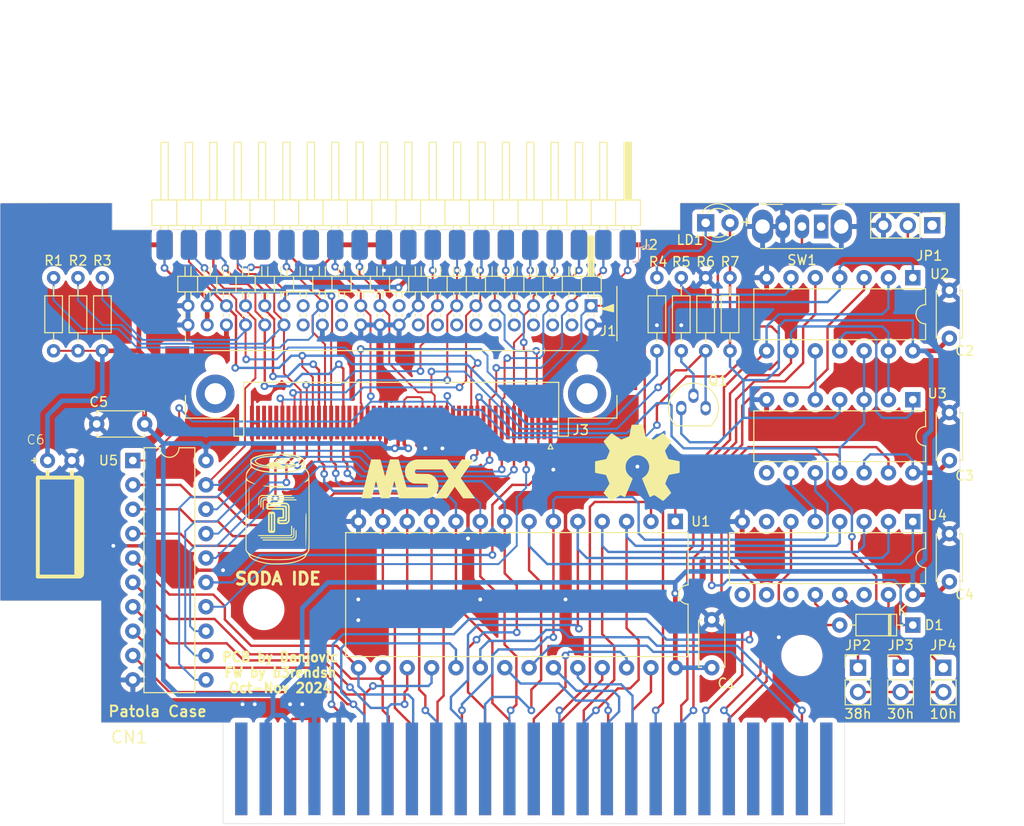
<source format=kicad_pcb>
(kicad_pcb (version 20240108) (generator "pcbnew") (generator_version "8.0")
  (title_block (title "Soda IDE") (rev "v0.975") (company "Danjovic 2024") (comment 1 "Based on SC729 RCBus Compact Flash Modue v1.1.0 and Beer IDE 232") (comment 2 "2x32K ROM + switch"))
  (layers (0 "F.Cu" signal) (31 "B.Cu" signal) (34 "B.Paste" user) (35 "F.Paste" user) (36 "B.SilkS" user "B.Silkscreen") (37 "F.SilkS" user "F.Silkscreen") (38 "B.Mask" user) (39 "F.Mask" user) (44 "Edge.Cuts" user))
  (net 0 "")
  (net 3 "Net-(CN1-SW1)")
  (net 4 "GND")
  (net 5 "VCC")
  (net 6 "/D7")
  (net 7 "/D5")
  (net 8 "/D3")
  (net 9 "/D1")
  (net 10 "/A5")
  (net 11 "/A3")
  (net 12 "/A1")
  (net 13 "/A12")
  (net 14 "/A7")
  (net 15 "/A11")
  (net 16 "/A9")
  (net 17 "/~{RESET}")
  (net 18 "/~{WR}")
  (net 19 "/~{IORQ}")
  (net 20 "/~{M1}")
  (net 21 "/CLOCK")
  (net 22 "/D6")
  (net 23 "/D4")
  (net 24 "/D2")
  (net 25 "/D0")
  (net 26 "/A4")
  (net 27 "/A2")
  (net 28 "/A0")
  (net 29 "/A13")
  (net 30 "/A8")
  (net 31 "/A6")
  (net 32 "/A10")
  (net 33 "/~{RD}")
  (net 34 "/~{BUSDIR}")
  (net 35 "/~{SLTSL}")
  (net 39 "/~{IORD}")
  (net 40 "/~{IOWR}")
  (net 41 "Net-(Q1-B)")
  (net 42 "/~{DIO}")
  (net 45 "Net-(JP3-A)")
  (net 46 "Net-(D1-K)")
  (net 50 "Net-(JP4-A)")
  (net 53 "/A15")
  (net 54 "/~{CS12}")
  (net 58 "/LED")
  (net 60 "/ROMSEL")
  (net 66 "/PDIAG")
  (net 67 "/~{IDE_CS1}")
  (net 68 "/~{DMACK}")
  (net 69 "/~{IDE_CS0}")
  (net 101 "Net-(JP2-A)")
  (net 102 "Net-(LD1-K)")
  (net 103 "Net-(R5-Pad2)")
  (net 104 "Net-(U3A-~{R})")
  (net 105 "Net-(U3A-Q)")
  (net 108 "/zD2")
  (net 109 "/zD3")
  (net 110 "/zD5")
  (net 111 "/zD7")
  (net 112 "/zD4")
  (net 113 "/zD6")
  (net 114 "/zD1")
  (net 115 "/zD0")
  (footprint "Capacitor_THT:C_Disc_D4.7mm_W2.5mm_P5.00mm" (layer "F.Cu") (at 195.58 83.185 90)
    (property "Reference" "C3")
    (property "Value" "100nF")
  )
  (footprint "Capacitor_THT:C_Disc_D4.7mm_W2.5mm_P5.00mm" (layer "F.Cu") (at 195.58 70.445 90)
    (property "Reference" "C2")
    (property "Value" "100nF")
  )
  (footprint "LED_THT:LED_D3.0mm" (layer "F.Cu") (at 170.18 58.42)
    (property "Reference" "LD1")
    (property "Value" "+")
  )
  (footprint "Package_DIP:DIP-14_W7.62mm" (layer "F.Cu") (at 191.77 64.135 -90)
    (property "Reference" "U2")
    (property "Value" "74HCT32")
  )
  (footprint "Package_DIP:DIP-28_W15.24mm" (layer "F.Cu") (at 167.02 89.535 -90)
    (property "Reference" "U1")
    (property "Value" "27C512")
  )
  (footprint "IDC40_EDGE:PinHeader_2x20_P2.54mm_Horizontal" (layer "F.Cu") (at 162.06 60.706 -90)
    (property "Reference" "J2")
    (property "Value" "PINHD-02x20")
  )
  (footprint "MSX-Cart:MSXCART" (layer "F.Cu") (at 152.273 121.031)
    (property "Reference" "CN1")
    (property "Value" "MSX_SLOT_CON")
    (fp_line (start -55.6006 -64.683) (end -43.942 -64.683) (stroke (width 0.05)) (layer "Edge.Cuts"))
    (fp_line (start -55.6006 -23.241) (end -55.6006 -64.683) (stroke (width 0.05)) (layer "Edge.Cuts"))
    (fp_line (start -45.085 -23.241) (end -55.6006 -23.241) (stroke (width 0.05)) (layer "Edge.Cuts"))
    (fp_line (start -45.085 -23.241) (end -45.085 -10.541) (stroke (width 0.05)) (layer "Edge.Cuts"))
    (fp_line (start -45.085 -10.541) (end -32.385 -10.541) (stroke (width 0.05)) (layer "Edge.Cuts"))
    (fp_line (start -43.942 -64.683) (end -43.942 -61.889) (stroke (width 0.05)) (layer "Edge.Cuts"))
    (fp_line (start -43.942 -61.889) (end 15.24 -61.889) (stroke (width 0.05)) (layer "Edge.Cuts"))
    (fp_line (start -32.385 -10.541) (end -32.385 0) (stroke (width 0.05)) (layer "Edge.Cuts"))
    (fp_line (start -32.385 0) (end 32.385 0) (stroke (width 0.05)) (layer "Edge.Cuts"))
    (fp_line (start 15.24 -64.683) (end 44.3994 -64.683) (stroke (width 0.05)) (layer "Edge.Cuts"))
    (fp_line (start 15.24 -61.889) (end 15.24 -64.683) (stroke (width 0.05)) (layer "Edge.Cuts"))
    (fp_line (start 32.385 0) (end 32.385 -10.541) (stroke (width 0.05)) (layer "Edge.Cuts"))
    (fp_line (start 44.3994 -10.541) (end 32.385 -10.541) (stroke (width 0.05)) (layer "Edge.Cuts"))
    (fp_line (start 44.3994 -10.541) (end 44.3994 -64.683) (stroke (width 0.05)) (layer "Edge.Cuts"))
  )
  (footprint "Capacitor_THT:C_Disc_D4.7mm_W2.5mm_P5.00mm" (layer "F.Cu") (at 170.815 104.775 90)
    (property "Reference" "C1")
    (property "Value" "100nF")
  )
  (footprint "msx:CP_lying" (layer "F.Cu") (at 102.87 83.185)
    (property "Reference" "C6")
    (property "Value" "100uF")
  )
  (footprint "Resistor_THT:R_Axial_DIN0204_L3.6mm_D1.6mm_P7.62mm_Horizontal" (layer "F.Cu") (at 165.1 71.755 90)
    (property "Reference" "R4")
    (property "Value" "1K")
  )
  (footprint "Resistor_THT:R_Axial_DIN0204_L3.6mm_D1.6mm_P7.62mm_Horizontal" (layer "F.Cu") (at 102.235 64.135 -90)
    (property "Reference" "R1")
    (property "Value" "4K7")
  )
  (footprint "Capacitor_THT:C_Disc_D4.7mm_W2.5mm_P5.00mm" (layer "F.Cu") (at 111.72 79.375 180)
    (property "Reference" "C5")
    (property "Value" "100nF")
  )
  (footprint "Connector_PinHeader_2.00mm:PinHeader_2x22_P2.00mm_Horizontal" (layer "F.Cu") (at 158.239 67.056 -90)
    (property "Reference" "J1")
    (property "Value" "Conn_02x22_Odd_Even")
  )
  (footprint "Connector_PinHeader_2.54mm:PinHeader_1x02_P2.54mm_Vertical" (layer "F.Cu") (at 190.5 104.77)
    (property "Reference" "JP3")
    (property "Value" "Jumper_2_Small_Open")
  )
  (footprint "Capacitor_THT:C_Disc_D4.7mm_W2.5mm_P5.00mm" (layer "F.Cu") (at 195.58 95.805 90)
    (property "Reference" "C4")
    (property "Value" "100nF")
  )
  (footprint "Connector_PinHeader_2.54mm:PinHeader_1x02_P2.54mm_Vertical" (layer "F.Cu") (at 186.055 104.77)
    (property "Reference" "JP2")
    (property "Value" "Jumper_2_Small_Open")
  )
  (footprint "Package_TO_SOT_THT:TO-92_Inline" (layer "F.Cu") (at 167.64 77.724)
    (property "Reference" "Q1")
    (property "Value" "BC548")
  )
  (footprint "Resistor_THT:R_Axial_DIN0204_L3.6mm_D1.6mm_P7.62mm_Horizontal" (layer "F.Cu") (at 107.315 64.135 -90)
    (property "Reference" "R3")
    (property "Value" "4K7")
  )
  (footprint "Button_Switch_THT:SW_Slide_SPDT_Angled_CK_OS102011MA1Q" (layer "F.Cu") (at 182.213 58.801 180)
    (property "Reference" "SW1")
    (property "Value" "SW_Push_SPDT")
  )
  (footprint "Resistor_THT:R_Axial_DIN0204_L3.6mm_D1.6mm_P7.62mm_Horizontal" (layer "F.Cu") (at 172.72 71.755 90)
    (property "Reference" "R7")
    (property "Value" "10K")
  )
  (footprint "Package_DIP:DIP-14_W7.62mm" (layer "F.Cu") (at 191.77 76.845 -90)
    (property "Reference" "U3")
    (property "Value" "74HCT74")
  )
  (footprint "Connector_PinHeader_2.54mm:PinHeader_1x03_P2.54mm_Vertical" (layer "F.Cu") (at 193.787 58.674 -90)
    (property "Reference" "JP1")
    (property "Value" "PIN_1x3")
  )
  (footprint "Package_DIP:DIP-16_W7.62mm" (layer "F.Cu") (at 191.77 89.545 -90)
    (property "Reference" "U4")
    (property "Value" "74HCT138")
  )
  (footprint "Resistor_THT:R_Axial_DIN0204_L3.6mm_D1.6mm_P7.62mm_Horizontal" (layer "F.Cu") (at 170.18 64.135 -90)
    (property "Reference" "R6")
    (property "Value" "4K7")
  )
  (footprint "Diode_THT:D_DO-35_SOD27_P7.62mm_Horizontal" (layer "F.Cu") (at 191.77 100.33 180)
    (property "Reference" "D1")
    (property "Value" "1N4148")
  )
  (footprint "Package_DIP:DIP-20_W7.62mm" (layer "F.Cu") (at 110.49 83.185)
    (property "Reference" "U5")
    (property "Value" "74HC245")
  )
  (footprint "Connector_PinHeader_2.54mm:PinHeader_1x02_P2.54mm_Vertical" (layer "F.Cu") (at 194.945 104.775)
    (property "Reference" "JP4")
    (property "Value" "Jumper_2_Small_Open")
  )
  (footprint "Resistor_THT:R_Axial_DIN0204_L3.6mm_D1.6mm_P7.62mm_Horizontal" (layer "F.Cu") (at 104.775 64.135 -90)
    (property "Reference" "R2")
    (property "Value" "4K7")
  )
  (footprint "Resistor_THT:R_Axial_DIN0204_L3.6mm_D1.6mm_P7.62mm_Horizontal" (layer "F.Cu") (at 167.64 71.755 90)
    (property "Reference" "R5")
    (property "Value" "10K")
  )
  (footprint "Connector_Card:CF-Card_3M_N7E50-E516xx-30" (layer "F.Cu") (at 138.455 76.1275 90)
    (property "Reference" "J3")
    (property "Value" "Conn_CF_Card")
  )
  (gr_poly (pts (xy 126.101333 82.463832) (xy 126.300467 82.467946) (xy 126.468262 82.474173) (xy 126.611051 82.482818) (xy 126.735166 82.494187) (xy 126.846937 82.508585) (xy 126.952697 82.526318) (xy 127.202279 82.575809) (xy 127.423874 82.626436) (xy 127.619134 82.678784) (xy 127.707407 82.705785) (xy 127.789716 82.733434) (xy 127.866269 82.761806) (xy 127.937273 82.790972) (xy 128.002933 82.821005) (xy 128.063458 82.851979) (xy 128.119054 82.883966) (xy 128.169928 82.91704) (xy 128.216286 82.951272) (xy 128.258335 82.986737) (xy 128.404421 83.118716) (xy 128.394537 83.486652) (xy 128.384652 83.854588) (xy 128.578511 84.090176) (xy 128.610292 84.127825) (xy 128.639909 84.161531) (xy 128.692964 84.221284) (xy 128.716558 84.249418) (xy 128.738301 84.277781) (xy 128.758272 84.307417) (xy 128.776547 84.339369) (xy 128.793207 84.374679) (xy 128.808328 84.414391) (xy 128.821989 84.459548) (xy 128.834268 84.511194) (xy 128.845244 84.570372) (xy 128.854994 84.638124) (xy 128.863598 84.715494) (xy 128.871132 84.803525) (xy 128.877675 84.90326) (xy 128.883306 85.015744) (xy 128.888103 85.142017) (xy 128.892143 85.283125) (xy 128.895506 85.44011) (xy 128.898268 85.614015) (xy 128.902308 86.016759) (xy 128.904887 86.499703) (xy 128.906632 87.071191) (xy 128.91012 88.513185) (xy 128.908934 91.467842) (xy 128.89922 92.246732) (xy 128.88349 92.550726) (xy 128.879094 92.564529) (xy 128.873751 92.579114) (xy 128.867534 92.594355) (xy 128.860517 92.610128) (xy 128.852773 92.626306) (xy 128.844375 92.642766) (xy 128.835396 92.65938) (xy 128.825911 92.676025) (xy 128.815991 92.692574) (xy 128.805711 92.708902) (xy 128.795144 92.724885) (xy 128.784363 92.740395) (xy 128.77344 92.755309) (xy 128.76245 92.769501) (xy 128.751466 92.782845) (xy 128.740561 92.795216) (xy 128.729513 92.807803) (xy 128.718109 92.82178) (xy 128.706437 92.837) (xy 128.694584 92.853315) (xy 128.682638 92.870581) (xy 128.670686 92.888649) (xy 128.658815 92.907374) (xy 128.647113 92.926608) (xy 128.635667 92.946206) (xy 128.624564 92.96602) (xy 128.613893 92.985903) (xy 128.60374 93.00571) (xy 128.594194 93.025293) (xy 128.58534 93.044507) (xy 128.577267 93.063203) (xy 128.570062 93.081236) (xy 128.554105 93.120105) (xy 128.536566 93.156974) (xy 128.517172 93.192075) (xy 128.506696 93.209035) (xy 128.495654 93.22564) (xy 128.484012 93.24192) (xy 128.471738 93.257903) (xy 128.458797 93.273619) (xy 128.445155 93.289096) (xy 128.430778 93.304363) (xy 128.415633 93.319451) (xy 128.3829 93.349201) (xy 128.346686 93.37858) (xy 128.306718 93.407819) (xy 128.262726 93.437151) (xy 128.214439 93.466809) (xy 128.161585 93.497025) (xy 128.103893 93.528033) (xy 128.041091 93.560064) (xy 127.972909 93.593352) (xy 127.866814 93.641743) (xy 127.756995 93.687019) (xy 127.643279 93.729214) (xy 127.525494 93.768359) (xy 127.403467 93.804488) (xy 127.277025 93.837631) (xy 127.145997 93.867821) (xy 127.01021 93.89509) (xy 126.869491 93.919471) (xy 126.723668 93.940996) (xy 126.572569 93.959697) (xy 126.41602 93.975606) (xy 126.25385 93.988755) (xy 126.085887 93.999177) (xy 125.911957 94.006904) (xy 125.731888 94.011968) (xy 125.468501 94.015881) (xy 125.230552 94.016749) (xy 125.044171 94.014645) (xy 124.978485 94.012502) (xy 124.93549 94.009644) (xy 124.935503 94.009646) (xy 124.681878 93.980022) (xy 124.441005 93.945837) (xy 124.213132 93.907188) (xy 123.998505 93.864176) (xy 123.797371 93.816901) (xy 123.609975 93.765462) (xy 123.436565 93.709958) (xy 123.277388 93.65049) (xy 123.132689 93.587157) (xy 123.002715 93.520058) (xy 122.887713 93.449294) (xy 122.78793 93.374963) (xy 122.703611 93.297166) (xy 122.635004 93.216002) (xy 122.582354 93.13157) (xy 122.553606 93.062471) (xy 122.658982 93.062471) (xy 122.660012 93.070053) (xy 122.663036 93.078801) (xy 122.667965 93.088642) (xy 122.674709 93.099499) (xy 122.683179 93.1113) (xy 122.693286 93.123968) (xy 122.718053 93.151611) (xy 122.748294 93.181832) (xy 122.783295 93.214034) (xy 122.822341 93.24762) (xy 122.864717 93.281994) (xy 122.909709 93.316558) (xy 122.9566 93.350718) (xy 123.004677 93.383874) (xy 123.053225 93.415432) (xy 123.101529 93.444794) (xy 123.148873 93.471364) (xy 123.194544 93.494545) (xy 123.271535 93.52939) (xy 123.354729 93.563453) (xy 123.443673 93.59663) (xy 123.537914 93.628813) (xy 123.636999 93.659896) (xy 123.740473 93.689774) (xy 123.847885 93.718338) (xy 123.958781 93.745484) (xy 124.189211 93.795093) (xy 124.428138 93.83775) (xy 124.549655 93.856206) (xy 124.671936 93.872605) (xy 124.794529 93.88684) (xy 124.91698 93.898805) (xy 125.082165 93.906921) (xy 125.304958 93.908798) (xy 125.566029 93.90516) (xy 125.846051 93.89673) (xy 126.125694 93.88423) (xy 126.38563 93.868383) (xy 126.606529 93.849912) (xy 126.769064 93.82954) (xy 126.769066 93.829574) (xy 126.909366 93.804853) (xy 127.044547 93.778165) (xy 127.174502 93.749551) (xy 127.299129 93.719051) (xy 127.418322 93.686707) (xy 127.531977 93.652558) (xy 127.639989 93.616646) (xy 127.742254 93.57901) (xy 127.838667 93.539691) (xy 127.929124 93.498729) (xy 128.01352 93.456166) (xy 128.091751 93.412041) (xy 128.163712 93.366395) (xy 128.229299 93.319268) (xy 128.288406 93.270702) (xy 128.34093 93.220736) (xy 128.369839 93.190219) (xy 128.396089 93.16103) (xy 128.419158 93.13386) (xy 128.438522 93.1094) (xy 128.446652 93.098401) (xy 128.453659 93.088338) (xy 128.459479 93.079298) (xy 128.464046 93.071366) (xy 128.467294 93.06463) (xy 128.469158 93.059174) (xy 128.469551 93.056954) (xy 128.469573 93.055086) (xy 128.469217 93.053582) (xy 128.468474 93.052452) (xy 128.467144 93.051689) (xy 128.465048 93.051274) (xy 128.462206 93.051201) (xy 128.458639 93.051461) (xy 128.449412 93.052954) (xy 128.43753 93.055697) (xy 128.423159 93.059631) (xy 128.406462 93.064698) (xy 128.387604 93.070841) (xy 128.36675 93.078002) (xy 128.319708 93.095148) (xy 128.266653 93.115674) (xy 128.2089 93.139117) (xy 128.147764 93.165017) (xy 128.083934 93.191609) (xy 128.016 93.218) (xy 127.869052 93.269856) (xy 127.709377 93.319932) (xy 127.539433 93.367577) (xy 127.361676 93.412138) (xy 127.178564 93.452965) (xy 126.992555 93.489406) (xy 126.806106 93.520808) (xy 126.595801 93.542142) (xy 126.299959 93.557391) (xy 125.947074 93.566551) (xy 125.565642 93.569621) (xy 125.184155 93.566599) (xy 124.831109 93.55748) (xy 124.534998 93.542265) (xy 124.324315 93.520949) (xy 124.145089 93.49003) (xy 123.954898 93.451162) (xy 123.760017 93.406039) (xy 123.566721 93.356356) (xy 123.381286 93.303805) (xy 123.209987 93.250081) (xy 123.0591 93.196877) (xy 122.934899 93.145889) (xy 122.883857 93.123324) (xy 122.835469 93.103043) (xy 122.790849 93.085436) (xy 122.75111 93.070891) (xy 122.717369 93.059797) (xy 122.690737 93.052541) (xy 122.680436 93.050475) (xy 122.67233 93.049514) (xy 122.666559 93.049708) (xy 122.664592 93.050253) (xy 122.663261 93.051104) (xy 122.660035 93.05613) (xy 122.658982 93.062471) (xy 122.553606 93.062471) (xy 122.54591 93.043971) (xy 122.536019 93.014821) (xy 122.525073 92.986164) (xy 122.513434 92.958734) (xy 122.501464 92.933261) (xy 122.489525 92.910478) (xy 122.483682 92.900323) (xy 122.477981 92.891115) (xy 122.472471 92.882945) (xy 122.467194 92.875905) (xy 122.462198 92.870086) (xy 122.457526 92.865579) (xy 122.452614 92.861133) (xy 122.446911 92.855492) (xy 122.440486 92.848741) (xy 122.433407 92.840966) (xy 122.417569 92.822686) (xy 122.399949 92.801335) (xy 122.3811 92.777596) (xy 122.361574 92.752153) (xy 122.341926 92.72569) (xy 122.322708 92.698891) (xy 122.231463 92.569245) (xy 122.231463 88.587268) (xy 122.231905 86.355025) (xy 122.330853 86.355025) (xy 122.332622 88.914275) (xy 122.34259 92.537995) (xy 122.44571 92.673179) (xy 122.470249 92.703266) (xy 122.49778 92.733147) (xy 122.528245 92.7628) (xy 122.561581 92.792203) (xy 122.636632 92.850164) (xy 122.72245 92.906849) (xy 122.818555 92.962075) (xy 122.924464 93.015658) (xy 123.039698 93.067417) (xy 123.163773 93.117169) (xy 123.296209 93.16473) (xy 123.436525 93.209919) (xy 123.584238 93.252553) (xy 123.738868 93.292449) (xy 123.899932 93.329424) (xy 124.066951 93.363296) (xy 124.239441 93.393883) (xy 124.416923 93.421001) (xy 124.525046 93.433524) (xy 124.654157 93.443912) (xy 124.962986 93.458446) (xy 125.318702 93.464927) (xy 125.696595 93.46368) (xy 126.071956 93.455029) (xy 126.420075 93.4393) (xy 126.716245 93.416817) (xy 126.837126 93.403144) (xy 126.935754 93.387904) (xy 126.935752 93.387904) (xy 127.21273 93.332967) (xy 127.464022 93.27536) (xy 127.690674 93.214724) (xy 127.795086 93.183158) (xy 127.893729 93.1507) (xy 127.986735 93.117305) (xy 128.074234 93.082929) (xy 128.156356 93.047526) (xy 128.233232 93.011052) (xy 128.304993 92.973461) (xy 128.371769 92.934709) (xy 128.433691 92.894752) (xy 128.490889 92.853544) (xy 128.521983 92.830649) (xy 128.550977 92.810411) (xy 128.602959 92.774225) (xy 128.626092 92.756436) (xy 128.647417 92.737624) (xy 128.657425 92.727547) (xy 128.667008 92.716868) (xy 128.676175 92.705474) (xy 128.684936 92.693248) (xy 128.6933 92.680077) (xy 128.701276 92.665844) (xy 128.708873 92.650436) (xy 128.7161 92.633736) (xy 128.722966 92.61563) (xy 128.729481 92.596004) (xy 128.735653 92.574741) (xy 128.741492 92.551727) (xy 128.747007 92.526847) (xy 128.752206 92.499986) (xy 128.761696 92.43986) (xy 128.770034 92.37043) (xy 128.777295 92.290775) (xy 128.78355 92.199974) (xy 128.788873 92.097109) (xy 128.793336 91.981259) (xy 128.797013 91.851504) (xy 128.799977 91.706923) (xy 128.8023 91.546597) (xy 128.805317 91.175029) (xy 128.806648 90.729437) (xy 128.806875 90.202462) (xy 128.806357 88.874917) (xy 128.800717 86.343465) (xy 128.794612 85.573388) (xy 128.787155 85.29056) (xy 128.784247 85.291058) (xy 128.779552 85.292519) (xy 128.773173 85.294895) (xy 128.765214 85.298135) (xy 128.744974 85.307013) (xy 128.719664 85.31876) (xy 128.690114 85.332981) (xy 128.657159 85.349285) (xy 128.621629 85.367275) (xy 128.584356 85.38656) (xy 128.540604 85.408743) (xy 128.501306 85.427291) (xy 128.466584 85.442264) (xy 128.43656 85.453721) (xy 128.411355 85.461722) (xy 128.391091 85.466326) (xy 128.382849 85.467374) (xy 128.375889 85.467594) (xy 128.370224 85.466996) (xy 128.365871 85.465586) (xy 128.362844 85.463371) (xy 128.361158 85.46036) (xy 128.360829 85.456559) (xy 128.361873 85.451976) (xy 128.364303 85.446619) (xy 128.368136 85.440495) (xy 128.373386 85.433612) (xy 128.380069 85.425976) (xy 128.397794 85.408478) (xy 128.421433 85.388062) (xy 128.451107 85.364787) (xy 128.486937 85.338713) (xy 128.528217 85.30876) (xy 128.565903 85.279545) (xy 128.60012 85.250856) (xy 128.630993 85.222479) (xy 128.658647 85.194203) (xy 128.671306 85.180037) (xy 128.683206 85.165815) (xy 128.694364 85.151513) (xy 128.704795 85.137103) (xy 128.714515 85.122559) (xy 128.723538 85.107854) (xy 128.731882 85.092962) (xy 128.73956 85.077857) (xy 128.74659 85.06251) (xy 128.752986 85.046897) (xy 128.758765 85.030991) (xy 128.763941 85.014764) (xy 128.76853 84.998191) (xy 128.772548 84.981244) (xy 128.77601 84.963898) (xy 128.778933 84.946126) (xy 128.78322 84.909197) (xy 128.785534 84.870244) (xy 128.785999 84.829055) (xy 128.784201 84.788002) (xy 128.779621 84.746256) (xy 128.772278 84.703854) (xy 128.762189 84.660832) (xy 128.749372 84.617226) (xy 128.733845 84.573073) (xy 128.715625 84.528409) (xy 128.694731 84.483271) (xy 128.67118 84.437695) (xy 128.644991 84.391717) (xy 128.61618 84.345373) (xy 128.584766 84.298701) (xy 128.550766 84.251736) (xy 128.514198 84.204516) (xy 128.475081 84.157075) (xy 128.433431 84.109451) (xy 128.287296 83.946991) (xy 128.073243 84.061079) (xy 127.979005 84.10845) (xy 127.880038 84.152522) (xy 127.775912 84.19337) (xy 127.666198 84.231071) (xy 127.550467 84.265698) (xy 127.428291 84.297326) (xy 127.29924 84.326031) (xy 127.162885 84.351886) (xy 127.018797 84.374968) (xy 126.866546 84.395351) (xy 126.705705 84.413109) (xy 126.535844 84.428319) (xy 126.356533 84.441053) (xy 126.167344 84.451388) (xy 125.967847 84.459399) (xy 125.757615 84.465159) (xy 125.31256 84.468474) (xy 124.906791 84.457963) (xy 124.717588 84.44737) (xy 124.536945 84.433135) (xy 124.364442 84.415197) (xy 124.199659 84.393496) (xy 124.042175 84.367968) (xy 123.891569 84.338553) (xy 123.747421 84.305188) (xy 123.609312 84.267813) (xy 123.476819 84.226366) (xy 123.349524 84.180784) (xy 123.227005 84.131007) (xy 123.108843 84.076973) (xy 122.837932 83.9459) (xy 122.719906 84.086526) (xy 122.647778 84.175973) (xy 122.583158 84.263431) (xy 122.526073 84.348773) (xy 122.476549 84.431872) (xy 122.434613 84.512602) (xy 122.400292 84.590836) (xy 122.373613 84.666448) (xy 122.354603 84.739311) (xy 122.347982 84.774673) (xy 122.343289 84.8093) (xy 122.340526 84.843176) (xy 122.339697 84.876286) (xy 122.340805 84.908614) (xy 122.343854 84.940144) (xy 122.348847 84.970861) (xy 122.355787 85.000748) (xy 122.364679 85.029789) (xy 122.375524 85.05797) (xy 122.388327 85.085273) (xy 122.403091 85.111684) (xy 122.419818 85.137186) (xy 122.438514 85.161763) (xy 122.45918 85.185401) (xy 122.481821 85.208082) (xy 122.502423 85.225637) (xy 122.529448 85.245818) (xy 122.562172 85.268232) (xy 122.599867 85.292486) (xy 122.687274 85.344944) (xy 122.785866 85.40005) (xy 122.88984 85.454659) (xy 122.993393 85.505628) (xy 123.090723 85.549816) (xy 123.13524 85.568384) (xy 123.176025 85.584078) (xy 123.188992 85.588994) (xy 123.201126 85.593953) (xy 123.212384 85.598922) (xy 123.222724 85.603868) (xy 123.232101 85.608757) (xy 123.240474 85.613556) (xy 123.247799 85.618231) (xy 123.254034 85.622749) (xy 123.259137 85.627077) (xy 123.263063 85.631181) (xy 123.265771 85.635028) (xy 123.266655 85.636844) (xy 123.267218 85.638584) (xy 123.267455 85.640242) (xy 123.26736 85.641816) (xy 123.266929 85.6433) (xy 123.266155 85.64469) (xy 123.265034 85.645983) (xy 123.263561 85.647174) (xy 123.261729 85.648259) (xy 123.259533 85.649233) (xy 123.252329 85.651299) (xy 123.243624 85.652547) (xy 123.221961 85.652672) (xy 123.195038 85.64978) (xy 123.16335 85.644045) (xy 123.127392 85.635637) (xy 123.087656 85.624731) (xy 123.044638 85.611499) (xy 122.998833 85.596112) (xy 122.950733 85.578743) (xy 122.900835 85.559565) (xy 122.849632 85.53875) (xy 122.797618 85.516471) (xy 122.745287 85.492899) (xy 122.693135 85.468208) (xy 122.641656 85.44257) (xy 122.591343 85.416158) (xy 122.49954 85.36739) (xy 122.421664 85.327453) (xy 122.39052 85.312084) (xy 122.365942 85.300469) (xy 122.34896 85.293121) (xy 122.343639 85.291209) (xy 122.340602 85.290558) (xy 122.3372 85.364518) (xy 122.334419 85.576492) (xy 122.330853 86.355025) (xy 122.231905 86.355025) (xy 122.231967 86.043275) (xy 122.239974 85.297707) (xy 122.259707 84.811927) (xy 122.275509 84.64509) (xy 122.296085 84.517561) (xy 122.322053 84.420793) (xy 122.354026 84.346238) (xy 122.438446 84.229583) (xy 122.554263 84.099223) (xy 122.74865 83.865645) (xy 122.740669 83.615137) (xy 122.842649 83.615137) (xy 122.842981 83.628317) (xy 122.843982 83.641336) (xy 122.845659 83.654204) (xy 122.848022 83.666927) (xy 122.851076 83.679513) (xy 122.854831 83.691971) (xy 122.859294 83.704308) (xy 122.864474 83.716531) (xy 122.870377 83.72865) (xy 122.877011 83.740671) (xy 122.884386 83.752603) (xy 122.892507 83.764453) (xy 122.901384 83.77623) (xy 122.911024 83.78794) (xy 122.921435 83.799592) (xy 122.932624 83.811194) (xy 122.9446 83.822754) (xy 122.957371 83.834279) (xy 122.970944 83.845777) (xy 122.985327 83.857256) (xy 123.016554 83.880189) (xy 123.051117 83.90314) (xy 123.089076 83.926173) (xy 123.130496 83.949349) (xy 123.175439 83.972732) (xy 123.223967 83.996385) (xy 123.355696 84.052171) (xy 123.505452 84.103886) (xy 123.671541 84.15137) (xy 123.852272 84.194463) (xy 124.04595 84.233004) (xy 124.250883 84.266834) (xy 124.465379 84.295791) (xy 124.687743 84.319717) (xy 124.916285 84.338451) (xy 125.14931 84.351832) (xy 125.385126 84.359701) (xy 125.622039 84.361897) (xy 125.858358 84.35826) (xy 126.092389 84.348631) (xy 126.322439 84.332848) (xy 126.546815 84.310752) (xy 126.546815 84.310753) (xy 126.747727 84.286889) (xy 126.919174 84.264353) (xy 127.067249 84.241948) (xy 127.198047 84.218476) (xy 127.317663 84.192741) (xy 127.432189 84.163544) (xy 127.547721 84.129688) (xy 127.670353 84.089976) (xy 127.75367 84.061193) (xy 127.829959 84.033074) (xy 127.899449 84.00544) (xy 127.962367 83.978116) (xy 128.01894 83.950923) (xy 128.069398 83.923684) (xy 128.113968 83.896222) (xy 128.152878 83.868359) (xy 128.186357 83.839918) (xy 128.214632 83.810721) (xy 128.237931 83.780592) (xy 128.256483 83.749353) (xy 128.270515 83.716826) (xy 128.280256 83.682834) (xy 128.285933 83.6472) (xy 128.287774 83.609746) (xy 128.287774 83.516854) (xy 128.130347 83.607558) (xy 128.062185 83.644204) (xy 127.986896 83.679763) (xy 127.904729 83.714176) (xy 127.815936 83.747384) (xy 127.720765 83.779328) (xy 127.619469 83.80995) (xy 127.512295 83.839192) (xy 127.399495 83.866994) (xy 127.281319 83.893298) (xy 127.158017 83.918046) (xy 127.029839 83.941178) (xy 126.897036 83.962637) (xy 126.759856 83.982364) (xy 126.618551 84.0003) (xy 126.473371 84.016386) (xy 126.324566 84.030564) (xy 126.085581 84.04788) (xy 125.843594 84.058384) (xy 125.60014 84.062276) (xy 125.356754 84.059753) (xy 125.11497 84.051014) (xy 124.876324 84.036257) (xy 124.64235 84.01568) (xy 124.414583 83.989481) (xy 124.194558 83.957858) (xy 123.983809 83.92101) (xy 123.783872 83.879135) (xy 123.596281 83.832431) (xy 123.422571 83.781095) (xy 123.264277 83.725328) (xy 123.122934 83.665325) (xy 123.000077 83.601287) (xy 122.842649 83.509435) (xy 122.842649 83.615137) (xy 122.740669 83.615137) (xy 122.73675 83.492138) (xy 122.728515 83.233671) (xy 122.847157 83.233671) (xy 122.847468 83.238951) (xy 122.848198 83.244334) (xy 122.849339 83.249853) (xy 122.850884 83.255542) (xy 122.852825 83.261432) (xy 122.855154 83.267557) (xy 122.857863 83.273949) (xy 122.864392 83.287667) (xy 122.872351 83.302847) (xy 122.881678 83.319751) (xy 122.894319 83.33953) (xy 122.910135 83.359441) (xy 122.929037 83.379453) (xy 122.950937 83.399534) (xy 122.975747 83.419655) (xy 123.003379 83.439783) (xy 123.066754 83.479937) (xy 123.140359 83.519748) (xy 123.223486 83.558967) (xy 123.31543 83.597344) (xy 123.415485 83.634631) (xy 123.522946 83.670579) (xy 123.637108 83.704939) (xy 123.757264 83.737461) (xy 123.882709 83.767896) (xy 124.012737 83.795996) (xy 124.146643 83.821512) (xy 124.283721 83.844194) (xy 124.423265 83.863793) (xy 124.628057 83.883337) (xy 124.888852 83.898279) (xy 125.186373 83.908454) (xy 125.501343 83.913696) (xy 125.814486 83.91384) (xy 126.106526 83.908722) (xy 126.358185 83.898174) (xy 126.550188 83.882033) (xy 126.550188 83.882034) (xy 126.725027 83.858922) (xy 126.893384 83.833097) (xy 127.054723 83.804744) (xy 127.208506 83.774047) (xy 127.354198 83.741192) (xy 127.491262 83.706364) (xy 127.619161 83.669746) (xy 127.737358 83.631524) (xy 127.845318 83.591883) (xy 127.942503 83.551006) (xy 128.028376 83.50908) (xy 128.102403 83.466288) (xy 128.164045 83.422816) (xy 128.212766 83.378847) (xy 128.24803 83.334568) (xy 128.2693 83.290162) (xy 128.273987 83.269916) (xy 128.275319 83.249436) (xy 128.273358 83.228752) (xy 128.268167 83.207897) (xy 128.259808 83.186901) (xy 128.248345 83.165797) (xy 128.233839 83.144615) (xy 128.216354 83.123388) (xy 128.195951 83.102148) (xy 128.172694 83.080925) (xy 128.146644 83.059751) (xy 128.117865 83.038658) (xy 128.086419 83.017677) (xy 128.052368 82.996841) (xy 128.015776 82.97618) (xy 127.976704 82.955726) (xy 127.935215 82.935511) (xy 127.891372 82.915566) (xy 127.845238 82.895923) (xy 127.796874 82.876614) (xy 127.746343 82.85767) (xy 127.693709 82.839122) (xy 127.639032 82.821002) (xy 127.582377 82.803343) (xy 127.46338 82.769529) (xy 127.337218 82.737933) (xy 127.204391 82.708808) (xy 127.0654 82.682407) (xy 126.861978 82.64957) (xy 126.654349 82.621761) (xy 126.443335 82.598962) (xy 126.229761 82.581157) (xy 126.014449 82.568328) (xy 125.798223 82.560458) (xy 125.581904 82.55753) (xy 125.366317 82.559527) (xy 125.152285 82.566432) (xy 124.94063 82.578229) (xy 124.732176 82.594899) (xy 124.527745 82.616426) (xy 124.328161 82.642793) (xy 124.134247 82.673982) (xy 123.946826 82.709978) (xy 123.76672 82.750762) (xy 123.607846 82.791915) (xy 123.466242 82.833382) (xy 123.401647 82.854348) (xy 123.341046 82.875531) (xy 123.284333 82.896978) (xy 123.231399 82.918733) (xy 123.182138 82.940844) (xy 123.136441 82.963356) (xy 123.0942 82.986317) (xy 123.05531 83.009771) (xy 123.01966 83.033765) (xy 122.987146 83.058345) (xy 122.957657 83.083558) (xy 122.931088 83.10945) (xy 122.91343 83.128006) (xy 122.898001 83.144618) (xy 122.884742 83.159548) (xy 122.873589 83.173056) (xy 122.868783 83.179359) (xy 122.864481 83.185406) (xy 122.860675 83.191228) (xy 122.857357 83.196859) (xy 122.85452 83.202332) (xy 122.852156 83.207679) (xy 122.850256 83.212932) (xy 122.848815 83.218125) (xy 122.847823 83.223291) (xy 122.847273 83.228462) (xy 122.847157 83.233671) (xy 122.728515 83.233671) (xy 122.72485 83.118629) (xy 122.858329 83.001432) (xy 122.891486 82.972873) (xy 122.923508 82.94655) (xy 122.954895 82.922225) (xy 122.986148 82.899656) (xy 123.01777 82.878604) (xy 123.050262 82.85883) (xy 123.084124 82.840094) (xy 123.119857 82.822156) (xy 123.157964 82.804776) (xy 123.198945 82.787714) (xy 123.243302 82.770732) (xy 123.291535 82.753588) (xy 123.344147 82.736044) (xy 123.401638 82.71786) (xy 123.464509 82.698795) (xy 123.533263 82.67861) (xy 123.759994 82.615971) (xy 123.865845 82.589579) (xy 123.968878 82.566241) (xy 124.070736 82.54578) (xy 124.173064 82.528023) (xy 124.277504 82.512795) (xy 124.3857 82.499921) (xy 124.499295 82.489226) (xy 124.619935 82.480537) (xy 124.749261 82.473677) (xy 124.888918 82.468473) (xy 125.205799 82.462332) (xy 125.583725 82.460718)) (stroke (width -0.000001)) (fill solid) (layer "F.SilkS"))
  (gr_poly (pts (xy 127.501887 90.440945) (xy 127.505224 90.441207) (xy 127.508439 90.441574) (xy 127.511532 90.442048) (xy 127.514505 90.44263) (xy 127.517358 90.443318) (xy 127.520091 90.444115) (xy 127.522706 90.44502) (xy 127.525202 90.446035) (xy 127.527581 90.44716) (xy 127.529843 90.448396) (xy 127.531988 90.449742) (xy 127.534018 90.451201) (xy 127.535933 90.452771) (xy 127.537733 90.454455) (xy 127.539419 90.456252) (xy 127.540992 90.458163) (xy 127.542453 90.460189) (xy 127.543801 90.46233) (xy 127.545038 90.464587) (xy 127.546164 90.466961) (xy 127.54718 90.469452) (xy 127.548086 90.47206) (xy 127.548884 90.474787) (xy 127.549573 90.477633) (xy 127.550154 90.480598) (xy 127.550629 90.483683) (xy 127.550997 90.486889) (xy 127.551259 90.490216) (xy 127.551467 90.497236) (xy 127.551467 91.068733) (xy 127.550871 91.092055) (xy 127.549102 91.11508) (xy 127.54619 91.137779) (xy 127.542163 91.160122) (xy 127.53705 91.182081) (xy 127.53088 91.203626) (xy 127.523683 91.22473) (xy 127.515488 91.245361) (xy 127.506323 91.265492) (xy 127.496218 91.285093) (xy 127.485202 91.304136) (xy 127.473303 91.322591) (xy 127.460552 91.340428) (xy 127.446976 91.35762) (xy 127.432606 91.374137) (xy 127.41747 91.38995) (xy 127.401597 91.40503) (xy 127.385016 91.419347) (xy 127.367756 91.432873) (xy 127.349847 91.445579) (xy 127.331318 91.457435) (xy 127.312196 91.468413) (xy 127.292513 91.478484) (xy 127.272296 91.487617) (xy 127.251575 91.495785) (xy 127.230378 91.502958) (xy 127.208736 91.509108) (xy 127.186676 91.514204) (xy 127.164228 91.518219) (xy 127.141422 91.521122) (xy 127.118285 91.522886) (xy 127.094848 91.52348) (xy 124.064992 91.52348) (xy 124.057331 91.523273) (xy 124.053745 91.523013) (xy 124.05032 91.522647) (xy 124.047051 91.522176) (xy 124.043936 91.521598) (xy 124.040974 91.520913) (xy 124.03816 91.520121) (xy 124.035493 91.51922) (xy 124.032969 91.51821) (xy 124.030586 91.51709) (xy 124.028342 91.51586) (xy 124.026233 91.514519) (xy 124.024257 91.513067) (xy 124.022411 91.511502) (xy 124.020693 91.509824) (xy 124.0191 91.508033) (xy 124.017629 91.506128) (xy 124.016278 91.504107) (xy 124.015043 91.501972) (xy 124.013923 91.49972) (xy 124.012914 91.497352) (xy 124.012014 91.494866) (xy 124.01122 91.492262) (xy 124.010529 91.489539) (xy 124.009939 91.486698) (xy 124.009051 91.480653) (xy 124.008534 91.474125) (xy 124.008367 91.467106) (xy 124.008534 91.459509) (xy 124.009052 91.452548) (xy 124.009448 91.4493) (xy 124.00994 91.446203) (xy 124.01053 91.443255) (xy 124.01122 91.440454) (xy 124.012014 91.437796) (xy 124.012915 91.43528) (xy 124.013924 91.432903) (xy 124.015044 91.430662) (xy 124.016279 91.428555) (xy 124.01763 91.42658) (xy 124.019101 91.424733) (xy 124.020695 91.423012) (xy 124.022413 91.421416) (xy 124.024259 91.41994) (xy 124.026235 91.418583) (xy 124.028343 91.417343) (xy 124.030588 91.416216) (xy 124.032971 91.4152) (xy 124.035494 91.414293) (xy 124.038162 91.413493) (xy 124.040975 91.412795) (xy 124.043938 91.412199) (xy 124.047052 91.411702) (xy 124.050321 91.411301) (xy 124.057332 91.410776) (xy 124.064992 91.410606) (xy 127.094847 91.410606) (xy 127.112329 91.410155) (xy 127.129603 91.408818) (xy 127.146645 91.406617) (xy 127.163435 91.403575) (xy 127.179948 91.399715) (xy 127.196161 91.395059) (xy 127.212053 91.38963) (xy 127.227601 91.38345) (xy 127.242781 91.376542) (xy 127.257571 91.368928) (xy 127.271948 91.360632) (xy 127.28589 91.351675) (xy 127.299373 91.342081) (xy 127.312376 91.331872) (xy 127.324874 91.321071) (xy 127.336846 91.3097) (xy 127.348269 91.297782) (xy 127.359119 91.285339) (xy 127.369375 91.272395) (xy 127.379013 91.258971) (xy 127.388011 91.24509) (xy 127.396346 91.230776) (xy 127.403995 91.21605) (xy 127.410935 91.200935) (xy 127.417144 91.185454) (xy 127.422599 91.169629) (xy 127.427277 91.153484) (xy 127.431156 91.13704) (xy 127.434212 91.12032) (xy 127.436424 91.103347) (xy 127.437767 91.086144) (xy 127.43822 91.068733) (xy 127.43822 90.497237) (xy 127.438427 90.490216) (xy 127.438688 90.486889) (xy 127.439053 90.483683) (xy 127.439525 90.480598) (xy 127.440103 90.477633) (xy 127.440789 90.474787) (xy 127.441583 90.47206) (xy 127.442486 90.469452) (xy 127.443498 90.466961) (xy 127.44462 90.464587) (xy 127.445853 90.46233) (xy 127.447198 90.460189) (xy 127.448654 90.458163) (xy 127.450224 90.456252) (xy 127.451907 90.454455) (xy 127.453705 90.452771) (xy 127.455617 90.451201) (xy 127.457645 90.449742) (xy 127.45979 90.448396) (xy 127.462051 90.44716) (xy 127.46443 90.446036) (xy 127.466928 90.445021) (xy 127.469544 90.444115) (xy 127.47228 90.443318) (xy 127.475137 90.44263) (xy 127.478115 90.442049) (xy 127.481215 90.441575) (xy 127.484437 90.441207) (xy 127.487782 90.440945) (xy 127.494845 90.440737) (xy 127.494846 90.440736)) (stroke (width -0.000001)) (fill solid) (layer "F.SilkS"))
  (gr_poly (pts (xy 127.045279 89.986198) (xy 127.048616 89.98646) (xy 127.051831 89.986828) (xy 127.054924 89.987302) (xy 127.057897 89.987883) (xy 127.06075 89.988571) (xy 127.063484 89.989368) (xy 127.066099 89.990274) (xy 127.068595 89.991289) (xy 127.070974 89.992413) (xy 127.073236 89.993649) (xy 127.075382 89.994995) (xy 127.077412 89.996454) (xy 127.079327 89.998024) (xy 127.081127 89.999708) (xy 127.082813 90.001505) (xy 127.084386 90.003416) (xy 127.085847 90.005442) (xy 127.087195 90.007583) (xy 127.088432 90.00984) (xy 127.089558 90.012214) (xy 127.090574 90.014705) (xy 127.091481 90.017313) (xy 127.092278 90.02004) (xy 127.092968 90.022885) (xy 127.093549 90.02585) (xy 127.094023 90.028936) (xy 127.094391 90.032141) (xy 127.094653 90.035468) (xy 127.094862 90.042489) (xy 127.094862 90.839484) (xy 127.094486 90.856835) (xy 127.093339 90.873255) (xy 127.092468 90.881134) (xy 127.091395 90.888801) (xy 127.090116 90.896263) (xy 127.088627 90.903528) (xy 127.086927 90.910602) (xy 127.085011 90.917492) (xy 127.082875 90.924206) (xy 127.080518 90.93075) (xy 127.077935 90.937132) (xy 127.075123 90.943358) (xy 127.072079 90.949436) (xy 127.068799 90.955373) (xy 127.06528 90.961175) (xy 127.06152 90.96685) (xy 127.057514 90.972404) (xy 127.05326 90.977845) (xy 127.048753 90.98318) (xy 127.043992 90.988415) (xy 127.038971 90.993559) (xy 127.033689 90.998617) (xy 127.028142 91.003597) (xy 127.022327 91.008505) (xy 127.009877 91.018137) (xy 126.996314 91.027569) (xy 126.981612 91.036857) (xy 126.97366 91.041273) (xy 126.965691 91.045298) (xy 126.957694 91.048944) (xy 126.949661 91.052228) (xy 126.941581 91.055163) (xy 126.933446 91.057766) (xy 126.925246 91.06005) (xy 126.916972 91.06203) (xy 126.908614 91.063722) (xy 126.900164 91.065141) (xy 126.891611 91.0663) (xy 126.882947 91.067215) (xy 126.874162 91.067901) (xy 126.865246 91.068373) (xy 126.856192 91.068645) (xy 126.846988 91.068732) (xy 123.608135 91.068732) (xy 123.600515 91.068525) (xy 123.596946 91.068265) (xy 123.593534 91.067899) (xy 123.590277 91.067428) (xy 123.587172 91.06685) (xy 123.584217 91.066165) (xy 123.581408 91.065373) (xy 123.578744 91.064472) (xy 123.576222 91.063462) (xy 123.57384 91.062342) (xy 123.571594 91.061112) (xy 123.569483 91.059771) (xy 123.567504 91.058318) (xy 123.565653 91.056754) (xy 123.56393 91.055076) (xy 123.56233 91.053285) (xy 123.560853 91.051379) (xy 123.559494 91.049359) (xy 123.558252 91.047223) (xy 123.557124 91.044972) (xy 123.556107 91.042603) (xy 123.555199 91.040117) (xy 123.554398 91.037514) (xy 123.5537 91.034791) (xy 123.553104 91.031949) (xy 123.552606 91.028988) (xy 123.552205 91.025905) (xy 123.55168 91.019376) (xy 123.55151 91.012358) (xy 123.55168 91.00468) (xy 123.552205 90.997577) (xy 123.552607 90.994238) (xy 123.553104 90.991039) (xy 123.553701 90.987978) (xy 123.554398 90.985053) (xy 123.5552 90.982264) (xy 123.556108 90.979609) (xy 123.557125 90.977087) (xy 123.558253 90.974697) (xy 123.559495 90.972436) (xy 123.560854 90.970304) (xy 123.562332 90.968299) (xy 123.563931 90.96642) (xy 123.565655 90.964666) (xy 123.567505 90.963035) (xy 123.569484 90.961525) (xy 123.571596 90.960136) (xy 123.573841 90.958866) (xy 123.576224 90.957714) (xy 123.578746 90.956677) (xy 123.58141 90.955756) (xy 123.584218 90.954948) (xy 123.587173 90.954253) (xy 123.590278 90.953668) (xy 123.593535 90.953193) (xy 123.596947 90.952825) (xy 123.600516 90.952565) (xy 123.608135 90.952358) (xy 126.846988 90.952358) (xy 126.856305 90.95233) (xy 126.865604 90.952137) (xy 126.87025 90.951927) (xy 126.874892 90.951613) (xy 126.879534 90.951175) (xy 126.884175 90.950592) (xy 126.888815 90.949844) (xy 126.893457 90.948909) (xy 126.8981 90.947768) (xy 126.902745 90.946399) (xy 126.907393 90.944782) (xy 126.912044 90.942896) (xy 126.9167 90.94072) (xy 126.921362 90.938234) (xy 126.929042 90.934166) (xy 126.936152 90.929915) (xy 126.942703 90.925461) (xy 126.948704 90.920783) (xy 126.954167 90.91586) (xy 126.959101 90.91067) (xy 126.963516 90.905192) (xy 126.967423 90.899406) (xy 126.970832 90.893291) (xy 126.973754 90.886825) (xy 126.976197 90.879987) (xy 126.978174 90.872756) (xy 126.979693 90.865112) (xy 126.980766 90.857032) (xy 126.981402 90.848497) (xy 126.981612 90.839485) (xy 126.981612 90.04249) (xy 126.981782 90.03547) (xy 126.982307 90.028937) (xy 126.983206 90.022886) (xy 126.983803 90.020041) (xy 126.9845 90.017314) (xy 126.985302 90.014706) (xy 126.98621 90.012215) (xy 126.987227 90.009841) (xy 126.988355 90.007584) (xy 126.989598 90.005443) (xy 126.990956 90.003417) (xy 126.992434 90.001506) (xy 126.994034 89.999709) (xy 126.995757 89.998025) (xy 126.997608 89.996455) (xy 126.999587 89.994996) (xy 127.001699 89.99365) (xy 127.003944 89.992414) (xy 127.006327 89.99129) (xy 127.008849 89.990275) (xy 127.011512 89.989369) (xy 127.014321 89.988573) (xy 127.017276 89.987884) (xy 127.020381 89.987303) (xy 127.023637 89.986829) (xy 127.027049 89.986461) (xy 127.030618 89.986199) (xy 127.038237 89.985991) (xy 127.038237 89.985989)) (stroke (width -0.000001)) (fill solid) (layer "F.SilkS"))
  (gr_poly (pts (xy 125.095 88.519) (xy 125.106877 88.519298) (xy 125.118593 88.52018) (xy 125.130133 88.521632) (xy 125.141483 88.523642) (xy 125.15263 88.526194) (xy 125.163559 88.529274) (xy 125.174256 88.532867) (xy 125.184706 88.536961) (xy 125.194896 88.54154) (xy 125.204812 88.546591) (xy 125.214439 88.552099) (xy 125.223763 88.55805) (xy 125.23277 88.56443) (xy 125.241446 88.571224) (xy 125.249777 88.578419) (xy 125.257749 88.586) (xy 125.265347 88.593953) (xy 125.272557 88.602264) (xy 125.279366 88.610919) (xy 125.285758 88.619903) (xy 125.291721 88.629202) (xy 125.297239 88.638803) (xy 125.302299 88.648691) (xy 125.306886 88.658851) (xy 125.310986 88.66927) (xy 125.314586 88.679933) (xy 125.317671 88.690826) (xy 125.320226 88.701935) (xy 125.322239 88.713247) (xy 125.323693 88.724745) (xy 125.324577 88.736417) (xy 125.324874 88.748249) (xy 125.324874 90.497237) (xy 125.324577 90.50908) (xy 125.323693 90.520762) (xy 125.322239 90.532269) (xy 125.320226 90.543587) (xy 125.317671 90.554702) (xy 125.314586 90.5656) (xy 125.310986 90.576267) (xy 125.306886 90.586688) (xy 125.302299 90.59685) (xy 125.297239 90.606739) (xy 125.291721 90.616339) (xy 125.285758 90.625638) (xy 125.279366 90.634621) (xy 125.272557 90.643274) (xy 125.265347 90.651583) (xy 125.257749 90.659533) (xy 125.249777 90.667111) (xy 125.241446 90.674303) (xy 125.23277 90.681094) (xy 125.223763 90.68747) (xy 125.214439 90.693417) (xy 125.204812 90.698921) (xy 125.194896 90.703967) (xy 125.184706 90.708543) (xy 125.174256 90.712633) (xy 125.163559 90.716224) (xy 125.15263 90.7193) (xy 125.141483 90.72185) (xy 125.130133 90.723857) (xy 125.118593 90.725308) (xy 125.106877 90.726189) (xy 125.095 90.726486) (xy 124.81175 90.726486) (xy 124.799872 90.726189) (xy 124.788156 90.725308) (xy 124.776614 90.723857) (xy 124.765261 90.72185) (xy 124.754112 90.7193) (xy 124.743179 90.716223) (xy 124.732479 90.712633) (xy 124.722024 90.708543) (xy 124.71183 90.703967) (xy 124.701909 90.69892) (xy 124.692277 90.693416) (xy 124.682947 90.687469) (xy 124.673935 90.681093) (xy 124.665253 90.674303) (xy 124.656916 90.667111) (xy 124.648939 90.659533) (xy 124.641335 90.651583) (xy 124.634119 90.643274) (xy 124.627305 90.634621) (xy 124.620907 90.625638) (xy 124.614939 90.616339) (xy 124.609416 90.606739) (xy 124.604351 90.59685) (xy 124.599759 90.586688) (xy 124.595655 90.576267) (xy 124.592051 90.5656) (xy 124.588963 90.554702) (xy 124.586405 90.543587) (xy 124.58439 90.532268) (xy 124.582934 90.520761) (xy 124.58205 90.50908) (xy 124.581752 90.497237) (xy 124.581752 88.804623) (xy 124.755128 88.804623) (xy 124.755128 90.440737) (xy 124.755298 90.448376) (xy 124.755823 90.455368) (xy 124.756225 90.458627) (xy 124.756722 90.461734) (xy 124.757319 90.464689) (xy 124.758016 90.467496) (xy 124.758818 90.470156) (xy 124.759726 90.472674) (xy 124.760742 90.475052) (xy 124.761871 90.477291) (xy 124.763113 90.479396) (xy 124.764471 90.481368) (xy 124.765949 90.48321) (xy 124.767549 90.484925) (xy 124.769272 90.486516) (xy 124.771122 90.487984) (xy 124.773102 90.489334) (xy 124.775213 90.490567) (xy 124.777458 90.491686) (xy 124.779841 90.492694) (xy 124.782362 90.493593) (xy 124.785026 90.494386) (xy 124.787834 90.495076) (xy 124.790789 90.495665) (xy 124.793894 90.496157) (xy 124.797151 90.496553) (xy 124.804131 90.49707) (xy 124.81175 90.497237) (xy 124.818792 90.49707) (xy 124.825344 90.496553) (xy 124.831411 90.495665) (xy 124.834264 90.495076) (xy 124.836997 90.494386) (xy 124.839612 90.493593) (xy 124.842108 90.492693) (xy 124.844487 90.491686) (xy 124.846749 90.490567) (xy 124.848895 90.489334) (xy 124.850925 90.487984) (xy 124.85284 90.486516) (xy 124.85464 90.484925) (xy 124.856326 90.48321) (xy 124.857899 90.481368) (xy 124.85936 90.479396) (xy 124.860708 90.477291) (xy 124.861945 90.475052) (xy 124.863071 90.472674) (xy 124.864087 90.470156) (xy 124.864994 90.467495) (xy 124.865791 90.464689) (xy 124.86648 90.461733) (xy 124.867062 90.458627) (xy 124.867536 90.455367) (xy 124.867904 90.451951) (xy 124.868166 90.448376) (xy 124.868375 90.440737) (xy 124.868375 88.804623) (xy 125.038375 88.804623) (xy 125.038375 90.440737) (xy 125.038581 90.448376) (xy 125.03884 90.451951) (xy 125.039203 90.455368) (xy 125.039672 90.458627) (xy 125.040248 90.461734) (xy 125.04093 90.464689) (xy 125.04172 90.467496) (xy 125.042619 90.470156) (xy 125.043628 90.472674) (xy 125.044746 90.475052) (xy 125.045975 90.477291) (xy 125.047316 90.479396) (xy 125.048769 90.481368) (xy 125.050335 90.48321) (xy 125.052015 90.484925) (xy 125.05381 90.486516) (xy 125.05572 90.487984) (xy 125.057747 90.489334) (xy 125.05989 90.490567) (xy 125.062151 90.491686) (xy 125.06453 90.492694) (xy 125.067028 90.493593) (xy 125.069646 90.494386) (xy 125.072385 90.495076) (xy 125.075246 90.495665) (xy 125.081334 90.496553) (xy 125.087916 90.49707) (xy 125.095 90.497237) (xy 125.102658 90.49707) (xy 125.109748 90.496553) (xy 125.113084 90.496157) (xy 125.116282 90.495665) (xy 125.119343 90.495076) (xy 125.122269 90.494386) (xy 125.125061 90.493593) (xy 125.127719 90.492693) (xy 125.130246 90.491686) (xy 125.132643 90.490567) (xy 125.13491 90.489334) (xy 125.13705 90.487984) (xy 125.139063 90.486516) (xy 125.14095 90.484925) (xy 125.142714 90.48321) (xy 125.144354 90.481368) (xy 125.145873 90.479396) (xy 125.147271 90.477291) (xy 125.148551 90.475052) (xy 125.149712 90.472674) (xy 125.150757 90.470156) (xy 125.151687 90.467495) (xy 125.152502 90.464689) (xy 125.153205 90.461733) (xy 125.153796 90.458627) (xy 125.154277 90.455367) (xy 125.154649 90.451951) (xy 125.154913 90.448376) (xy 125.155123 90.440737) (xy 125.155123 88.804623) (xy 125.154913 88.797604) (xy 125.154277 88.791075) (xy 125.153796 88.787993) (xy 125.153205 88.785031) (xy 125.152503 88.782189) (xy 125.151687 88.779467) (xy 125.150758 88.776863) (xy 125.149713 88.774377) (xy 125.148552 88.772009) (xy 125.147272 88.769757) (xy 125.145874 88.767621) (xy 125.144355 88.765601) (xy 125.142715 88.763696) (xy 125.140952 88.761905) (xy 125.139064 88.760227) (xy 125.137051 88.758662) (xy 125.134912 88.757209) (xy 125.132645 88.755869) (xy 125.130248 88.754639) (xy 125.127721 88.753519) (xy 125.125062 88.752509) (xy 125.122271 88.751608) (xy 125.119345 88.750815) (xy 125.116284 88.75013) (xy 125.113085 88.749553) (xy 125.109749 88.749082) (xy 125.102658 88.748456) (xy 125.095 88.748249) (xy 125.087917 88.748456) (xy 125.084564 88.748716) (xy 125.081335 88.749082) (xy 125.078229 88.749553) (xy 125.075247 88.750131) (xy 125.072387 88.750815) (xy 125.069648 88.751608) (xy 125.06703 88.752509) (xy 125.064531 88.753519) (xy 125.062152 88.754639) (xy 125.059891 88.755869) (xy 125.057748 88.75721) (xy 125.055722 88.758662) (xy 125.053812 88.760227) (xy 125.052017 88.761905) (xy 125.050337 88.763696) (xy 125.04877 88.765601) (xy 125.047317 88.767622) (xy 125.045976 88.769757) (xy 125.044747 88.772009) (xy 125.043628 88.774378) (xy 125.04262 88.776863) (xy 125.041721 88.779467) (xy 125.040931 88.78219) (xy 125.040248 88.785032) (xy 125.039672 88.787993) (xy 125.039203 88.791076) (xy 125.03884 88.794279) (xy 125.038581 88.797604) (xy 125.038375 88.804623) (xy 124.868375 88.804623) (xy 124.868166 88.797604) (xy 124.867904 88.794279) (xy 124.867536 88.791075) (xy 124.867062 88.787993) (xy 124.866481 88.785031) (xy 124.865792 88.782189) (xy 124.864994 88.779467) (xy 124.864088 88.776863) (xy 124.863072 88.774377) (xy 124.861946 88.772009) (xy 124.860709 88.769757) (xy 124.859361 88.767621) (xy 124.8579 88.765601) (xy 124.856327 88.763696) (xy 124.854641 88.761905) (xy 124.852841 88.760227) (xy 124.850926 88.758662) (xy 124.848896 88.757209) (xy 124.846751 88.755869) (xy 124.844489 88.754639) (xy 124.84211 88.753519) (xy 124.839613 88.752509) (xy 124.836999 88.751608) (xy 124.834265 88.750815) (xy 124.831412 88.75013) (xy 124.828439 88.749553) (xy 124.825345 88.749082) (xy 124.82213 88.748716) (xy 124.818792 88.748456) (xy 124.81175 88.748249) (xy 124.80413 88.748456) (xy 124.800561 88.748716) (xy 124.79715 88.749082) (xy 124.793893 88.749553) (xy 124.790788 88.750131) (xy 124.787833 88.750815) (xy 124.785025 88.751608) (xy 124.782361 88.752509) (xy 124.779839 88.753519) (xy 124.777457 88.754639) (xy 124.775211 88.755869) (xy 124.7731 88.75721) (xy 124.771121 88.758662) (xy 124.769271 88.760227) (xy 124.767547 88.761905) (xy 124.765948 88.763696) (xy 124.76447 88.765601) (xy 124.763112 88.767622) (xy 124.76187 88.769757) (xy 124.760742 88.772009) (xy 124.759725 88.774378) (xy 124.758817 88.776863) (xy 124.758016 88.779467) (xy 124.757318 88.78219) (xy 124.756722 88.785032) (xy 124.756224 88.787993) (xy 124.755823 88.791076) (xy 124.755298 88.797604) (xy 124.755128 88.804623) (xy 124.581752 88.804623) (xy 124.581752 88.748248) (xy 124.58205 88.736417) (xy 124.582934 88.724745) (xy 124.58439 88.713246) (xy 124.586405 88.701935) (xy 124.588963 88.690826) (xy 124.592051 88.679933) (xy 124.595655 88.669269) (xy 124.599759 88.658851) (xy 124.604351 88.64869) (xy 124.609416 88.638803) (xy 124.614939 88.629202) (xy 124.620907 88.619903) (xy 124.627305 88.610918) (xy 124.634119 88.602264) (xy 124.641335 88.593953) (xy 124.648939 88.586) (xy 124.656916 88.578419) (xy 124.665253 88.571224) (xy 124.673935 88.564429) (xy 124.682947 88.55805) (xy 124.692277 88.552099) (xy 124.701909 88.546591) (xy 124.71183 88.54154) (xy 124.722024 88.536961) (xy 124.732479 88.532867) (xy 124.743179 88.529273) (xy 124.754112 88.526193) (xy 124.765261 88.523642) (xy 124.776614 88.521632) (xy 124.788156 88.520179) (xy 124.799872 88.519297) (xy 124.81175 88.519) (xy 125.095 88.519)) (stroke (width -0.000001)) (fill solid) (layer "F.SilkS"))
  (gr_poly (pts (xy 127.494817 87.228256) (xy 127.501859 87.228465) (xy 127.505196 87.228727) (xy 127.508411 87.229095) (xy 127.511505 87.229569) (xy 127.514478 87.23015) (xy 127.517331 87.23084) (xy 127.520064 87.231637) (xy 127.522679 87.232543) (xy 127.525176 87.233559) (xy 127.527555 87.234685) (xy 127.529816 87.235922) (xy 127.531962 87.237271) (xy 127.533992 87.238731) (xy 127.535907 87.240304) (xy 127.537707 87.24199) (xy 127.539393 87.243791) (xy 127.540966 87.245705) (xy 127.542427 87.247735) (xy 127.543775 87.249881) (xy 127.545012 87.252143) (xy 127.546139 87.254522) (xy 127.547155 87.257018) (xy 127.548061 87.259633) (xy 127.548858 87.262366) (xy 127.549548 87.265219) (xy 127.550129 87.268193) (xy 127.550603 87.271286) (xy 127.550971 87.274501) (xy 127.551233 87.277838) (xy 127.551442 87.284881) (xy 127.551233 87.292456) (xy 127.550971 87.296004) (xy 127.550603 87.299397) (xy 127.550129 87.302637) (xy 127.549548 87.305725) (xy 127.548859 87.308666) (xy 127.548061 87.31146) (xy 127.547155 87.314111) (xy 127.546139 87.316622) (xy 127.545012 87.318993) (xy 127.543775 87.321229) (xy 127.542427 87.323332) (xy 127.540967 87.325304) (xy 127.539394 87.327147) (xy 127.537707 87.328864) (xy 127.535907 87.330458) (xy 127.533992 87.331932) (xy 127.531962 87.333286) (xy 127.529817 87.334525) (xy 127.527555 87.33565) (xy 127.525176 87.336665) (xy 127.522679 87.337571) (xy 127.520065 87.338371) (xy 127.517331 87.339067) (xy 127.514478 87.339663) (xy 127.508411 87.340561) (xy 127.501859 87.341085) (xy 127.494817 87.341255) (xy 124.256088 87.341255) (xy 124.245646 87.341421) (xy 124.23548 87.341949) (xy 124.230489 87.342362) (xy 124.225552 87.342883) (xy 124.220664 87.343517) (xy 124.215821 87.34427) (xy 124.211018 87.345148) (xy 124.206249 87.346156) (xy 124.20151 87.347299) (xy 124.196795 87.348585) (xy 124.192101 87.350017) (xy 124.187421 87.351602) (xy 124.182751 87.353347) (xy 124.178086 87.355255) (xy 124.170471 87.359939) (xy 124.163497 87.364729) (xy 124.157143 87.369651) (xy 124.151388 87.374729) (xy 124.146212 87.379992) (xy 124.141595 87.385465) (xy 124.137515 87.391174) (xy 124.133953 87.397145) (xy 124.130886 87.403405) (xy 124.128296 87.40998) (xy 124.12616 87.416896) (xy 124.12446 87.424178) (xy 124.123173 87.431854) (xy 124.122279 87.43995) (xy 124.121758 87.448491) (xy 124.121589 87.457504) (xy 124.121589 88.254499) (xy 124.12138 88.26152) (xy 124.121118 88.264847) (xy 124.12075 88.268053) (xy 124.120276 88.271138) (xy 124.119694 88.274103) (xy 124.119005 88.276949) (xy 124.118208 88.279675) (xy 124.117301 88.282284) (xy 124.116285 88.284775) (xy 124.115159 88.287148) (xy 124.113922 88.289405) (xy 124.112574 88.291547) (xy 124.111113 88.293573) (xy 124.10954 88.295484) (xy 124.107854 88.297281) (xy 124.106053 88.298964) (xy 124.104139 88.300535) (xy 124.102109 88.301993) (xy 124.099963 88.30334) (xy 124.097701 88.304575) (xy 124.095322 88.3057) (xy 124.092826 88.306715) (xy 124.090211 88.30762) (xy 124.087477 88.308417) (xy 124.084624 88.309105) (xy 124.081651 88.309687) (xy 124.078558 88.310161) (xy 124.075343 88.310528) (xy 124.072006 88.31079) (xy 124.064964 88.310999) (xy 124.057303 88.31079) (xy 124.053717 88.310528) (xy 124.050291 88.31016) (xy 124.047022 88.309686) (xy 124.043908 88.309105) (xy 124.040945 88.308417) (xy 124.038132 88.30762) (xy 124.035464 88.306714) (xy 124.032941 88.3057) (xy 124.030558 88.304575) (xy 124.028313 88.303339) (xy 124.026205 88.301993) (xy 124.024229 88.300534) (xy 124.022383 88.298964) (xy 124.020665 88.29728) (xy 124.019072 88.295483) (xy 124.017601 88.293572) (xy 124.016249 88.291546) (xy 124.015015 88.289405) (xy 124.013894 88.287148) (xy 124.012885 88.284774) (xy 124.011985 88.282283) (xy 124.011191 88.279675) (xy 124.010501 88.276948) (xy 124.009911 88.274103) (xy 124.009023 88.268052) (xy 124.008506 88.261519) (xy 124.008338 88.254499) (xy 124.008338 87.457504) (xy 124.008675 87.440154) (xy 124.009711 87.423737) (xy 124.011481 87.408197) (xy 124.012653 87.400738) (xy 124.014022 87.393477) (xy 124.015593 87.386407) (xy 124.01737 87.379521) (xy 124.019358 87.372811) (xy 124.021562 87.36627) (xy 124.023985 87.359892) (xy 124.026633 87.353669) (xy 124.029509 87.347595) (xy 124.03262 87.341661) (xy 124.035968 87.335862) (xy 124.039559 87.33019) (xy 124.043397 87.324637) (xy 124.047486 87.319197) (xy 124.051832 87.313863) (xy 124.056438 87.308627) (xy 124.06131 87.303483) (xy 124.066451 87.298423) (xy 124.071867 87.293441) (xy 124.077561 87.288528) (xy 124.083539 87.283679) (xy 124.089805 87.278886) (xy 124.103218 87.269439) (xy 124.117836 87.26013) (xy 124.126465 87.255714) (xy 124.135013 87.251691) (xy 124.143493 87.248044) (xy 124.151915 87.244761) (xy 124.16029 87.241825) (xy 124.168628 87.239223) (xy 124.176942 87.236939) (xy 124.185243 87.234958) (xy 124.19354 87.233266) (xy 124.201845 87.231848) (xy 124.210169 87.230688) (xy 124.218523 87.229773) (xy 124.226918 87.229086) (xy 124.235366 87.228615) (xy 124.243876 87.228343) (xy 124.25246 87.228255) (xy 127.494817 87.228255)) (stroke (width -0.000001)) (fill solid) (layer "F.SilkS"))
  (gr_poly (pts (xy 127.272569 90.215405) (xy 127.27953 90.215922) (xy 127.282779 90.216318) (xy 127.285876 90.21681) (xy 127.288823 90.217399) (xy 127.291625 90.218089) (xy 127.294282 90.218883) (xy 127.296798 90.219782) (xy 127.299175 90.22079) (xy 127.301416 90.221909) (xy 127.303523 90.223141) (xy 127.305498 90.224491) (xy 127.307345 90.22596) (xy 127.309065 90.22755) (xy 127.310662 90.229265) (xy 127.312137 90.231107) (xy 127.313494 90.233079) (xy 127.314734 90.235184) (xy 127.31586 90.237423) (xy 127.316876 90.239801) (xy 127.317783 90.242319) (xy 127.318583 90.24498) (xy 127.31928 90.247786) (xy 127.319876 90.250742) (xy 127.320373 90.253848) (xy 127.320774 90.257108) (xy 127.321299 90.264099) (xy 127.321469 90.271737) (xy 127.321469 90.952358) (xy 127.321026 90.970088) (xy 127.319713 90.98757) (xy 127.317551 91.004783) (xy 127.314561 91.021706) (xy 127.310764 91.038319) (xy 127.306182 91.054601) (xy 127.300836 91.070531) (xy 127.294749 91.08609) (xy 127.28794 91.101255) (xy 127.280432 91.116007) (xy 127.272246 91.130326) (xy 127.263403 91.144189) (xy 127.253924 91.157578) (xy 127.243832 91.17047) (xy 127.233148 91.182846) (xy 127.221892 91.194685) (xy 127.210087 91.205966) (xy 127.197753 91.216669) (xy 127.184913 91.226772) (xy 127.171587 91.236257) (xy 127.157797 91.245101) (xy 127.143564 91.253284) (xy 127.12891 91.260785) (xy 127.113856 91.267585) (xy 127.098424 91.273662) (xy 127.082634 91.278995) (xy 127.066509 91.283565) (xy 127.05007 91.28735) (xy 127.033338 91.290329) (xy 127.016334 91.292483) (xy 126.99908 91.293791) (xy 126.981597 91.294231) (xy 123.83487 91.294231) (xy 123.827805 91.294024) (xy 123.824458 91.293764) (xy 123.821235 91.293398) (xy 123.818135 91.292927) (xy 123.815156 91.292349) (xy 123.812299 91.291664) (xy 123.809563 91.290872) (xy 123.806946 91.289971) (xy 123.804448 91.288961) (xy 123.802069 91.287841) (xy 123.799808 91.286611) (xy 123.797664 91.28527) (xy 123.795636 91.283817) (xy 123.793724 91.282253) (xy 123.791927 91.280575) (xy 123.790244 91.278784) (xy 123.788675 91.276878) (xy 123.787218 91.274858) (xy 123.785874 91.272722) (xy 123.784642 91.27047) (xy 123.78352 91.268102) (xy 123.782508 91.265616) (xy 123.781606 91.263012) (xy 123.780812 91.26029) (xy 123.780127 91.257448) (xy 123.779549 91.254486) (xy 123.779078 91.251404) (xy 123.778712 91.2482) (xy 123.778452 91.244875) (xy 123.778245 91.237856) (xy 123.778452 91.230835) (xy 123.778713 91.227508) (xy 123.779078 91.224302) (xy 123.77955 91.221217) (xy 123.780128 91.218252) (xy 123.780814 91.215406) (xy 123.781608 91.21268) (xy 123.782511 91.210071) (xy 123.783523 91.20758) (xy 123.784645 91.205207) (xy 123.785878 91.20295) (xy 123.787222 91.200809) (xy 123.788679 91.198783) (xy 123.790249 91.196872) (xy 123.791932 91.195075) (xy 123.793729 91.193391) (xy 123.795642 91.19182) (xy 123.79767 91.190362) (xy 123.799814 91.189016) (xy 123.802076 91.18778) (xy 123.804455 91.186656) (xy 123.806952 91.185641) (xy 123.809569 91.184735) (xy 123.812305 91.183939) (xy 123.815162 91.18325) (xy 123.81814 91.182669) (xy 123.821239 91.182195) (xy 123.824461 91.181827) (xy 123.827807 91.181565) (xy 123.83487 91.181357) (xy 126.981612 91.181357) (xy 126.993479 91.18106) (xy 127.005167 91.180179) (xy 127.016662 91.178728) (xy 127.027951 91.176721) (xy 127.039021 91.174172) (xy 127.04986 91.171096) (xy 127.060455 91.167506) (xy 127.070792 91.163417) (xy 127.080859 91.158843) (xy 127.090643 91.153799) (xy 127.10013 91.148297) (xy 127.109309 91.142353) (xy 127.118165 91.135981) (xy 127.126687 91.129194) (xy 127.134862 91.122007) (xy 127.142675 91.114435) (xy 127.150115 91.106491) (xy 127.157169 91.098189) (xy 127.163823 91.089544) (xy 127.170065 91.08057) (xy 127.175881 91.07128) (xy 127.18126 91.06169) (xy 127.186188 91.051813) (xy 127.190652 91.041664) (xy 127.194639 91.031256) (xy 127.198136 91.020604) (xy 127.20113 91.009722) (xy 127.20361 90.998624) (xy 127.20556 90.987325) (xy 127.20697 90.975838) (xy 127.207825 90.964177) (xy 127.208113 90.952358) (xy 127.208113 90.271737) (xy 127.208321 90.264099) (xy 127.208583 90.260524) (xy 127.208952 90.257107) (xy 127.209426 90.253847) (xy 127.210008 90.250741) (xy 127.210698 90.247786) (xy 127.211497 90.244979) (xy 127.212405 90.242318) (xy 127.213423 90.239801) (xy 127.214551 90.237423) (xy 127.215791 90.235184) (xy 127.217143 90.233079) (xy 127.218608 90.231107) (xy 127.220185 90.229265) (xy 127.221877 90.22755) (xy 127.223684 90.225959) (xy 127.225605 90.224491) (xy 127.227643 90.223141) (xy 127.229797 90.221908) (xy 127.232068 90.220789) (xy 127.234458 90.219781) (xy 127.236966 90.218882) (xy 127.239593 90.218089) (xy 127.242341 90.217399) (xy 127.245208 90.21681) (xy 127.251309 90.215922) (xy 127.257899 90.215405) (xy 127.264973 90.215238)) (stroke (width -0.000001)) (fill solid) (layer "F.SilkS"))
  (gr_poly (pts (xy 136.779 84.836) (xy 137.293494 83.068012) (xy 138.191519 83.068012) (xy 139.033418 86.052077) (xy 141.087519 86.048202) (xy 141.107139 86.046732) (xy 141.125563 86.042824) (xy 141.142781 86.036642) (xy 141.158782 86.028349) (xy 141.173557 86.018107) (xy 141.187095 86.006079) (xy 141.199385 85.992428) (xy 141.210419 85.977318) (xy 141.220185 85.96091) (xy 141.228673 85.943369) (xy 141.235873 85.924857) (xy 141.241776 85.905536) (xy 141.24637 85.88557) (xy 141.249646 85.865122) (xy 141.251593 85.844355) (xy 141.252202 85.823431) (xy 141.251461 85.802514) (xy 141.249362 85.781766) (xy 141.245893 85.76135) (xy 141.241044 85.74143) (xy 141.234806 85.722168) (xy 141.227168 85.703727) (xy 141.21812 85.68627) (xy 141.207651 85.66996) (xy 141.195752 85.65496) (xy 141.182412 85.641433) (xy 141.167622 85.629542) (xy 141.15137 85.619449) (xy 141.133647 85.611318) (xy 141.114443 85.605311) (xy 141.093747 85.601592) (xy 141.07155 85.600324) (xy 139.875317 85.584355) (xy 139.827095 85.583189) (xy 139.778818 85.578807) (xy 139.730596 85.571278) (xy 139.682537 85.56067) (xy 139.63475 85.547052) (xy 139.587345 85.530494) (xy 139.540431 85.511063) (xy 139.494117 85.488829) (xy 139.448512 85.463861) (xy 139.403725 85.436228) (xy 139.359866 85.405999) (xy 139.317043 85.373242) (xy 139.275366 85.338026) (xy 139.234943 85.300421) (xy 139.195885 85.260495) (xy 139.158299 85.218317) (xy 139.122296 85.173956) (xy 139.087984 85.127481) (xy 139.055473 85.078961) (xy 139.024871 85.028465) (xy 138.996288 84.976062) (xy 138.969833 84.92182) (xy 138.945616 84.865808) (xy 138.923744 84.808096) (xy 138.904327 84.748752) (xy 138.887475 84.687845) (xy 138.873297 84.625444) (xy 138.861901 84.561618) (xy 138.853398 84.496436) (xy 138.847895 84.429967) (xy 138.845503 84.36228) (xy 138.846329 84.293443) (xy 138.848549 84.230231) (xy 138.854128 84.167936) (xy 138.862989 84.106629) (xy 138.875055 84.046382) (xy 138.890249 83.987266) (xy 138.908495 83.929354) (xy 138.929714 83.872716) (xy 138.95383 83.817423) (xy 138.980766 83.763549) (xy 139.010444 83.711163) (xy 139.042788 83.660337) (xy 139.077719 83.611144) (xy 139.115162 83.563654) (xy 139.155039 83.517938) (xy 139.197273 83.47407) (xy 139.241786 83.432119) (xy 139.288503 83.392158) (xy 139.337344 83.354258) (xy 139.388234 83.31849) (xy 139.441096 83.284927) (xy 139.495851 83.253639) (xy 139.552424 83.224698) (xy 139.610736 83.198175) (xy 139.670711 83.174143) (xy 139.732272 83.152672) (xy 139.795341 83.133834) (xy 139.859842 83.117701) (xy 139.925697 83.104344) (xy 139.992829 83.093834) (xy 140.061161 83.086244) (xy 140.130616 83.081644) (xy 140.201117 83.080106) (xy 143.252268 83.077367) (xy 144.028686 84.134417) (xy 144.786395 83.068012) (xy 146.049243 83.077367) (xy 144.664787 85.023088) (xy 146.161496 87.132846) (xy 144.905262 87.128971) (xy 144.034166 85.918374) (xy 143.205496 87.128971) (xy 141.923938 87.127836) (xy 143.38323 85.041797) (xy 142.747129 84.115709) (xy 140.094815 84.119583) (xy 140.068556 84.12113) (xy 140.04405 84.125162) (xy 140.021292 84.131511) (xy 140.000275 84.140009) (xy 139.980995 84.150488) (xy 139.963447 84.162781) (xy 139.947624 84.17672) (xy 139.933521 84.192136) (xy 139.921133 84.208862) (xy 139.910455 84.22673) (xy 139.901481 84.245572) (xy 139.894206 84.265221) (xy 139.888624 84.285509) (xy 139.88473 84.306267) (xy 139.882518 84.327328) (xy 139.881983 84.348524) (xy 139.88312 84.369687) (xy 139.885923 84.39065) (xy 139.890387 84.411244) (xy 139.896506 84.431301) (xy 139.904275 84.450655) (xy 139.913689 84.469136) (xy 139.924742 84.486578) (xy 139.937429 84.502812) (xy 139.951744 84.517671) (xy 139.967681 84.530986) (xy 139.985237 84.54259) (xy 140.004404 84.552314) (xy 140.025178 84.559992) (xy 140.047553 84.565456) (xy 140.071524 84.568536) (xy 140.097085 84.569066) (xy 141.214607 84.58617) (xy 141.259424 84.587879) (xy 141.305211 84.592408) (xy 141.351807 84.599716) (xy 141.399054 84.609765) (xy 141.446789 84.622517) (xy 141.494855 84.637933) (xy 141.543089 84.655973) (xy 141.591332 84.676599) (xy 141.639425 84.699772) (xy 141.687206 84.725452) (xy 141.734516 84.753602) (xy 141.781194 84.784182) (xy 141.827081 84.817154) (xy 141.872016 84.852478) (xy 141.915839 84.890116) (xy 141.95839 84.930028) (xy 141.999509 84.972177) (xy 142.039035 85.016522) (xy 142.076809 85.063026) (xy 142.112671 85.111649) (xy 142.146459 85.162352) (xy 142.178015 85.215097) (xy 142.207178 85.269845) (xy 142.233788 85.326556) (xy 142.257684 85.385192) (xy 142.278707 85.445715) (xy 142.296696 85.508084) (xy 142.311492 85.572262) (xy 142.322934 85.638209) (xy 142.330861 85.705887) (xy 142.335115 85.775256) (xy 142.335534 85.846279) (xy 142.333877 85.928377) (xy 142.327701 86.007651) (xy 142.31723 86.084109) (xy 142.302688 86.157763) (xy 142.284301 86.228622) (xy 142.262293 86.296697) (xy 142.236887 86.361997) (xy 142.208309 86.424532) (xy 142.176782 86.484314) (xy 142.142532 86.541351) (xy 142.105782 86.595654) (xy 142.066758 86.647234) (xy 142.025683 86.696099) (xy 141.982782 86.742261) (xy 141.938279 86.785729) (xy 141.892399 86.826513) (xy 141.845366 86.864625) (xy 141.797405 86.900073) (xy 141.699595 86.963019) (xy 141.600764 87.015433) (xy 141.502708 87.057397) (xy 141.407221 87.08899) (xy 141.316101 87.110293) (xy 141.23114 87.121389) (xy 141.154136 87.122356) (xy 138.228937 87.126231) (xy 137.742506 85.303721) (xy 137.256076 87.122356) (xy 136.332727 87.122356) (xy 135.824848 85.313076) (xy 135.378575 87.125096) (xy 134.300075 87.118482) (xy 135.329063 83.068012) (xy 136.283215 83.068012)) (stroke (width -0.000001)) (fill solid) (layer "F.SilkS"))
  (gr_poly (pts (xy 124.120597 85.779946) (xy 124.125644 85.780129) (xy 124.130874 85.780423) (xy 124.136282 85.780828) (xy 124.147614 85.781972) (xy 124.159604 85.783565) (xy 124.172214 85.785612) (xy 124.185409 85.788116) (xy 124.234095 85.793458) (xy 124.326882 85.799281) (xy 124.623087 85.81162) (xy 125.030683 85.823635) (xy 125.506325 85.833827) (xy 125.968347 85.844305) (xy 126.338855 85.857104) (xy 126.580171 85.870601) (xy 126.640608 85.877105) (xy 126.653711 85.880207) (xy 126.655725 85.88171) (xy 126.654618 85.883176) (xy 126.632205 85.891424) (xy 126.595664 85.90016) (xy 126.486691 85.918493) (xy 126.340685 85.936969) (xy 126.170632 85.954385) (xy 125.989516 85.969536) (xy 125.810324 85.981218) (xy 125.646039 85.988226) (xy 125.509649 85.989357) (xy 125.374013 85.984945) (xy 125.210075 85.976769) (xy 125.038496 85.965997) (xy 124.87994 85.953795) (xy 124.87994 85.953798) (xy 124.713305 85.937772) (xy 124.55921 85.919739) (xy 124.420638 85.900258) (xy 124.300571 85.879889) (xy 124.201994 85.859193) (xy 124.127888 85.83873) (xy 124.100944 85.828761) (xy 124.081237 85.81906) (xy 124.069139 85.809697) (xy 124.06606 85.805165) (xy 124.065024 85.800743) (xy 124.065165 85.79872) (xy 124.065586 85.796796) (xy 124.066282 85.794974) (xy 124.067249 85.793253) (xy 124.068482 85.791633) (xy 124.069975 85.790116) (xy 124.071726 85.788701) (xy 124.073728 85.787389) (xy 124.075978 85.786182) (xy 124.078471 85.785078) (xy 124.081202 85.784079) (xy 124.084166 85.783184) (xy 124.08736 85.782396) (xy 124.090777 85.781713) (xy 124.094415 85.781137) (xy 124.098268 85.780668) (xy 124.102331 85.780307) (xy 124.1066 85.780054) (xy 124.111071 85.779909) (xy 124.115738 85.779873)) (stroke (width -0.000001)) (fill solid) (layer "F.SilkS"))
  (gr_poly (pts (xy 122.611119 85.850197) (xy 122.618778 85.965406) (xy 122.629535 86.376894) (xy 122.634101 87.629008) (xy 122.618531 88.891134) (xy 122.604117 89.315137) (xy 122.595414 89.438481) (xy 122.585776 89.488665) (xy 122.583131 89.489774) (xy 122.580604 89.48766) (xy 122.578193 89.48227) (xy 122.575899 89.473554) (xy 122.571655 89.445932) (xy 122.567864 89.404383) (xy 122.56452 89.348492) (xy 122.561615 89.277847) (xy 122.557098 89.090639) (xy 122.554256 88.839454) (xy 122.553034 88.520984) (xy 122.553377 88.131925) (xy 122.555229 87.66897) (xy 122.561766 86.868326) (xy 122.571865 86.28573) (xy 122.585309 85.929861) (xy 122.593217 85.839662) (xy 122.597455 85.816971) (xy 122.601879 85.809399)) (stroke (width -0.000001)) (fill solid) (layer "F.SilkS"))
  (gr_poly (pts (xy 127.038194 86.773508) (xy 127.045236 86.773714) (xy 127.048573 86.773973) (xy 127.051788 86.774336) (xy 127.054882 86.774805) (xy 127.057855 86.77538) (xy 127.060708 86.776062) (xy 127.063441 86.776852) (xy 127.066056 86.77775) (xy 127.068553 86.778757) (xy 127.070931 86.779874) (xy 127.073193 86.781102) (xy 127.075339 86.782441) (xy 127.077369 86.783892) (xy 127.079284 86.785455) (xy 127.081084 86.787133) (xy 127.08277 86.788924) (xy 127.084343 86.790831) (xy 127.085804 86.792853) (xy 127.087152 86.794992) (xy 127.088389 86.797248) (xy 127.089515 86.799622) (xy 127.090531 86.802114) (xy 127.091438 86.804726) (xy 127.092235 86.807458) (xy 127.092925 86.810311) (xy 127.093506 86.813286) (xy 127.09398 86.816383) (xy 127.094348 86.819602) (xy 127.09461 86.822946) (xy 127.094819 86.830008) (xy 127.09461 86.8376) (xy 127.094348 86.841154) (xy 127.09398 86.844549) (xy 127.093506 86.847789) (xy 127.092925 86.850876) (xy 127.092235 86.853812) (xy 127.091438 86.856601) (xy 127.090532 86.859245) (xy 127.089516 86.861746) (xy 127.088389 86.864108) (xy 127.087152 86.866332) (xy 127.085804 86.868422) (xy 127.084344 86.870381) (xy 127.08277 86.87221) (xy 127.081084 86.873913) (xy 127.079284 86.875492) (xy 127.077369 86.87695) (xy 127.075339 86.87829) (xy 127.073194 86.879514) (xy 127.070932 86.880624) (xy 127.068553 86.881625) (xy 127.066056 86.882517) (xy 127.063441 86.883304) (xy 127.060708 86.883988) (xy 127.057855 86.884573) (xy 127.051788 86.885453) (xy 127.045236 86.885966) (xy 127.038194 86.886132) (xy 124.008338 86.886132) (xy 123.990527 86.886583) (xy 123.972964 86.887923) (xy 123.955671 86.890127) (xy 123.938669 86.893173) (xy 123.921979 86.897039) (xy 123.905621 86.901702) (xy 123.889616 86.907139) (xy 123.873984 86.913327) (xy 123.858747 86.920244) (xy 123.843925 86.927868) (xy 123.829539 86.936174) (xy 123.815609 86.945141) (xy 123.802157 86.954747) (xy 123.789203 86.964967) (xy 123.776768 86.97578) (xy 123.764872 86.987163) (xy 123.753536 86.999093) (xy 123.742782 87.011547) (xy 123.73263 87.024503) (xy 123.723099 87.037938) (xy 123.714213 87.051829) (xy 123.70599 87.066154) (xy 123.698452 87.08089) (xy 123.691619 87.096014) (xy 123.685512 87.111503) (xy 123.680153 87.127335) (xy 123.675561 87.143487) (xy 123.671757 87.159937) (xy 123.668763 87.176661) (xy 123.666598 87.193638) (xy 123.665284 87.210843) (xy 123.664842 87.228255) (xy 123.664842 87.799626) (xy 123.664634 87.806666) (xy 123.664374 87.809999) (xy 123.664008 87.81321) (xy 123.663536 87.816298) (xy 123.662957 87.819264) (xy 123.662271 87.82211) (xy 123.661476 87.824835) (xy 123.660573 87.827441) (xy 123.65956 87.829927) (xy 123.658436 87.832296) (xy 123.657201 87.834547) (xy 123.655855 87.836682) (xy 123.654396 87.8387) (xy 123.652824 87.840603) (xy 123.651138 87.842392) (xy 123.649337 87.844066) (xy 123.647421 87.845628) (xy 123.645389 87.847077) (xy 123.64324 87.848414) (xy 123.640974 87.84964) (xy 123.63859 87.850756) (xy 123.636087 87.851762) (xy 123.633464 87.852659) (xy 123.630721 87.853448) (xy 123.627857 87.85413) (xy 123.624871 87.854705) (xy 123.621763 87.855173) (xy 123.618532 87.855536) (xy 123.615177 87.855795) (xy 123.608093 87.856001) (xy 123.600472 87.855795) (xy 123.596903 87.855536) (xy 123.593491 87.855173) (xy 123.590234 87.854705) (xy 123.587129 87.85413) (xy 123.584174 87.853448) (xy 123.581365 87.852659) (xy 123.578701 87.851762) (xy 123.57618 87.850756) (xy 123.573797 87.84964) (xy 123.571551 87.848414) (xy 123.56944 87.847077) (xy 123.567461 87.845628) (xy 123.565611 87.844066) (xy 123.563887 87.842392) (xy 123.562288 87.840603) (xy 123.56081 87.8387) (xy 123.559451 87.836682) (xy 123.558209 87.834547) (xy 123.557081 87.832296) (xy 123.556064 87.829927) (xy 123.555157 87.827441) (xy 123.554355 87.824835) (xy 123.553658 87.82211) (xy 123.553061 87.819265) (xy 123.552564 87.816298) (xy 123.552162 87.81321) (xy 123.551638 87.806666) (xy 123.551467 87.799626) (xy 123.551467 87.228255) (xy 123.552055 87.204933) (xy 123.553798 87.181908) (xy 123.556671 87.15921) (xy 123.560645 87.136866) (xy 123.565693 87.114907) (xy 123.571789 87.093362) (xy 123.578904 87.072259) (xy 123.587012 87.051627) (xy 123.596085 87.031496) (xy 123.606096 87.011895) (xy 123.617017 86.992852) (xy 123.628822 86.974398) (xy 123.641482 86.95656) (xy 123.654971 86.939368) (xy 123.669262 86.922851) (xy 123.684326 86.907038) (xy 123.700137 86.891959) (xy 123.716667 86.877641) (xy 123.73389 86.864115) (xy 123.751777 86.851409) (xy 123.770302 86.839553) (xy 123.789437 86.828575) (xy 123.809155 86.818505) (xy 123.829428 86.809371) (xy 123.85023 86.801203) (xy 123.871532 86.79403) (xy 123.893309 86.78788) (xy 123.915531 86.782784) (xy 123.938173 86.778769) (xy 123.961206 86.775866) (xy 123.984604 86.774102) (xy 124.008338 86.773508) (xy 127.038194 86.773508)) (stroke (width -0.000001)) (fill solid) (layer "F.SilkS"))
  (gr_poly (pts (xy 159.3088 67.3862) (xy 160.5788 66.929) (xy 160.5788 67.691)) (stroke (width 0.12)) (fill solid) (layer "F.SilkS"))
  (gr_poly (pts (xy 126.042559 83.131189) (xy 126.077504 83.13409) (xy 126.112902 83.138759) (xy 126.148637 83.145272) (xy 126.184591 83.153706) (xy 126.198016 83.157493) (xy 126.21085 83.161672) (xy 126.22309 83.166231) (xy 126.234728 83.171155) (xy 126.245759 83.176432) (xy 126.256177 83.182048) (xy 126.265977 83.18799) (xy 126.275153 83.194244) (xy 126.283699 83.200798) (xy 126.291609 83.207639) (xy 126.298877 83.214752) (xy 126.305499 83.222125) (xy 126.311467 83.229744) (xy 126.316777 83.237597) (xy 126.321422 83.245669) (xy 126.325397 83.253948) (xy 126.328696 83.262421) (xy 126.331313 83.271073) (xy 126.333242 83.279893) (xy 126.334479 83.288866) (xy 126.335016 83.297979) (xy 126.334848 83.30722) (xy 126.33397 83.316574) (xy 126.332376 83.326029) (xy 126.330059 83.335571) (xy 126.327015 83.345188) (xy 126.323237 83.354865) (xy 126.31872 83.364589) (xy 126.313457 83.374348) (xy 126.307444 83.384128) (xy 126.300674 83.393916) (xy 126.293142 83.403698) (xy 126.284226 83.413618) (xy 126.273967 83.423075) (xy 126.26244 83.432062) (xy 126.249724 83.440573) (xy 126.235894 83.4486) (xy 126.221027 83.456136) (xy 126.188492 83.469707) (xy 126.152735 83.481229) (xy 126.11437 83.490644) (xy 126.074012 83.497897) (xy 126.032277 83.502931) (xy 125.98978 83.505687) (xy 125.947136 83.506111) (xy 125.90496 83.504143) (xy 125.863868 83.499729) (xy 125.824475 83.49281) (xy 125.787396 83.48333) (xy 125.769916 83.477612) (xy 125.753246 83.471233) (xy 125.737461 83.464184) (xy 125.72264 83.45646) (xy 125.697442 83.440977) (xy 125.675969 83.425117) (xy 125.658105 83.408956) (xy 125.643734 83.392571) (xy 125.632737 83.376038) (xy 125.624999 83.359434) (xy 125.620403 83.342835) (xy 125.619748 83.335953) (xy 125.694858 83.335953) (xy 125.695722 83.34376) (xy 125.698259 83.351313) (xy 125.70239 83.358599) (xy 125.708034 83.365608) (xy 125.715111 83.372328) (xy 125.723542 83.378748) (xy 125.733246 83.384855) (xy 125.744143 83.390639) (xy 125.756154 83.396088) (xy 125.769197 83.40119) (xy 125.783193 83.405933) (xy 125.798063 83.410307) (xy 125.8301 83.417899) (xy 125.864668 83.423874) (xy 125.901127 83.428138) (xy 125.938836 83.4306) (xy 125.977154 83.431168) (xy 126.015441 83.429748) (xy 126.053057 83.426249) (xy 126.071412 83.423691) (xy 126.08936 83.420578) (xy 126.106819 83.4169) (xy 126.123711 83.412644) (xy 126.139954 83.407798) (xy 126.155468 83.402353) (xy 126.165172 83.398428) (xy 126.174365 83.394237) (xy 126.183043 83.389801) (xy 126.191203 83.385136) (xy 126.198839 83.380263) (xy 126.205947 83.375201) (xy 126.212524 83.369967) (xy 126.218566 83.364581) (xy 126.224067 83.359061) (xy 126.229024 83.353428) (xy 126.233432 83.347698) (xy 126.237288 83.341892) (xy 126.240587 83.336028) (xy 126.243325 83.330125) (xy 126.245498 83.324202) (xy 126.247102 83.318278) (xy 126.248132 83.312372) (xy 126.248584 83.306501) (xy 126.248454 83.300687) (xy 126.247738 83.294946) (xy 126.246431 83.289298) (xy 126.24453 83.283763) (xy 126.24203 83.278358) (xy 126.238927 83.273103) (xy 126.235217 83.268016) (xy 126.230896 83.263116) (xy 126.225959 83.258423) (xy 126.220402 83.253955) (xy 126.214221 83.249731) (xy 126.207412 83.24577) (xy 126.199971 83.24209) (xy 126.191893 83.238711) (xy 126.157076 83.227455) (xy 126.119603 83.219128) (xy 126.080148 83.213598) (xy 126.03939 83.210731) (xy 125.998005 83.210397) (xy 125.956669 83.212461) (xy 125.916058 83.216793) (xy 125.87685 83.223259) (xy 125.839721 83.231728) (xy 125.805348 83.242066) (xy 125.774406 83.254142) (xy 125.747573 83.267823) (xy 125.735909 83.275224) (xy 125.725525 83.282977) (xy 125.716507 83.291065) (xy 125.708939 83.299472) (xy 125.702906 83.30818) (xy 125.698491 83.317175) (xy 125.695781 83.326438) (xy 125.694858 83.335953) (xy 125.619748 83.335953) (xy 125.618831 83.326318) (xy 125.620167 83.30996) (xy 125.624293 83.293838) (xy 125.631094 83.278027) (xy 125.640451 83.262605) (xy 125.652249 83.247648) (xy 125.66637 83.233232) (xy 125.682697 83.219435) (xy 125.701114 83.206333) (xy 125.721504 83.194002) (xy 125.743749 83.182519) (xy 125.767734 83.171961) (xy 125.79334 83.162404) (xy 125.820451 83.153925) (xy 125.848951 83.146601) (xy 125.878723 83.140508) (xy 125.909648 83.135722) (xy 125.941612 83.132321) (xy 125.974496 83.13038) (xy 126.008184 83.129977)) (stroke (width -0.000001)) (fill solid) (layer "F.SilkS"))
  (gr_poly (pts (xy 127.268316 87.002506) (xy 127.275358 87.002677) (xy 127.28191 87.003201) (xy 127.287977 87.0041) (xy 127.29083 87.004696) (xy 127.293563 87.005393) (xy 127.296178 87.006194) (xy 127.298675 87.007101) (xy 127.301054 87.008116) (xy 127.303316 87.009243) (xy 127.305461 87.010484) (xy 127.307491 87.01184) (xy 127.309406 87.013316) (xy 127.311206 87.014913) (xy 127.312892 87.016633) (xy 127.314465 87.01848) (xy 127.315926 87.020456) (xy 127.317274 87.022563) (xy 127.318511 87.024803) (xy 127.319638 87.02718) (xy 127.320654 87.029697) (xy 127.32156 87.032354) (xy 127.322357 87.035155) (xy 127.323047 87.038103) (xy 127.323628 87.0412) (xy 127.324102 87.044448) (xy 127.32447 87.04785) (xy 127.324732 87.051409) (xy 127.324941 87.059006) (xy 127.324732 87.066025) (xy 127.32447 87.069351) (xy 127.324103 87.072554) (xy 127.323628 87.075636) (xy 127.323047 87.078598) (xy 127.322358 87.08144) (xy 127.321561 87.084163) (xy 127.320654 87.086766) (xy 127.319638 87.089252) (xy 127.318512 87.091621) (xy 127.317275 87.093872) (xy 127.315927 87.096008) (xy 127.314467 87.098028) (xy 127.312894 87.099934) (xy 127.311207 87.101725) (xy 127.309407 87.103403) (xy 127.307493 87.104967) (xy 127.305463 87.10642) (xy 127.303317 87.107761) (xy 127.301055 87.108991) (xy 127.298676 87.110111) (xy 127.29618 87.111121) (xy 127.293565 87.112022) (xy 127.290831 87.112814) (xy 127.287978 87.113499) (xy 127.285005 87.114077) (xy 127.281911 87.114548) (xy 127.278696 87.114913) (xy 127.275359 87.115174) (xy 127.268316 87.115381) (xy 124.121589 87.115381) (xy 124.1097 87.115679) (xy 124.097974 87.116562) (xy 124.086423 87.118016) (xy 124.075064 87.120026) (xy 124.063908 87.122577) (xy 124.052971 87.125653) (xy 124.042267 87.129241) (xy 124.03181 87.133324) (xy 124.021613 87.137888) (xy 124.011692 87.142919) (xy 124.002059 87.148401) (xy 123.99273 87.154318) (xy 123.983719 87.160657) (xy 123.975039 87.167403) (xy 123.966705 87.174539) (xy 123.95873 87.182052) (xy 123.951129 87.189927) (xy 123.943917 87.198148) (xy 123.937106 87.2067) (xy 123.930712 87.215569) (xy 123.924748 87.22474) (xy 123.919229 87.234198) (xy 123.914168 87.243927) (xy 123.90958 87.253913) (xy 123.905479 87.264141) (xy 123.901879 87.274596) (xy 123.898794 87.285263) (xy 123.896239 87.296127) (xy 123.894226 87.307173) (xy 123.892771 87.318386) (xy 123.891888 87.329752) (xy 123.891591 87.341254) (xy 123.891591 88.025236) (xy 123.891382 88.032893) (xy 123.89112 88.036507) (xy 123.890752 88.03998) (xy 123.890277 88.043314) (xy 123.889695 88.046509) (xy 123.889006 88.049566) (xy 123.888208 88.052488) (xy 123.8873 88.055275) (xy 123.886283 88.057929) (xy 123.885156 88.060451) (xy 123.883917 88.062842) (xy 123.882567 88.065104) (xy 123.881105 88.067238) (xy 123.879529 88.069245) (xy 123.87784 88.071126) (xy 123.876037 88.072884) (xy 123.874118 88.074518) (xy 123.872085 88.076032) (xy 123.869935 88.077424) (xy 123.867668 88.078698) (xy 123.865284 88.079855) (xy 123.862781 88.080895) (xy 123.86016 88.08182) (xy 123.85742 88.082631) (xy 123.85456 88.08333) (xy 123.851579 88.083917) (xy 123.848476 88.084395) (xy 123.845252 88.084765) (xy 123.841905 88.085027) (xy 123.834841 88.085235) (xy 123.827776 88.085027) (xy 123.821207 88.084395) (xy 123.818106 88.083917) (xy 123.815128 88.08333) (xy 123.812271 88.082631) (xy 123.809534 88.081819) (xy 123.806917 88.080894) (xy 123.80442 88.079854) (xy 123.802041 88.078698) (xy 123.799779 88.077424) (xy 123.797635 88.076031) (xy 123.795607 88.074518) (xy 123.793695 88.072884) (xy 123.791898 88.071126) (xy 123.790215 88.069245) (xy 123.788646 88.067238) (xy 123.78719 88.065104) (xy 123.785846 88.062842) (xy 123.784613 88.060451) (xy 123.783491 88.057929) (xy 123.78248 88.055275) (xy 123.781577 88.052488) (xy 123.780784 88.049566) (xy 123.780098 88.046508) (xy 123.77952 88.043314) (xy 123.779049 88.03998) (xy 123.778423 88.032893) (xy 123.778216 88.025236) (xy 123.778216 87.341254) (xy 123.778659 87.323819) (xy 123.779973 87.306613) (xy 123.782137 87.289657) (xy 123.785131 87.272974) (xy 123.788935 87.256583) (xy 123.793526 87.240507) (xy 123.798885 87.224766) (xy 123.804991 87.209382) (xy 123.811823 87.194376) (xy 123.81936 87.17977) (xy 123.827582 87.165584) (xy 123.836467 87.15184) (xy 123.845995 87.138559) (xy 123.856146 87.125763) (xy 123.866898 87.113472) (xy 123.878231 87.101709) (xy 123.890123 87.090493) (xy 123.902555 87.079847) (xy 123.915505 87.069792) (xy 123.928953 87.060349) (xy 123.942878 87.051539) (xy 123.957259 87.043384) (xy 123.972075 87.035904) (xy 123.987306 87.029121) (xy 124.002931 87.023057) (xy 124.018929 87.017732) (xy 124.035279 87.013169) (xy 124.051961 87.009387) (xy 124.068953 87.006408) (xy 124.086236 87.004255) (xy 124.103788 87.002947) (xy 124.121589 87.002506) (xy 127.268316 87.002506)) (stroke (width -0.000001)) (fill solid) (layer "F.SilkS"))
  (gr_poly (pts (xy 125.346852 82.64755) (xy 125.407046 82.651476) (xy 125.454088 82.65786) (xy 125.489048 82.66511) (xy 125.51681 82.672092) (xy 125.527972 82.675488) (xy 125.53731 82.678824) (xy 125.544816 82.682102) (xy 125.550482 82.685324) (xy 125.5543 82.688493) (xy 125.556261 82.691611) (xy 125.556542 82.693151) (xy 125.556357 82.69468) (xy 125.55458 82.697702) (xy 125.550922 82.700679) (xy 125.545375 82.703615) (xy 125.53793 82.70651) (xy 125.52858 82.709368) (xy 125.517316 82.712191) (xy 125.50413 82.71498) (xy 125.471958 82.720468) (xy 125.432001 82.725851) (xy 125.384191 82.731147) (xy 125.328464 82.736372) (xy 125.264754 82.741547) (xy 125.192996 82.746688) (xy 125.113124 82.751814) (xy 124.92932 82.765029) (xy 124.751031 82.781771) (xy 124.579131 82.801797) (xy 124.414497 82.824863) (xy 124.258003 82.850725) (xy 124.110525 82.87914) (xy 123.972939 82.909863) (xy 123.846119 82.942651) (xy 123.73094 82.97726) (xy 123.628279 83.013446) (xy 123.539011 83.050966) (xy 123.46401 83.089575) (xy 123.404153 83.129031) (xy 123.360314 83.169088) (xy 123.344674 83.189267) (xy 123.333368 83.209504) (xy 123.326504 83.229771) (xy 123.324192 83.250035) (xy 123.32524 83.263546) (xy 123.328355 83.277229) (xy 123.33349 83.291064) (xy 123.3406 83.305027) (xy 123.349638 83.319095) (xy 123.360558 83.333247) (xy 123.373316 83.34746) (xy 123.387864 83.361711) (xy 123.404158 83.375978) (xy 123.42215 83.390239) (xy 123.441796 83.40447) (xy 123.463049 83.418651) (xy 123.485863 83.432757) (xy 123.510193 83.446766) (xy 123.535993 83.460657) (xy 123.563216 83.474406) (xy 123.591817 83.487992) (xy 123.62175 83.501391) (xy 123.685428 83.52754) (xy 123.753883 83.552675) (xy 123.826748 83.576614) (xy 123.903655 83.599179) (xy 123.984238 83.62019) (xy 124.068129 83.639466) (xy 124.154961 83.656829) (xy 124.185178 83.662301) (xy 124.212277 83.666835) (xy 124.236625 83.670347) (xy 124.258588 83.672753) (xy 124.278534 83.673969) (xy 124.29683 83.673911) (xy 124.313843 83.672494) (xy 124.321984 83.671251) (xy 124.329941 83.669636) (xy 124.337761 83.66764) (xy 124.34549 83.665251) (xy 124.353174 83.66246) (xy 124.360858 83.659256) (xy 124.376411 83.651567) (xy 124.392517 83.642099) (xy 124.409544 83.630769) (xy 124.427857 83.617492) (xy 124.447825 83.602186) (xy 124.469814 83.584764) (xy 124.504467 83.557987) (xy 124.539411 83.532925) (xy 124.574755 83.509538) (xy 124.610606 83.487783) (xy 124.647073 83.46762) (xy 124.684264 83.449009) (xy 124.722288 83.431907) (xy 124.761253 83.416275) (xy 124.801268 83.402072) (xy 124.84244 83.389255) (xy 124.884878 83.377786) (xy 124.92869 83.367622) (xy 124.973986 83.358722) (xy 125.020872 83.351046) (xy 125.069458 83.344554) (xy 125.119851 83.339202) (xy 125.193351 83.331891) (xy 125.223643 83.328318) (xy 125.25004 83.324595) (xy 125.272851 83.320572) (xy 125.292382 83.316094) (xy 125.308943 83.31101) (xy 125.322842 83.305167) (xy 125.328889 83.301913) (xy 125.334386 83.298413) (xy 125.339371 83.294646) (xy 125.343883 83.290595) (xy 125.34796 83.286239) (xy 125.351641 83.28156) (xy 125.357969 83.271157) (xy 125.362904 83.259851) (xy 125.472611 83.259851) (xy 125.473441 83.267943) (xy 125.475883 83.276857) (xy 125.479869 83.286538) (xy 125.48533 83.296932) (xy 125.492198 83.307981) (xy 125.500402 83.31963) (xy 125.520547 83.344507) (xy 125.545214 83.371119) (xy 125.573852 83.39902) (xy 125.605909 83.427764) (xy 125.640833 83.456908) (xy 125.678075 83.486007) (xy 125.717082 83.514615) (xy 125.757304 83.542287) (xy 125.798188 83.568579) (xy 125.839184 83.593046) (xy 125.87974 83.615242) (xy 125.919305 83.634724) (xy 125.957329 83.651045) (xy 125.995328 83.665759) (xy 126.030345 83.678739) (xy 126.062754 83.690024) (xy 126.09293 83.699655) (xy 126.121247 83.707673) (xy 126.14808 83.71412) (xy 126.173803 83.719034) (xy 126.198791 83.722458) (xy 126.223418 83.724432) (xy 126.24806 83.724997) (xy 126.27309 83.724194) (xy 126.298883 83.722062) (xy 126.325813 83.718644) (xy 126.354256 83.71398) (xy 126.384585 83.70811) (xy 126.417176 83.701075) (xy 126.417171 83.701082) (xy 126.528296 83.676117) (xy 126.407911 83.650827) (xy 126.388602 83.646164) (xy 126.371216 83.640739) (xy 126.355713 83.634619) (xy 126.342052 83.627867) (xy 126.33019 83.620548) (xy 126.320086 83.612728) (xy 126.3117 83.604471) (xy 126.304989 83.595841) (xy 126.299912 83.586904) (xy 126.296428 83.577724) (xy 126.294496 83.568366) (xy 126.294074 83.558895) (xy 126.295096 83.549602) (xy 126.398652 83.549602) (xy 126.398746 83.551501) (xy 126.399025 83.553375) (xy 126.399485 83.555223) (xy 126.40012 83.557043) (xy 126.400926 83.558831) (xy 126.401899 83.560586) (xy 126.403033 83.562304) (xy 126.404325 83.563984) (xy 126.40577 83.565624) (xy 126.407363 83.567221) (xy 126.409099 83.568772) (xy 126.410974 83.570275) (xy 126.412984 83.571728) (xy 126.415123 83.573128) (xy 126.417387 83.574474) (xy 126.419772 83.575762) (xy 126.422273 83.576991) (xy 126.424884 83.578157) (xy 126.427603 83.579259) (xy 126.430423 83.580295) (xy 126.433341 83.581261) (xy 126.436352 83.582155) (xy 126.43945 83.582976) (xy 126.442633 83.58372) (xy 126.445894 83.584386) (xy 126.44923 83.58497) (xy 126.452636 83.585472) (xy 126.456107 83.585887) (xy 126.459638 83.586214) (xy 126.463225 83.586451) (xy 126.466864 83.586594) (xy 126.470549 83.586643) (xy 126.477992 83.586451) (xy 126.485459 83.585887) (xy 126.492902 83.58497) (xy 126.500272 83.58372) (xy 126.507521 83.582155) (xy 126.514599 83.580295) (xy 126.521459 83.578157) (xy 126.528051 83.575762) (xy 126.534328 83.573128) (xy 126.54024 83.570275) (xy 126.545739 83.567221) (xy 126.550776 83.563984) (xy 126.555304 83.560586) (xy 126.559272 83.557043) (xy 126.562633 83.553375) (xy 126.565338 83.549602) (xy 126.566426 83.547647) (xy 126.56726 83.545724) (xy 126.567843 83.543833) (xy 126.56818 83.541978) (xy 126.568274 83.540161) (xy 126.568129 83.538382) (xy 126.56775 83.536645) (xy 126.567139 83.534951) (xy 126.566302 83.533303) (xy 126.565242 83.531701) (xy 126.563962 83.53015) (xy 126.562468 83.528649) (xy 126.560762 83.527203) (xy 126.558849 83.525811) (xy 126.556732 83.524477) (xy 126.554416 83.523203) (xy 126.551905 83.52199) (xy 126.549202 83.520841) (xy 126.546311 83.519757) (xy 126.543237 83.518741) (xy 126.539983 83.517795) (xy 126.536552 83.51692) (xy 126.53295 83.516119) (xy 126.52918 83.515394) (xy 126.525246 83.514746) (xy 126.521152 83.514179) (xy 126.516901 83.513693) (xy 126.512498 83.513291) (xy 126.507947 83.512974) (xy 126.503251 83.512746) (xy 126.498414 83.512607) (xy 126.493441 83.512561) (xy 126.483785 83.512753) (xy 126.4744 83.513317) (xy 126.465334 83.514233) (xy 126.456636 83.515483) (xy 126.448355 83.517048) (xy 126.440539 83.518909) (xy 126.433236 83.521046) (xy 126.426496 83.523441) (xy 126.420367 83.526075) (xy 126.414898 83.528929) (xy 126.410136 83.531983) (xy 126.406132 83.535219) (xy 126.402932 83.538618) (xy 126.40165 83.540373) (xy 126.400587 83.542161) (xy 126.39975 83.54398) (xy 126.399144 83.545828) (xy 126.398776 83.547703) (xy 126.398652 83.549602) (xy 126.295096 83.549602) (xy 126.295121 83.549376) (xy 126.297595 83.539873) (xy 126.301456 83.530451) (xy 126.306661 83.521175) (xy 126.31317 83.512109) (xy 126.32094 83.503319) (xy 126.329931 83.49487) (xy 126.340102 83.486825) (xy 126.35141 83.47925) (xy 126.363815 83.472209) (xy 126.377275 83.465768) (xy 126.391749 83.459991) (xy 126.407195 83.454943) (xy 126.423573 83.450688) (xy 126.44084 83.447292) (xy 126.458955 83.444819) (xy 126.477878 83.443333) (xy 126.497566 83.442901) (xy 126.517978 83.443586) (xy 126.539073 83.445453) (xy 126.549245 83.446952) (xy 126.559043 83.44903) (xy 126.568455 83.451658) (xy 126.577467 83.454804) (xy 126.586066 83.458437) (xy 126.594241 83.462527) (xy 126.601977 83.467042) (xy 126.609263 83.471953) (xy 126.616084 83.477227) (xy 126.622429 83.482833) (xy 126.628284 83.488743) (xy 126.633637 83.494923) (xy 126.638473 83.501344) (xy 126.642782 83.507974) (xy 126.646549 83.514782) (xy 126.649763 83.521739) (xy 126.652409 83.528812) (xy 126.654475 83.535972) (xy 126.655948 83.543186) (xy 126.656816 83.550425) (xy 126.657065 83.557657) (xy 126.656682 83.564851) (xy 126.655655 83.571977) (xy 126.653971 83.579004) (xy 126.651616 83.585901) (xy 126.648578 83.592637) (xy 126.644845 83.599181) (xy 126.640402 83.605502) (xy 126.635238 83.611569) (xy 126.629339 83.617352) (xy 126.622692 83.622819) (xy 126.615285 83.627941) (xy 126.609169 83.632011) (xy 126.604107 83.635802) (xy 126.600097 83.639314) (xy 126.59714 83.642548) (xy 126.595236 83.645502) (xy 126.594679 83.646875) (xy 126.594385 83.648178) (xy 126.594355 83.649412) (xy 126.594588 83.650575) (xy 126.595084 83.651669) (xy 126.595843 83.652694) (xy 126.596866 83.653648) (xy 126.598152 83.654533) (xy 126.601514 83.656094) (xy 126.605929 83.657375) (xy 126.611397 83.658378) (xy 126.617919 83.659102) (xy 126.625494 83.659548) (xy 126.634122 83.659714) (xy 126.643804 83.659602) (xy 126.654538 83.65921) (xy 126.666327 83.65854) (xy 126.693064 83.656363) (xy 126.724015 83.653071) (xy 126.759179 83.648663) (xy 126.798558 83.64314) (xy 126.842152 83.636501) (xy 126.88996 83.628746) (xy 126.941983 83.619876) (xy 126.997621 83.609387) (xy 127.022554 83.604042) (xy 127.045576 83.598623) (xy 127.066697 83.593128) (xy 127.085929 83.587553) (xy 127.103281 83.581892) (xy 127.118762 83.576142) (xy 127.132385 83.5703) (xy 127.144157 83.56436) (xy 127.154091 83.558319) (xy 127.162196 83.552173) (xy 127.168482 83.545918) (xy 127.172959 83.539549) (xy 127.175638 83.533063) (xy 127.176529 83.526456) (xy 127.175603 83.518691) (xy 127.172867 83.510335) (xy 127.168386 83.501426) (xy 127.162223 83.492) (xy 127.154441 83.482095) (xy 127.145105 83.471749) (xy 127.134277 83.460998) (xy 127.122023 83.449879) (xy 127.093486 83.426688) (xy 127.060005 83.402473) (xy 127.022089 83.377532) (xy 126.980247 83.352163) (xy 126.934989 83.326664) (xy 126.886824 83.301331) (xy 126.836263 83.276463) (xy 126.783815 83.252357) (xy 126.729989 83.22931) (xy 126.675295 83.207622) (xy 126.620242 83.187588) (xy 126.56534 83.169507) (xy 126.499951 83.150863) (xy 126.43143 83.1345) (xy 126.360544 83.12043) (xy 126.288059 83.108666) (xy 126.214744 83.099221) (xy 126.141365 83.09211) (xy 126.06869 83.087345) (xy 125.997485 83.08494) (xy 125.928518 83.084908) (xy 125.862556 83.087263) (xy 125.800366 83.092017) (xy 125.742715 83.099184) (xy 125.690371 83.108778) (xy 125.6441 83.120812) (xy 125.60467 83.135298) (xy 125.572848 83.152251) (xy 125.562637 83.159159) (xy 125.552712 83.1663) (xy 125.543126 83.173619) (xy 125.533928 83.18106) (xy 125.525171 83.188569) (xy 125.516905 83.196091) (xy 125.509183 83.203569) (xy 125.502056 83.21095) (xy 125.495575 83.218178) (xy 125.489791 83.225197) (xy 125.484756 83.231953) (xy 125.480521 83.23839) (xy 125.477138 83.244454) (xy 125.474657 83.250089) (xy 125.473131 83.25524) (xy 125.472743 83.257616) (xy 125.472611 83.259851) (xy 125.362904 83.259851) (xy 125.363175 83.259232) (xy 125.367565 83.245633) (xy 125.37145 83.230208) (xy 125.375135 83.212804) (xy 125.386576 83.175461) (xy 125.405042 83.141339) (xy 125.430133 83.110394) (xy 125.461447 83.082585) (xy 125.498581 83.05787) (xy 125.541133 83.036206) (xy 125.588702 83.017553) (xy 125.640885 83.001868) (xy 125.697281 82.989108) (xy 125.757487 82.979233) (xy 125.821101 82.972199) (xy 125.887722 82.967966) (xy 126.028376 82.967731) (xy 126.176231 82.978194) (xy 126.328072 82.999017) (xy 126.480684 83.029866) (xy 126.630849 83.070404) (xy 126.775353 83.120296) (xy 126.844476 83.148645) (xy 126.910978 83.179207) (xy 126.974457 83.211939) (xy 127.03451 83.2468) (xy 127.090736 83.283747) (xy 127.142733 83.322739) (xy 127.190098 83.363734) (xy 127.23243 83.40669) (xy 127.24581 83.421248) (xy 127.259263 83.435398) (xy 127.2727 83.449066) (xy 127.286031 83.46218) (xy 127.299169 83.474666) (xy 127.312023 83.48645) (xy 127.324507 83.49746) (xy 127.33653 83.507622) (xy 127.348005 83.516862) (xy 127.358842 83.525109) (xy 127.368953 83.532287) (xy 127.378249 83.538325) (xy 127.386641 83.543149) (xy 127.39404 83.546685) (xy 127.400359 83.54886) (xy 127.403085 83.549415) (xy 127.405507 83.549602) (xy 127.410818 83.549199) (xy 127.417614 83.548016) (xy 127.42579 83.546094) (xy 127.435241 83.543472) (xy 127.445862 83.540189) (xy 127.457549 83.536287) (xy 127.4837 83.52678) (xy 127.512856 83.515271) (xy 127.544176 83.502077) (xy 127.576824 83.487517) (xy 127.609959 83.47191) (xy 127.640709 83.456335) (xy 127.669248 83.440466) (xy 127.695551 83.424333) (xy 127.719592 83.407968) (xy 127.741346 83.391404) (xy 127.760787 83.374673) (xy 127.777892 83.357805) (xy 127.792633 83.340832) (xy 127.79911 83.332317) (xy 127.804986 83.323787) (xy 127.81026 83.315247) (xy 127.814926 83.306701) (xy 127.818983 83.298153) (xy 127.822428 83.289606) (xy 127.825256 83.281065) (xy 127.827465 83.272533) (xy 127.829052 83.264015) (xy 127.830013 83.255515) (xy 127.830346 83.247036) (xy 127.830047 83.238583) (xy 127.829113 83.230159) (xy 127.82754 83.221769) (xy 127.825327 83.213415) (xy 127.822469 83.205104) (xy 127.815705 83.191435) (xy 127.805838 83.17743) (xy 127.792977 83.163126) (xy 127.777233 83.148561) (xy 127.758714 83.133773) (xy 127.737532 83.1188) (xy 127.687615 83.088448) (xy 127.62836 83.057809) (xy 127.560647 83.027186) (xy 127.485354 82.996879) (xy 127.40336 82.967193) (xy 127.315544 82.938429) (xy 127.222785 82.91089) (xy 127.125961 82.884879) (xy 127.025953 82.860698) (xy 126.923637 82.83865) (xy 126.819894 82.819036) (xy 126.715603 82.802161) (xy 126.611641 82.788325) (xy 126.568856 82.782511) (xy 126.528941 82.775605) (xy 126.492771 82.767863) (xy 126.476362 82.763759) (xy 126.461218 82.759543) (xy 126.447446 82.755246) (xy 126.435156 82.750902) (xy 126.424457 82.746542) (xy 126.415458 82.742198) (xy 126.40827 82.737903) (xy 126.403 82.733688) (xy 126.399757 82.729587) (xy 126.398931 82.727588) (xy 126.398652 82.72563) (xy 126.401444 82.718259) (xy 126.409613 82.712341) (xy 126.422852 82.707822) (xy 126.440855 82.704649) (xy 126.489923 82.702121) (xy 126.554358 82.704325) (xy 126.631702 82.710829) (xy 126.719499 82.7212) (xy 126.815291 82.735007) (xy 126.91662 82.751816) (xy 127.021028 82.771196) (xy 127.126059 82.792714) (xy 127.229255 82.815939) (xy 127.328158 82.840437) (xy 127.42031 82.865777) (xy 127.503255 82.891526) (xy 127.574534 82.917252) (xy 127.631691 82.942523) (xy 127.658601 82.956556) (xy 127.684196 82.970791) (xy 127.708474 82.985219) (xy 127.731429 82.999832) (xy 127.75306 83.01462) (xy 127.773362 83.029575) (xy 127.792333 83.044688) (xy 127.809968 83.059949) (xy 127.826265 83.07535) (xy 127.84122 83.090883) (xy 127.85483 83.106537) (xy 127.867092 83.122305) (xy 127.878001 83.138177) (xy 127.887555 83.154145) (xy 127.89575 83.170199) (xy 127.902583 83.186331) (xy 127.908051 83.202531) (xy 127.912149 83.218792) (xy 127.914876 83.235103) (xy 127.916226 83.251457) (xy 127.916198 83.267844) (xy 127.914787 83.284255) (xy 127.91199 83.300682) (xy 127.907805 83.317115) (xy 127.902226 83.333546) (xy 127.895252 83.349966) (xy 127.886878 83.366365) (xy 127.877101 83.382736) (xy 127.865919 83.399069) (xy 127.853327 83.415355) (xy 127.839322 83.431585) (xy 127.823901 83.447751) (xy 127.807027 83.463561) (xy 127.788172 83.47924) (xy 127.744647 83.510167) (xy 127.69357 83.540459) (xy 127.635187 83.570046) (xy 127.569744 83.598857) (xy 127.497487 83.626821) (xy 127.418662 83.653865) (xy 127.333514 83.67992) (xy 127.242289 83.704914) (xy 127.145233 83.728775) (xy 127.042592 83.751434) (xy 126.934612 83.772818) (xy 126.821538 83.792856) (xy 126.703617 83.811478) (xy 126.581093 83.828612) (xy 126.454214 83.844187) (xy 126.307253 83.856138) (xy 126.10881 83.865366) (xy 125.87486 83.871752) (xy 125.621384 83.875178) (xy 125.36436 83.875527) (xy 125.119765 83.87268) (xy 124.903578 83.86652) (xy 124.731777 83.856927) (xy 124.731775 83.856921) (xy 124.557863 83.839006) (xy 124.376898 83.812609) (xy 124.193948 83.778947) (xy 124.014082 83.739233) (xy 123.842367 83.694683) (xy 123.683873 83.646511) (xy 123.611168 83.621446) (xy 123.543668 83.595931) (xy 123.482008 83.570119) (xy 123.426821 83.54416) (xy 123.413302 83.537011) (xy 123.399915 83.529226) (xy 123.386688 83.520847) (xy 123.373648 83.511915) (xy 123.348245 83.492558) (xy 123.323929 83.471487) (xy 123.300924 83.449034) (xy 123.279455 83.425532) (xy 123.259746 83.401313) (xy 123.242021 83.376709) (xy 123.226504 83.352052) (xy 123.21342 83.327674) (xy 123.20786 83.315694) (xy 123.202992 83.303908) (xy 123.198844 83.292358) (xy 123.195444 83.281086) (xy 123.192821 83.270133) (xy 123.191002 83.25954) (xy 123.190015 83.249349) (xy 123.189888 83.239601) (xy 123.19065 83.230339) (xy 123.192327 83.221603) (xy 123.19495 83.213436) (xy 123.198544 83.205878) (xy 123.209628 83.187025) (xy 123.221289 83.168709) (xy 123.233562 83.15091) (xy 123.246483 83.133612) (xy 123.260087 83.116794) (xy 123.274409 83.10044) (xy 123.289484 83.084529) (xy 123.305346 83.069045) (xy 123.322033 83.053967) (xy 123.339577 83.039279) (xy 123.358016 83.024961) (xy 123.377383 83.010994) (xy 123.397714 82.997361) (xy 123.419044 82.984043) (xy 123.441408 82.971021) (xy 123.464842 82.958277) (xy 123.48938 82.945792) (xy 123.515058 82.933549) (xy 123.54191 82.921528) (xy 123.569973 82.90971) (xy 123.629868 82.886614) (xy 123.695025 82.864111) (xy 123.765725 82.842055) (xy 123.842248 82.820297) (xy 123.924876 82.798689) (xy 124.013891 82.777084) (xy 124.177634 82.744342) (xy 124.371478 82.714589) (xy 124.582698 82.688881) (xy 124.798569 82.668269) (xy 125.006368 82.653808) (xy 125.19337 82.646551)) (stroke (width -0.000001)) (fill solid) (layer "F.SilkS"))
  (gr_poly (pts (xy 126.383459 87.570507) (xy 126.405878 87.57106) (xy 126.428023 87.572699) (xy 126.449869 87.575399) (xy 126.471387 87.579131) (xy 126.492552 87.58387) (xy 126.513337 87.589588) (xy 126.533715 87.596259) (xy 126.553659 87.603854) (xy 126.573143 87.612348) (xy 126.592141 87.621714) (xy 126.610625 87.631923) (xy 126.628568 87.64295) (xy 126.645945 87.654768) (xy 126.662729 87.667349) (xy 126.678892 87.680666) (xy 126.694409 87.694694) (xy 126.709252 87.709403) (xy 126.723395 87.724769) (xy 126.736811 87.740763) (xy 126.749474 87.757359) (xy 126.761357 87.774529) (xy 126.772433 87.792248) (xy 126.782676 87.810487) (xy 126.792058 87.82922) (xy 126.800554 87.84842) (xy 126.808136 87.86806) (xy 126.814779 87.888113) (xy 126.820454 87.908552) (xy 126.825136 87.92935) (xy 126.828799 87.95048) (xy 126.831414 87.971915) (xy 126.832956 87.993629) (xy 126.836571 87.993629) (xy 126.836571 89.28087) (xy 126.832956 89.28087) (xy 126.836571 89.305368) (xy 126.836571 89.368867) (xy 126.835974 89.391883) (xy 126.834205 89.4146) (xy 126.831293 89.436989) (xy 126.827267 89.459022) (xy 126.822158 89.480671) (xy 126.815995 89.501908) (xy 126.808808 89.522704) (xy 126.800627 89.54303) (xy 126.791482 89.56286) (xy 126.781402 89.582164) (xy 126.770417 89.600914) (xy 126.758557 89.619082) (xy 126.745852 89.636639) (xy 126.732331 89.653558) (xy 126.718025 89.669809) (xy 126.702962 89.685365) (xy 126.687173 89.700198) (xy 126.670688 89.714279) (xy 126.653536 89.727579) (xy 126.635748 89.740071) (xy 126.617352 89.751726) (xy 126.598379 89.762517) (xy 126.578859 89.772413) (xy 126.55882 89.781388) (xy 126.538294 89.789413) (xy 126.517309 89.79646) (xy 126.495897 89.802501) (xy 126.474085 89.807506) (xy 126.451905 89.811449) (xy 126.429385 89.8143) (xy 126.406556 89.816031) (xy 126.383448 89.816615) (xy 125.767451 89.816615) (xy 125.755574 89.816318) (xy 125.743856 89.815437) (xy 125.732313 89.813986) (xy 125.720958 89.811978) (xy 125.709805 89.80943) (xy 125.69887 89.806353) (xy 125.688166 89.802763) (xy 125.677707 89.798673) (xy 125.667508 89.794099) (xy 125.657582 89.789053) (xy 125.647945 89.78355) (xy 125.63861 89.777605) (xy 125.629592 89.771231) (xy 125.620904 89.764442) (xy 125.612562 89.757253) (xy 125.604579 89.749678) (xy 125.596969 89.74173) (xy 125.589747 89.733425) (xy 125.582928 89.724776) (xy 125.576524 89.715797) (xy 125.570551 89.706503) (xy 125.565022 89.696908) (xy 125.559953 89.687025) (xy 125.555357 89.676869) (xy 125.551248 89.666455) (xy 125.547641 89.655795) (xy 125.544549 89.644905) (xy 125.541988 89.633799) (xy 125.539971 89.62249) (xy 125.538513 89.610993) (xy 125.537628 89.599322) (xy 125.53733 89.587491) (xy 125.53733 89.305368) (xy 125.537628 89.293537) (xy 125.538513 89.281865) (xy 125.539971 89.270366) (xy 125.541988 89.259055) (xy 125.544549 89.247945) (xy 125.547641 89.237052) (xy 125.551248 89.226389) (xy 125.555357 89.21597) (xy 125.559953 89.20581) (xy 125.565022 89.195922) (xy 125.570551 89.186322) (xy 125.576524 89.177022) (xy 125.582927 89.168038) (xy 125.589747 89.159383) (xy 125.596969 89.151072) (xy 125.604579 89.143119) (xy 125.612562 89.135538) (xy 125.620904 89.128343) (xy 125.629592 89.121549) (xy 125.63861 89.115169) (xy 125.647945 89.109218) (xy 125.657582 89.10371) (xy 125.667507 89.09866) (xy 125.677707 89.09408) (xy 125.688165 89.089987) (xy 125.69887 89.086393) (xy 125.709805 89.083313) (xy 125.720957 89.080761) (xy 125.732312 89.078752) (xy 125.743856 89.077299) (xy 125.755574 89.076417) (xy 125.767451 89.07612) (xy 125.986951 89.07612) (xy 125.992545 89.075341) (xy 125.998051 89.0743) (xy 126.003463 89.073002) (xy 126.008774 89.071456) (xy 126.013979 89.069668) (xy 126.019072 89.067646) (xy 126.024047 89.065396) (xy 126.028899 89.062926) (xy 126.033621 89.060244) (xy 126.038208 89.057355) (xy 126.042653 89.054268) (xy 126.046952 89.05099) (xy 126.051098 89.047527) (xy 126.055085 89.043887) (xy 126.058908 89.040077) (xy 126.062561 89.036104) (xy 126.066037 89.031976) (xy 126.069331 89.027699) (xy 126.072438 89.023281) (xy 126.075351 89.018729) (xy 126.078064 89.014049) (xy 126.080572 89.00925) (xy 126.082869 89.004338) (xy 126.084949 88.999321) (xy 126.086806 88.994206) (xy 126.088435 88.988999) (xy 126.089828 88.983708) (xy 126.090982 88.978341) (xy 126.091889 88.972903) (xy 126.092545 88.967404) (xy 126.092942 88.961849) (xy 126.093076 88.956245) (xy 126.093076 88.430874) (xy 126.092942 88.424962) (xy 126.092545 88.419138) (xy 126.091889 88.413407) (xy 126.090982 88.407773) (xy 126.089828 88.402243) (xy 126.088435 88.39682) (xy 126.086806 88.391511) (xy 126.084949 88.386321) (xy 126.082869 88.381255) (xy 126.080572 88.376318) (xy 126.078064 88.371515) (xy 126.075351 88.366852) (xy 126.072438 88.362334) (xy 126.069331 88.357966) (xy 126.066037 88.353754) (xy 126.062561 88.349702) (xy 126.058908 88.345816) (xy 126.055085 88.342101) (xy 126.051098 88.338563) (xy 126.046952 88.335206) (xy 126.042653 88.332036) (xy 126.038208 88.329058) (xy 126.033621 88.326278) (xy 126.028899 88.3237) (xy 126.024047 88.32133) (xy 126.019072 88.319173) (xy 126.013979 88.317234) (xy 126.008774 88.315519) (xy 126.003463 88.314033) (xy 125.998051 88.312781) (xy 125.992545 88.311768) (xy 125.986951 88.310999) (xy 124.617209 88.310999) (xy 124.605331 88.310702) (xy 124.593614 88.30982) (xy 124.58207 88.308367) (xy 124.570715 88.306358) (xy 124.559563 88.303806) (xy 124.548627 88.300726) (xy 124.537923 88.297132) (xy 124.527464 88.293039) (xy 124.517265 88.288459) (xy 124.50734 88.283409) (xy 124.497703 88.277901) (xy 124.488368 88.27195) (xy 124.479349 88.26557) (xy 124.470662 88.258776) (xy 124.46232 88.251581) (xy 124.454336 88.244) (xy 124.446727 88.236047) (xy 124.439505 88.227736) (xy 124.432685 88.219081) (xy 124.426282 88.210097) (xy 124.420308 88.200797) (xy 124.41478 88.191197) (xy 124.409711 88.181309) (xy 124.405114 88.171149) (xy 124.401005 88.16073) (xy 124.397398 88.150067) (xy 124.394307 88.139173) (xy 124.391746 88.128064) (xy 124.389729 88.116753) (xy 124.388271 88.105254) (xy 124.387385 88.093582) (xy 124.387087 88.081753) (xy 124.617252 88.081753) (xy 124.617458 88.089349) (xy 124.617716 88.092906) (xy 124.61808 88.096306) (xy 124.618549 88.099551) (xy 124.619125 88.102645) (xy 124.619807 88.105589) (xy 124.620597 88.108386) (xy 124.621496 88.111039) (xy 124.622505 88.11355) (xy 124.623623 88.115922) (xy 124.624852 88.118158) (xy 124.626193 88.120259) (xy 124.627646 88.122229) (xy 124.629212 88.12407) (xy 124.630892 88.125784) (xy 124.632687 88.127375) (xy 124.634597 88.128845) (xy 124.636624 88.130196) (xy 124.638767 88.131431) (xy 124.641028 88.132552) (xy 124.643407 88.133562) (xy 124.645905 88.134464) (xy 124.648523 88.135261) (xy 124.651262 88.135953) (xy 124.654123 88.136546) (xy 124.660211 88.137438) (xy 124.666793 88.137959) (xy 124.673877 88.138128) (xy 126.149867 88.138128) (xy 126.155482 88.138281) (xy 126.161047 88.138737) (xy 126.166554 88.139487) (xy 126.171995 88.140523) (xy 126.177362 88.141839) (xy 126.182645 88.143426) (xy 126.187836 88.145276) (xy 126.192927 88.147381) (xy 126.19791 88.149735) (xy 126.202775 88.152329) (xy 126.207515 88.155155) (xy 126.212122 88.158206) (xy 126.216585 88.161474) (xy 126.220899 88.164951) (xy 126.225052 88.16863) (xy 126.229039 88.172502) (xy 126.232849 88.176561) (xy 126.236474 88.180798) (xy 126.239906 88.185205) (xy 126.243137 88.189775) (xy 126.246158 88.1945) (xy 126.248961 88.199373) (xy 126.251537 88.204385) (xy 126.253877 88.209529) (xy 126.255974 88.214798) (xy 126.257819 88.220182) (xy 126.259403 88.225676) (xy 126.260718 88.23127) (xy 126.261755 88.236957) (xy 126.262507 88.24273) (xy 126.262964 88.248581) (xy 126.263118 88.254502) (xy 126.263118 89.132621) (xy 126.262964 89.138532) (xy 126.262507 89.144353) (xy 126.261755 89.150079) (xy 126.260718 89.155703) (xy 126.259403 89.161218) (xy 126.257819 89.166618) (xy 126.255974 89.171896) (xy 126.253877 89.177047) (xy 126.251537 89.182063) (xy 126.248961 89.186938) (xy 126.246158 89.191666) (xy 126.243137 89.19624) (xy 126.239906 89.200654) (xy 126.236474 89.204902) (xy 126.232849 89.208976) (xy 126.229039 89.212871) (xy 126.225052 89.216579) (xy 126.220899 89.220095) (xy 126.216585 89.223413) (xy 126.212122 89.226524) (xy 126.207515 89.229424) (xy 126.202775 89.232106) (xy 126.19791 89.234563) (xy 126.192927 89.236789) (xy 126.187836 89.238777) (xy 126.182645 89.24052) (xy 126.177362 89.242014) (xy 126.171995 89.24325) (xy 126.166554 89.244223) (xy 126.161047 89.244926) (xy 126.155482 89.245352) (xy 126.149867 89.245496) (xy 125.824119 89.245496) (xy 125.817077 89.245704) (xy 125.810525 89.246335) (xy 125.807432 89.246813) (xy 125.804458 89.247401) (xy 125.801605 89.248099) (xy 125.798872 89.24891) (xy 125.796257 89.249834) (xy 125.793761 89.250873) (xy 125.791382 89.252028) (xy 125.78912 89.2533) (xy 125.786974 89.254691) (xy 125.784944 89.256202) (xy 125.783029 89.257835) (xy 125.781229 89.259589) (xy 125.779543 89.261468) (xy 125.77797 89.263471) (xy 125.776509 89.265601) (xy 125.775161 89.267859) (xy 125.773924 89.270245) (xy 125.772797 89.272762) (xy 125.771781 89.27541) (xy 125.770875 89.278191) (xy 125.770078 89.281106) (xy 125.769388 89.284156) (xy 125.768807 89.287343) (xy 125.768333 89.290667) (xy 125.767703 89.297735) (xy 125.767494 89.30537) (xy 125.767703 89.312391) (xy 125.767965 89.315718) (xy 125.768332 89.318924) (xy 125.768807 89.322009) (xy 125.769388 89.324974) (xy 125.770077 89.32782) (xy 125.770875 89.330547) (xy 125.771781 89.333155) (xy 125.772797 89.335646) (xy 125.773923 89.338019) (xy 125.77516 89.340276) (xy 125.776508 89.342418) (xy 125.777968 89.344444) (xy 125.779541 89.346355) (xy 125.781228 89.348152) (xy 125.783028 89.349835) (xy 125.784943 89.351406) (xy 125.786972 89.352864) (xy 125.789118 89.354211) (xy 125.79138 89.355446) (xy 125.793759 89.356571) (xy 125.796256 89.357586) (xy 125.79887 89.358491) (xy 125.801604 89.359288) (xy 125.804457 89.359976) (xy 125.80743 89.360557) (xy 125.810524 89.361032) (xy 125.81374 89.361399) (xy 125.817077 89.361661) (xy 125.824119 89.36187) (xy 126.206493 89.36187) (xy 126.215393 89.361644) (xy 126.224159 89.360973) (xy 126.23278 89.35987) (xy 126.241246 89.358343) (xy 126.249549 89.356406) (xy 126.257678 89.354068) (xy 126.265623 89.351341) (xy 126.273376 89.348235) (xy 126.280926 89.344763) (xy 126.288264 89.340934) (xy 126.295379 89.336761) (xy 126.302263 89.332253) (xy 126.308905 89.327423) (xy 126.315297 89.32228) (xy 126.321427 89.316837) (xy 126.327287 89.311105) (xy 126.332867 89.305093) (xy 126.338157 89.298814) (xy 126.343148 89.292278) (xy 126.347829 89.285497) (xy 126.352192 89.278481) (xy 126.356226 89.271242) (xy 126.359922 89.263791) (xy 126.363269 89.256138) (xy 126.36626 89.248295) (xy 126.368882 89.240273) (xy 126.371128 89.232083) (xy 126.372988 89.223735) (xy 126.374451 89.215242) (xy 126.375508 89.206614) (xy 126.376149 89.197861) (xy 126.376365 89.188996) (xy 126.376365 88.198127) (xy 126.376149 88.189262) (xy 126.375508 88.18051) (xy 126.374451 88.171881) (xy 126.372988 88.163388) (xy 126.371128 88.15504) (xy 126.368882 88.14685) (xy 126.36626 88.138828) (xy 126.363269 88.130985) (xy 126.359922 88.123332) (xy 126.356226 88.115881) (xy 126.352192 88.108642) (xy 126.347829 88.101626) (xy 126.343148 88.094845) (xy 126.338157 88.088309) (xy 126.332867 88.08203) (xy 126.327287 88.076019) (xy 126.321427 88.070286) (xy 126.315297 88.064843) (xy 126.308905 88.059701) (xy 126.302263 88.05487) (xy 126.295379 88.050363) (xy 126.288264 88.046189) (xy 126.280926 88.042361) (xy 126.273376 88.038888) (xy 126.265623 88.035783) (xy 126.257678 88.033056) (xy 126.249549 88.030718) (xy 126.241246 88.02878) (xy 126.23278 88.027254) (xy 126.224159 88.02615) (xy 126.215393 88.025479) (xy 126.206493 88.025253) (xy 124.673877 88.025253) (xy 124.666794 88.025462) (xy 124.663441 88.025724) (xy 124.660212 88.026092) (xy 124.657106 88.026566) (xy 124.654124 88.027147) (xy 124.651264 88.027836) (xy 124.648525 88.028632) (xy 124.645907 88.029538) (xy 124.643408 88.030553) (xy 124.641029 88.031678) (xy 124.638768 88.032913) (xy 124.636625 88.03426) (xy 124.634599 88.035718) (xy 124.632689 88.037288) (xy 124.630894 88.038972) (xy 124.629214 88.040769) (xy 124.627647 88.04268) (xy 124.626194 88.044706) (xy 124.624853 88.046847) (xy 124.623624 88.049104) (xy 124.622505 88.051478) (xy 124.621497 88.053969) (xy 124.620598 88.056577) (xy 124.619807 88.059304) (xy 124.619125 88.062149) (xy 124.618549 88.065115) (xy 124.61808 88.0682) (xy 124.617717 88.071405) (xy 124.617458 88.074732) (xy 124.617252 88.081753) (xy 124.387087 88.081753) (xy 124.387087 88.081751) (xy 124.387087 87.796006) (xy 124.61722 87.796006) (xy 124.617426 87.803683) (xy 124.617685 87.807305) (xy 124.618048 87.810786) (xy 124.618517 87.814125) (xy 124.619093 87.817324) (xy 124.619775 87.820385) (xy 124.620565 87.82331) (xy 124.621464 87.826099) (xy 124.622473 87.828753) (xy 124.623591 87.831275) (xy 124.62482 87.833666) (xy 124.626161 87.835927) (xy 124.627614 87.838059) (xy 124.62918 87.840064) (xy 124.63086 87.841942) (xy 124.632655 87.843697) (xy 124.634565 87.845328) (xy 124.636592 87.846838) (xy 124.638735 87.848227) (xy 124.640996 87.849497) (xy 124.643375 87.850649) (xy 124.645873 87.851685) (xy 124.648491 87.852606) (xy 124.65123 87.853414) (xy 124.654091 87.85411) (xy 124.657073 87.854695) (xy 124.660179 87.85517) (xy 124.663408 87.855537) (xy 124.666761 87.855798) (xy 124.673845 87.856005) (xy 124.673877 87.856004) (xy 126.376364 87.856004) (xy 126.385207 87.856217) (xy 126.393939 87.85685) (xy 126.402548 87.857893) (xy 126.411025 87.859336) (xy 126.419357 87.86117) (xy 126.427534 87.863386) (xy 126.435546 87.865973) (xy 126.44338 87.868922) (xy 126.451026 87.872224) (xy 126.458474 87.87587) (xy 126.465711 87.879848) (xy 126.472727 87.884151) (xy 126.479512 87.888768) (xy 126.486053 87.89369) (xy 126.492341 87.898907) (xy 126.498364 87.90441) (xy 126.50411 87.910189) (xy 126.50957 87.916235) (xy 126.514733 87.922537) (xy 126.519586 87.929087) (xy 126.524119 87.935875) (xy 126.528322 87.942891) (xy 126.532183 87.950126) (xy 126.535691 87.95757) (xy 126.538835 87.965214) (xy 126.541605 87.973047) (xy 126.543989 87.981061) (xy 126.545976 87.989246) (xy 126.547555 87.997592) (xy 126.548716 88.00609) (xy 126.549447 88.01473) (xy 126.549738 88.023503) (xy 126.549742 88.02373) (xy 126.549753 88.023959) (xy 126.549768 88.024187) (xy 126.549786 88.024411) (xy 126.549819 88.024844) (xy 126.54983 88.025047) (xy 126.549834 88.02524) (xy 126.549834 89.361857) (xy 126.549607 89.370414) (xy 126.548934 89.378877) (xy 126.547827 89.387233) (xy 126.546296 89.395471) (xy 126.544352 89.403579) (xy 126.542006 89.411546) (xy 126.53927 89.419359) (xy 126.536154 89.427008) (xy 126.53267 89.434481) (xy 126.528829 89.441767) (xy 126.524641 89.448853) (xy 126.520118 89.455728) (xy 126.515272 89.46238) (xy 126.510112 89.468799) (xy 126.50465 89.474971) (xy 126.498897 89.480887) (xy 126.492865 89.486534) (xy 126.486563 89.4919) (xy 126.480005 89.496975) (xy 126.473199 89.501746) (xy 126.466158 89.506202) (xy 126.458893 89.510331) (xy 126.451415 89.514122) (xy 126.443734 89.517563) (xy 126.435862 89.520642) (xy 126.42781 89.523349) (xy 126.419589 89.52567) (xy 126.41121 89.527596) (xy 126.402684 89.529114) (xy 126.394023 89.530213) (xy 126.385236 89.53088) (xy 126.376337 89.531105) (xy 125.824087 89.531105) (xy 125.817045 89.531313) (xy 125.813708 89.531573) (xy 125.810493 89.531938) (xy 125.807399 89.53241) (xy 125.804426 89.532987) (xy 125.801573 89.533672) (xy 125.79884 89.534465) (xy 125.796225 89.535366) (xy 125.793729 89.536376) (xy 125.79135 89.537495) (xy 125.789088 89.538726) (xy 125.786942 89.540066) (xy 125.784912 89.541519) (xy 125.782997 89.543084) (xy 125.781197 89.544762) (xy 125.779511 89.546553) (xy 125.777938 89.548458) (xy 125.776477 89.550478) (xy 125.775129 89.552614) (xy 125.773892 89.554866) (xy 125.772766 89.557234) (xy 125.77175 89.55972) (xy 125.770843 89.562324) (xy 125.770046 89.565047) (xy 125.769357 89.567888) (xy 125.768775 89.57085) (xy 125.768301 89.573932) (xy 125.767933 89.577136) (xy 125.767671 89.580461) (xy 125.767462 89.58748) (xy 125.767671 89.595117) (xy 125.767933 89.598723) (xy 125.768301 89.602189) (xy 125.768775 89.605517) (xy 125.769357 89.608707) (xy 125.770046 89.611761) (xy 125.770843 89.61468) (xy 125.77175 89.617465) (xy 125.772766 89.620118) (xy 125.773892 89.62264) (xy 125.775129 89.625032) (xy 125.776477 89.627295) (xy 125.777938 89.62943) (xy 125.779511 89.63144) (xy 125.781197 89.633324) (xy 125.782997 89.635085) (xy 125.784912 89.636723) (xy 125.786942 89.638239) (xy 125.789088 89.639636) (xy 125.79135 89.640914) (xy 125.793729 89.642074) (xy 125.796225 89.643118) (xy 125.79884 89.644046) (xy 125.801573 89.644861) (xy 125.804426 89.645563) (xy 125.807399 89.646154) (xy 125.810493 89.646635) (xy 125.813708 89.647006) (xy 125.817045 89.64727) (xy 125.824087 89.64748) (xy 126.376337 89.64748) (xy 126.39117 89.647101) (xy 126.4058 89.645976) (xy 126.420209 89.644126) (xy 126.434379 89.641569) (xy 126.448293 89.638326) (xy 126.461933 89.634414) (xy 126.475282 89.629854) (xy 126.488323 89.624665) (xy 126.501037 89.618867) (xy 126.513407 89.612479) (xy 126.525416 89.605519) (xy 126.537046 89.598009) (xy 126.54828 89.589966) (xy 126.5591 89.581411) (xy 126.569488 89.572362) (xy 126.579428 89.56284) (xy 126.5889 89.552863) (xy 126.597889 89.542451) (xy 126.606376 89.531623) (xy 126.614344 89.520399) (xy 126.621775 89.508798) (xy 126.628652 89.49684) (xy 126.634958 89.484543) (xy 126.640674 89.471928) (xy 126.645783 89.459014) (xy 126.650268 89.445819) (xy 126.654111 89.432364) (xy 126.657295 89.418667) (xy 126.659801 89.404749) (xy 126.661613 89.390628) (xy 126.662714 89.376324) (xy 126.663084 89.361857) (xy 126.663084 88.023504) (xy 126.662624 88.009107) (xy 126.661442 87.994876) (xy 126.659555 87.980828) (xy 126.656982 87.966984) (xy 126.653739 87.953362) (xy 126.649843 87.939982) (xy 126.645313 87.926862) (xy 126.640164 87.914022) (xy 126.634416 87.901481) (xy 126.628084 87.889259) (xy 126.621186 87.877373) (xy 126.61374 87.865845) (xy 126.605763 87.854691) (xy 126.597273 87.843933) (xy 126.588285 87.833588) (xy 126.578819 87.823677) (xy 126.568891 87.814218) (xy 126.558518 87.80523) (xy 126.547718 87.796733) (xy 126.536509 87.788746) (xy 126.524907 87.781288) (xy 126.51293 87.774377) (xy 126.500595 87.768034) (xy 126.487919 87.762277) (xy 126.47492 87.757126) (xy 126.461616 87.752599) (xy 126.448023 87.748716) (xy 126.434159 87.745497) (xy 126.420041 87.742959) (xy 126.405686 87.741123) (xy 126.391112 87.740007) (xy 126.376337 87.739631) (xy 124.673845 87.739631) (xy 124.666762 87.73984) (xy 124.663409 87.740101) (xy 124.66018 87.740469) (xy 124.657074 87.740943) (xy 124.654092 87.741523) (xy 124.651232 87.742212) (xy 124.648493 87.743008) (xy 124.645875 87.743912) (xy 124.643376 87.744926) (xy 124.640997 87.74605) (xy 124.638736 87.747284) (xy 124.636593 87.748629) (xy 124.634567 87.750085) (xy 124.632657 87.751653) (xy 124.630862 87.753334) (xy 124.629182 87.755128) (xy 124.627615 87.757035) (xy 124.626162 87.759057) (xy 124.624821 87.761194) (xy 124.623592 87.763447) (xy 124.622473 87.765815) (xy 124.621465 87.7683) (xy 124.620566 87.770902) (xy 124.619776 87.773622) (xy 124.619093 87.77646) (xy 124.618517 87.779417) (xy 124.618048 87.782494) (xy 124.617685 87.78569) (xy 124.617426 87.789007) (xy 124.61722 87.796006) (xy 124.387087 87.796006) (xy 124.387087 87.796003) (xy 124.387385 87.784501) (xy 124.388271 87.773139) (xy 124.389729 87.761931) (xy 124.391746 87.750891) (xy 124.394307 87.740036) (xy 124.397398 87.729379) (xy 124.401005 87.718935) (xy 124.405114 87.70872) (xy 124.409711 87.698748) (xy 124.41478 87.689033) (xy 124.420308 87.679591) (xy 124.426282 87.670436) (xy 124.432685 87.661584) (xy 124.439505 87.653049) (xy 124.446727 87.644845) (xy 124.454336 87.636988) (xy 124.46232 87.629493) (xy 124.470662 87.622373) (xy 124.479349 87.615645) (xy 124.488368 87.609323) (xy 124.497703 87.603421) (xy 124.50734 87.597955) (xy 124.517265 87.59294) (xy 124.527464 87.588389) (xy 124.537923 87.584318) (xy 124.548627 87.580742) (xy 124.559563 87.577676) (xy 124.570715 87.575133) (xy 124.58207 87.57313) (xy 124.593614 87.571681) (xy 124.605331 87.570801) (xy 124.617209 87.570504) (xy 126.383448 87.570504)) (stroke (width -0.000001)) (fill solid) (layer "F.SilkS"))
  (gr_poly (pts (xy 128.522283 88.634863) (xy 128.525195 88.636939) (xy 128.528022 88.639737) (xy 128.530764 88.643265) (xy 128.533423 88.647531) (xy 128.535999 88.652542) (xy 128.538494 88.658309) (xy 128.540909 88.664838) (xy 128.543245 88.672138) (xy 128.545503 88.680217) (xy 128.54979 88.698747) (xy 128.553778 88.720492) (xy 128.557477 88.74552) (xy 128.560894 88.773896) (xy 128.56404 88.805687) (xy 128.566922 88.840957) (xy 128.56955 88.879774) (xy 128.571932 88.922203) (xy 128.574078 88.968311) (xy 128.575995 89.018164) (xy 128.577693 89.071827) (xy 128.579803 89.874109) (xy 128.56239 90.960978) (xy 128.534627 91.917434) (xy 128.519733 92.217069) (xy 128.505691 92.328475) (xy 128.503971 92.326128) (xy 128.502278 92.319158) (xy 128.498979 92.291757) (xy 128.492783 92.18602) (xy 128.487219 92.017891) (xy 128.482405 91.793997) (xy 128.475493 91.20542) (xy 128.472981 90.473305) (xy 128.475065 89.564967) (xy 128.482397 88.998481) (xy 128.488537 88.82331) (xy 128.496597 88.709455) (xy 128.506778 88.648868) (xy 128.512728 88.636035) (xy 128.519284 88.6335)) (stroke (width -0.000001)) (fill solid) (layer "F.SilkS"))
  (gr_poly (pts (xy 127.264973 90.215238) (xy 127.264971 90.215238) (xy 127.264986 90.215237)) (stroke (width -0.000001)) (fill solid) (layer "F.SilkS"))
  (gr_poly (pts (xy 163.10896 79.452335) (xy 163.660587 79.459689) (xy 163.6883 79.571996) (xy 163.695612 79.604243) (xy 163.705808 79.653046) (xy 163.732997 79.790698) (xy 163.766155 79.965707) (xy 163.801571 80.158829) (xy 163.836973 80.345232) (xy 163.870101 80.501946) (xy 163.884654 80.564027) (xy 163.897247 80.612517) (xy 163.907417 80.645358) (xy 163.911449 80.655268) (xy 163.914701 80.660495) (xy 163.92876 80.669488) (xy 163.957434 80.684043) (xy 164.050358 80.726447) (xy 164.176947 80.780928) (xy 164.32067 80.840705) (xy 164.465 80.899) (xy 164.593407 80.949033) (xy 164.689364 80.984024) (xy 164.720008 80.99376) (xy 164.736341 80.997194) (xy 164.738392 80.996869) (xy 164.741354 80.995905) (xy 164.749915 80.992124) (xy 164.761821 80.985977) (xy 164.776871 80.977593) (xy 164.815597 80.95462) (xy 164.86448 80.924226) (xy 164.921908 80.88743) (xy 164.986268 80.845251) (xy 165.055948 80.79871) (xy 165.129334 80.748825) (xy 165.609083 80.420216) (xy 165.633176 80.404099) (xy 165.656583 80.389062) (xy 165.678725 80.375436) (xy 165.699021 80.363548) (xy 165.716894 80.353729) (xy 165.731764 80.346308) (xy 165.737891 80.3436) (xy 165.74305 80.341614) (xy 165.747169 80.340392) (xy 165.750175 80.339976) (xy 165.751914 80.34051) (xy 165.754686 80.342095) (xy 165.763225 80.348312) (xy 165.775569 80.358419) (xy 165.791498 80.372205) (xy 165.833225 80.409979) (xy 165.886635 80.459959) (xy 165.949957 80.520472) (xy 166.021422 80.589843) (xy 166.09926 80.666396) (xy 166.181699 80.748458) (xy 166.285757 80.853346) (xy 166.372205 80.942078) (xy 166.442064 81.015816) (xy 166.496354 81.075725) (xy 166.536097 81.122967) (xy 166.550832 81.142202) (xy 166.562312 81.158707) (xy 166.570666 81.172627) (xy 166.576021 81.184107) (xy 166.578504 81.193294) (xy 166.578243 81.200332) (xy 166.575421 81.207028) (xy 166.569547 81.218121) (xy 166.549295 81.252481) (xy 166.518788 81.301381) (xy 166.47933 81.362789) (xy 166.432221 81.434674) (xy 166.378765 81.515005) (xy 166.320263 81.60175) (xy 166.258017 81.692878) (xy 166.138126 81.870176) (xy 166.039945 82.020963) (xy 166.002163 82.081422) (xy 165.973607 82.129263) (xy 165.955546 82.162487) (xy 165.950845 82.172995) (xy 165.949243 82.179099) (xy 165.952868 82.194896) (xy 165.963145 82.225682) (xy 166.000055 82.323608) (xy 166.052785 82.45565) (xy 166.114144 82.604578) (xy 166.176944 82.753166) (xy 166.233994 82.884184) (xy 166.278105 82.980404) (xy 166.293061 83.010081) (xy 166.302086 83.024598) (xy 166.306851 83.027181) (xy 166.317058 83.030751) (xy 166.352633 83.040586) (xy 166.406489 83.053581) (xy 166.476302 83.069213) (xy 166.559748 83.086959) (xy 166.654504 83.106294) (xy 166.758246 83.126697) (xy 166.86865 83.147643) (xy 167.264073 83.223516) (xy 167.391071 83.249093) (xy 167.44568 83.261494) (xy 167.447731 83.262714) (xy 167.449694 83.264738) (xy 167.45157 83.2676) (xy 167.453361 83.271331) (xy 167.455067 83.275962) (xy 167.456691 83.281525) (xy 167.459699 83.295576) (xy 167.462395 83.313736) (xy 167.464792 83.33626) (xy 167.466902 83.363401) (xy 167.468738 83.395415) (xy 167.470312 83.432554) (xy 167.471636 83.475072) (xy 167.472723 83.523224) (xy 167.473585 83.577264) (xy 167.474681 83.70402) (xy 167.475025 83.857374) (xy 167.473533 84.135435) (xy 167.47154 84.238361) (xy 167.468602 84.319655) (xy 167.464632 84.381147) (xy 167.459545 84.424665) (xy 167.453256 84.452038) (xy 167.449634 84.460242) (xy 167.44568 84.465096) (xy 167.440139 84.467872) (xy 167.429735 84.47147) (xy 167.395405 84.480898) (xy 167.344834 84.492918) (xy 167.280166 84.50707) (xy 167.203544 84.522893) (xy 167.117112 84.539927) (xy 167.023013 84.557711) (xy 166.923391 84.575785) (xy 166.727526 84.611792) (xy 166.55863 84.645517) (xy 166.434733 84.673078) (xy 166.395295 84.683334) (xy 166.373868 84.690593) (xy 166.3697 84.69282) (xy 166.365487 84.695522) (xy 166.361215 84.698729) (xy 166.356868 84.702469) (xy 166.352433 84.706771) (xy 166.347895 84.711664) (xy 166.343238 84.717176) (xy 166.33845 84.723336) (xy 166.333515 84.730173) (xy 166.328419 84.737715) (xy 166.323148 84.745992) (xy 166.317686 84.755031) (xy 166.306133 84.775514) (xy 166.293645 84.799392) (xy 166.280107 84.826897) (xy 166.265401 84.858258) (xy 166.249412 84.893704) (xy 166.232023 84.933465) (xy 166.213119 84.977772) (xy 166.192584 85.026853) (xy 166.1703 85.080939) (xy 166.146153 85.140259) (xy 166.079613 85.306752) (xy 166.02495 85.447706) (xy 165.987817 85.548254) (xy 165.977592 85.578731) (xy 165.973868 85.593531) (xy 165.974208 85.595692) (xy 165.975334 85.598983) (xy 165.979865 85.608829) (xy 165.987306 85.622827) (xy 165.9975 85.64073) (xy 166.025526 85.687273) (xy 166.062696 85.746501) (xy 166.107762 85.816453) (xy 166.159479 85.895172) (xy 166.216599 85.980698) (xy 166.277874 86.071073) (xy 166.39636 86.247643) (xy 166.448182 86.327182) (xy 166.493389 86.39823) (xy 166.530729 86.458791) (xy 166.55895 86.506868) (xy 166.5768 86.540466) (xy 166.581445 86.551211) (xy 166.583028 86.557588) (xy 166.582494 86.560173) (xy 166.580909 86.563775) (xy 166.574691 86.573916) (xy 166.564583 86.587785) (xy 166.550795 86.605152) (xy 166.533537 86.62579) (xy 166.513017 86.649472) (xy 166.463031 86.705052) (xy 166.402514 86.770068) (xy 166.33314 86.842698) (xy 166.256584 86.921118) (xy 166.174523 87.003503) (xy 166.047259 87.129632) (xy 165.948535 87.226138) (xy 165.87403 87.296563) (xy 165.844508 87.323103) (xy 165.819419 87.34445) (xy 165.798224 87.361049) (xy 165.780382 87.373341) (xy 165.765353 87.381771) (xy 165.752596 87.386779) (xy 165.741571 87.38881) (xy 165.731738 87.388306) (xy 165.722556 87.38571) (xy 165.713485 87.381465) (xy 165.694665 87.37012) (xy 165.661124 87.348524) (xy 165.557392 87.27962) (xy 165.417305 87.184837) (xy 165.255881 87.074256) (xy 165.095846 86.96589) (xy 165.023824 86.918491) (xy 164.959537 86.877142) (xy 164.904792 86.842987) (xy 164.861392 86.817173) (xy 164.831143 86.800844) (xy 164.821514 86.796595) (xy 164.815849 86.795147) (xy 164.811233 86.795706) (xy 164.804694 86.797347) (xy 164.796354 86.800014) (xy 164.786334 86.80365) (xy 164.774755 86.808199) (xy 164.761738 86.813605) (xy 164.731876 86.826763) (xy 164.697718 86.842676) (xy 164.660232 86.860895) (xy 164.620389 86.88097) (xy 164.579157 86.902453) (xy 164.538204 86.923689) (xy 164.49916 86.943008) (xy 164.462938 86.960016) (xy 164.430453 86.974318) (xy 164.40262 86.98552) (xy 164.380354 86.99323) (xy 164.371593 86.995651) (xy 164.364568 86.997051) (xy 164.359391 86.997381) (xy 164.356177 86.996592) (xy 164.354926 86.995516) (xy 164.353373 86.993679) (xy 164.349398 86.987805) (xy 164.344325 86.979128) (xy 164.338229 86.967808) (xy 164.323263 86.937877) (xy 164.30509 86.899291) (xy 164.2843 86.853326) (xy 164.261484 86.801261) (xy 164.237232 86.744374) (xy 164.212137 86.683941) (xy 163.822178 85.741434) (xy 163.718426 85.489432) (xy 163.633461 85.278573) (xy 163.576051 85.130942) (xy 163.56042 85.087739) (xy 163.554966 85.068624) (xy 163.555158 85.066976) (xy 163.555729 85.065076) (xy 163.556669 85.062931) (xy 163.557968 85.06055) (xy 163.559618 85.057943) (xy 163.561608 85.055117) (xy 163.566573 85.048847) (xy 163.572787 85.041809) (xy 163.580176 85.034075) (xy 163.588663 85.025714) (xy 163.598174 85.016795) (xy 163.608632 85.00739) (xy 163.619963 84.997569) (xy 163.632091 84.9874) (xy 163.64494 84.976956) (xy 163.658436 84.966304) (xy 163.672502 84.955517) (xy 163.687064 84.944663) (xy 163.702045 84.933813) (xy 163.75372 84.896061) (xy 163.80206 84.858861) (xy 163.847238 84.821998) (xy 163.889426 84.785253) (xy 163.928796 84.74841) (xy 163.965522 84.711252) (xy 163.999775 84.673561) (xy 164.031727 84.63512) (xy 164.061552 84.595712) (xy 164.089421 84.55512) (xy 164.115507 84.513126) (xy 164.139982 84.469514) (xy 164.163019 84.424066) (xy 164.18479 84.376565) (xy 164.205468 84.326794) (xy 164.225224 84.274536) (xy 164.244998 84.215535) (xy 164.261645 84.156645) (xy 164.275161 84.097842) (xy 164.285547 84.039103) (xy 164.292801 83.980406) (xy 164.296921 83.921728) (xy 164.297905 83.863047) (xy 164.295753 83.804339) (xy 164.290462 83.745582) (xy 164.282031 83.686753) (xy 164.27046 83.62783) (xy 164.255745 83.568789) (xy 164.237886 83.509608) (xy 164.216882 83.450265) (xy 164.19273 83.390735) (xy 164.16543 83.330998) (xy 164.145949 83.292476) (xy 164.125105 83.254799) (xy 164.102938 83.217993) (xy 164.079485 83.182081) (xy 164.054788 83.147089) (xy 164.028886 83.113041) (xy 164.001818 83.079962) (xy 163.973624 83.047877) (xy 163.944343 83.01681) (xy 163.914016 82.986788) (xy 163.882681 82.957833) (xy 163.850378 82.929971) (xy 163.817147 82.903227) (xy 163.783027 82.877625) (xy 163.748058 82.853191) (xy 163.71228 82.829948) (xy 163.675731 82.807923) (xy 163.638452 82.787138) (xy 163.600482 82.767621) (xy 163.561861 82.749394) (xy 163.522629 82.732483) (xy 163.482823 82.716912) (xy 163.442486 82.702707) (xy 163.401655 82.689892) (xy 163.360371 82.678492) (xy 163.318673 82.668532) (xy 163.2766 82.660036) (xy 163.234193 82.653029) (xy 163.191491 82.647537) (xy 163.148533 82.643582) (xy 163.105358 82.641192) (xy 163.062008 82.640389) (xy 163.012882 82.641448) (xy 162.963991 82.644597) (xy 162.867142 82.656996) (xy 162.771913 82.677253) (xy 162.67876 82.705034) (xy 162.588135 82.740005) (xy 162.500494 82.781833) (xy 162.416289 82.830184) (xy 162.335974 82.884723) (xy 162.260004 82.945116) (xy 162.188833 83.011031) (xy 162.122913 83.082133) (xy 162.0627 83.158087) (xy 162.008647 83.238561) (xy 161.961208 83.323221) (xy 161.940111 83.367016) (xy 161.920837 83.411732) (xy 161.903444 83.457327) (xy 161.887988 83.503761) (xy 161.876831 83.543654) (xy 161.867161 83.586037) (xy 161.85898 83.630555) (xy 161.852285 83.676852) (xy 161.847079 83.724571) (xy 161.84336 83.773358) (xy 161.841128 83.822857) (xy 161.840384 83.872711) (xy 161.841128 83.922565) (xy 161.84336 83.972063) (xy 161.847079 84.02085) (xy 161.852285 84.068569) (xy 161.85898 84.114866) (xy 161.867161 84.159384) (xy 161.876831 84.201767) (xy 161.887988 84.24166) (xy 161.904959 84.291958) (xy 161.924649 84.341837) (xy 161.947009 84.391233) (xy 161.971988 84.440082) (xy 161.999535 84.488322) (xy 162.029599 84.535887) (xy 162.062131 84.582714) (xy 162.097078 84.62874) (xy 162.134391 84.673901) (xy 162.174019 84.718132) (xy 162.215912 84.761371) (xy 162.260018 84.803553) (xy 162.306287 84.844614) (xy 162.354669 84.884491) (xy 162.405112 84.923121) (xy 162.457567 84.960438) (xy 162.468928 84.968363) (xy 162.479969 84.976385) (xy 162.490634 84.984447) (xy 162.500866 84.992494) (xy 162.510607 85.00047) (xy 162.519801 85.00832) (xy 162.52839 85.015988) (xy 162.536318 85.023417) (xy 162.543527 85.030553) (xy 162.54996 85.037339) (xy 162.555559 85.04372) (xy 162.560269 85.04964) (xy 162.564032 85.055043) (xy 162.56679 85.059874) (xy 162.568487 85.064076) (xy 162.568919 85.065924) (xy 162.569065 85.067594) (xy 162.568345 85.07248) (xy 162.566233 85.080668) (xy 162.558115 85.106193) (xy 162.545281 85.142658) (xy 162.528299 85.188553) (xy 162.507737 85.242367) (xy 162.484164 85.302589) (xy 162.458149 85.367707) (xy 162.43026 85.436211) (xy 161.936166 86.629645) (xy 161.821537 86.895736) (xy 161.79093 86.961287) (xy 161.775689 86.987618) (xy 161.773929 86.989081) (xy 161.771859 86.990297) (xy 161.769476 86.991264) (xy 161.766775 86.99198) (xy 161.763753 86.992444) (xy 161.760407 86.992655) (xy 161.756732 86.99261) (xy 161.752725 86.992309) (xy 161.748382 86.991748) (xy 161.743699 86.990927) (xy 161.738672 86.989845) (xy 161.733299 86.988498) (xy 161.721494 86.985009) (xy 161.708257 86.980445) (xy 161.693555 86.974794) (xy 161.677359 86.968043) (xy 161.659639 86.960179) (xy 161.640366 86.951189) (xy 161.619508 86.941059) (xy 161.597037 86.929777) (xy 161.572922 86.917329) (xy 161.547134 86.903702) (xy 161.505454 86.881934) (xy 161.46521 86.861608) (xy 161.427379 86.843175) (xy 161.39294 86.827084) (xy 161.36287 86.813786) (xy 161.338147 86.803729) (xy 161.31975 86.797366) (xy 161.313229 86.795709) (xy 161.308656 86.795145) (xy 161.306361 86.795508) (xy 161.303051 86.796587) (xy 161.293501 86.800819) (xy 161.28023 86.807698) (xy 161.263463 86.817081) (xy 161.220338 86.842792) (xy 161.165919 86.87681) (xy 161.102 86.917995) (xy 161.030375 86.965207) (xy 160.952838 87.017306) (xy 160.871183 87.073152) (xy 160.710362 87.183394) (xy 160.570385 87.278054) (xy 160.466285 87.347065) (xy 160.432386 87.368806) (xy 160.413094 87.380361) (xy 160.408258 87.382832) (xy 160.403521 87.38497) (xy 160.398811 87.386715) (xy 160.394056 87.388009) (xy 160.389183 87.388793) (xy 160.38668 87.388976) (xy 160.38412 87.38901) (xy 160.381495 87.388886) (xy 160.378796 87.388599) (xy 160.376013 87.38814) (xy 160.373137 87.387503) (xy 160.37016 87.38668) (xy 160.367073 87.385664) (xy 160.360529 87.383022) (xy 160.353436 87.37952) (xy 160.345719 87.375098) (xy 160.337308 87.369698) (xy 160.32813 87.363263) (xy 160.318113 87.355732) (xy 160.307184 87.347048) (xy 160.295271 87.337152) (xy 160.282303 87.325986) (xy 160.268207 87.313491) (xy 160.252911 87.299609) (xy 160.236343 87.284281) (xy 160.218431 87.267448) (xy 160.178284 87.229035) (xy 160.131894 87.183903) (xy 160.078683 87.131583) (xy 160.018073 87.071607) (xy 159.949489 87.003506) (xy 159.949525 87.00402) (xy 159.867467 86.921673) (xy 159.790914 86.843364) (xy 159.721541 86.770912) (xy 159.661025 86.706137) (xy 159.61104 86.650856) (xy 159.573261 86.606887) (xy 159.549366 86.576051) (xy 159.543148 86.566125) (xy 159.541028 86.560164) (xy 159.541427 86.557664) (xy 159.542612 86.554046) (xy 159.547257 86.543578) (xy 159.554807 86.529007) (xy 159.565107 86.510582) (xy 159.593328 86.463156) (xy 159.630668 86.40328) (xy 159.675875 86.332934) (xy 159.727697 86.254097) (xy 159.784884 86.168749) (xy 159.846183 86.078871) (xy 159.96463 85.903807) (xy 160.061554 85.755042) (xy 160.098821 85.695438) (xy 160.126958 85.648309) (xy 160.144716 85.615622) (xy 160.149312 85.605309) (xy 160.150845 85.599343) (xy 160.149911 85.593474) (xy 160.14727 85.583471) (xy 160.137217 85.552006) (xy 160.121385 85.506823) (xy 160.100475 85.449801) (xy 160.075187 85.382816) (xy 160.046222 85.307744) (xy 160.01428 85.226463) (xy 159.980061 85.14085) (xy 159.933027 85.02535) (xy 159.893421 84.931016) (xy 159.860171 84.855734) (xy 159.832202 84.797393) (xy 159.808443 84.75388) (xy 159.797807 84.737024) (xy 159.78782 84.723082) (xy 159.778349 84.711792) (xy 159.76926 84.702888) (xy 159.760418 84.696106) (xy 159.75169 84.691184) (xy 159.74322 84.687996) (xy 159.729969 84.68399) (xy 159.690252 84.67377) (xy 159.634801 84.661015) (xy 159.565877 84.646215) (xy 159.485739 84.62986) (xy 159.39665 84.612441) (xy 159.30087 84.594448) (xy 159.200659 84.576372) (xy 159.006944 84.540377) (xy 158.843901 84.507568) (xy 158.779236 84.493466) (xy 158.728666 84.481489) (xy 158.694333 84.47208) (xy 158.683924 84.468478) (xy 158.678378 84.465683) (xy 158.676353 84.463712) (xy 158.674413 84.460951) (xy 158.672558 84.457373) (xy 158.670786 84.452951) (xy 158.667486 84.441468) (xy 158.664501 84.426284) (xy 158.661821 84.407181) (xy 158.659436 84.383942) (xy 158.657334 84.35635) (xy 158.655505 84.324188) (xy 158.653938 84.287237) (xy 158.652622 84.245282) (xy 158.651547 84.198105) (xy 158.650701 84.145487) (xy 158.649656 84.023065) (xy 158.649401 83.876276) (xy 158.650897 83.654284) (xy 158.654706 83.468493) (xy 158.660257 83.338358) (xy 158.663507 83.300242) (xy 158.66522 83.288986) (xy 158.666978 83.283337) (xy 158.668553 83.281839) (xy 158.671476 83.280107) (xy 158.681223 83.275975) (xy 158.695941 83.271004) (xy 158.71535 83.265256) (xy 158.767123 83.251687) (xy 158.834304 83.235771) (xy 158.914657 83.218014) (xy 159.005944 83.198921) (xy 159.105929 83.178998) (xy 159.212375 83.158748) (xy 159.421266 83.119243) (xy 159.599601 83.083868) (xy 159.728461 83.056533) (xy 159.768426 83.047102) (xy 159.788927 83.041146) (xy 159.792238 83.039522) (xy 159.79572 83.037261) (xy 159.799378 83.034354) (xy 159.803218 83.030791) (xy 159.807246 83.026561) (xy 159.811465 83.021655) (xy 159.820503 83.00977) (xy 159.830373 82.995056) (xy 159.841119 82.977429) (xy 159.852783 82.95681) (xy 159.865408 82.933114) (xy 159.879034 82.906262) (xy 159.893706 82.876171) (xy 159.909466 82.84276) (xy 159.926355 82.805946) (xy 159.944417 82.765647) (xy 159.963694 82.721783) (xy 159.984227 82.674271) (xy 160.006061 82.62303) (xy 160.071575 82.464694) (xy 160.125224 82.328161) (xy 160.145869 82.272625) (xy 160.161473 82.228005) (xy 160.171342 82.196125) (xy 160.17391 82.185531) (xy 160.174786 82.178805) (xy 160.174382 82.175892) (xy 160.173186 82.171864) (xy 160.168493 82.160586) (xy 160.160864 82.145225) (xy 160.150458 82.126031) (xy 160.121946 82.077157) (xy 160.08422 82.01598) (xy 160.038547 81.94452) (xy 159.986189 81.864794) (xy 159.928413 81.778818) (xy 159.866483 81.688612) (xy 159.74583 81.512656) (xy 159.645235 81.362053) (xy 159.575205 81.252807) (xy 159.554937 81.218693) (xy 159.54625 81.20092) (xy 159.545741 81.197641) (xy 159.545892 81.193856) (xy 159.546721 81.189547) (xy 159.548245 81.184695) (xy 159.550481 81.17928) (xy 159.553446 81.173282) (xy 159.557157 81.166681) (xy 159.561631 81.15946) (xy 159.572937 81.143074) (xy 159.587501 81.123968) (xy 159.605458 81.101987) (xy 159.626946 81.076974) (xy 159.652102 81.048774) (xy 159.681061 81.017231) (xy 159.71396 80.98219) (xy 159.750936 80.943493) (xy 159.792126 80.900987) (xy 159.837665 80.854514) (xy 159.942339 80.749046) (xy 160.102733 80.59042) (xy 160.237843 80.460511) (xy 160.291476 80.410517) (xy 160.33346 80.372731) (xy 160.36202 80.348831) (xy 160.37071 80.342611) (xy 160.375378 80.340491) (xy 160.380354 80.342152) (xy 160.389958 80.347026) (xy 160.422033 80.365754) (xy 160.46958 80.39536) (xy 160.530576 80.434531) (xy 160.602997 80.481951) (xy 160.684819 80.536308) (xy 160.774018 80.596285) (xy 160.868571 80.660569) (xy 161.053497 80.785695) (xy 161.210929 80.889825) (xy 161.324198 80.962086) (xy 161.359063 80.982868) (xy 161.376636 80.991605) (xy 161.39233 80.990353) (xy 161.422414 80.982724) (xy 161.517569 80.951587) (xy 161.645748 80.904689) (xy 161.790597 80.848528) (xy 161.935763 80.789598) (xy 162.06489 80.734395) (xy 162.161626 80.689417) (xy 162.192737 80.672791) (xy 162.209617 80.661158) (xy 162.214825 80.651131) (xy 162.221962 80.629818) (xy 162.241411 80.556291) (xy 162.266732 80.446487) (xy 162.296697 80.306319) (xy 162.330076 80.141697) (xy 162.365638 79.958534) (xy 162.402154 79.762741) (xy 162.438393 79.560229) (xy 162.440586 79.548657) (xy 162.442959 79.537918) (xy 162.445529 79.527984) (xy 162.448317 79.518829) (xy 162.45134 79.510424) (xy 162.454617 79.502742) (xy 162.458168 79.495757) (xy 162.462011 79.48944) (xy 162.466166 79.483764) (xy 162.47065 79.478702) (xy 162.475483 79.474227) (xy 162.480684 79.47031) (xy 162.486272 79.466926) (xy 162.492265 79.464046) (xy 162.498682 79.461643) (xy 162.505542 79.45969) (xy 162.513676 79.458371) (xy 162.527198 79.457172) (xy 162.569168 79.455128) (xy 162.628977 79.453549) (xy 162.70415 79.452427) (xy 162.890683 79.451519)) (stroke (width -0.000001)) (fill solid) (layer "F.SilkS"))
  (gr_text "10h" (at 194.945 110.1725 0) (layer "F.SilkS") (effects (font (size 1 1)) (justify bottom)))
  (gr_text "SODA IDE" (at 125.603 95.504 0) (layer "F.SilkS") (effects (font (size 1.27 1.27) (thickness 0.3))))
  (gr_text "30h" (at 190.5 110.1725 0) (layer "F.SilkS") (effects (font (size 1 1)) (justify bottom)))
  (gr_text "38h" (at 186.055 110.1725 0) (layer "F.SilkS") (effects (font (size 1 1)) (justify bottom)))
  (gr_text "Patola Case" (at 107.823 109.982 0) (layer "F.SilkS") (effects (font (size 1.1176 1.1176) (thickness 0.2032) (bold yes)) (justify left bottom)))
  (gr_text "PCB by Danjovic\nFW by b3rendsh\nOct-Nov 2024" (at 125.857 105.283 0) (layer "F.SilkS") (effects (font (size 1 0.9652) (thickness 0.2286) (bold yes))))
  (segment (start 127 116.84) (end 127 111.76) (width 0.25) (layer "F.Cu") (net 3))
  (segment (start 127.127 110.109) (end 129.413 110.109) (width 0.25) (layer "F.Cu") (net 3))
  (segment (start 129.413 110.109) (end 129.413 114.3) (width 0.25) (layer "F.Cu") (net 3))
  (segment (start 129.54 115.57) (end 129.54 111.76) (width 0.25) (layer "F.Cu") (net 3))
  (segment (start 126.873 110.363) (end 127.127 110.109) (width 0.25) (layer "F.Cu") (net 3))
  (segment (start 126.873 115.316) (end 126.873 110.363) (width 0.25) (layer "F.Cu") (net 3))
  (segment (start 145.415 91.313) (end 145.415 87.122) (width 0.3556) (layer "F.Cu") (net 4))
  (segment (start 126.5 59.408114) (end 126.5 61.476) (width 0.25) (layer "F.Cu") (net 4))
  (segment (start 141.315 81.57) (end 140.97 81.915) (width 0.25) (layer "F.Cu") (net 4))
  (segment (start 141.315 79.2275) (end 141.315 81.57) (width 0.25) (layer "F.Cu") (net 4))
  (segment (start 142.748 84.455) (end 142.748 81.915) (width 0.3556) (layer "F.Cu") (net 4))
  (segment (start 134.965 82.205) (end 134.965 79.2275) (width 0.2032) (layer "F.Cu") (net 4))
  (segment (start 136.66 63.365) (end 136.66 60.706) (width 0.25) (layer "F.Cu") (net 4))
  (segment (start 140.335 81.915) (end 140.045 81.625) (width 0.25) (layer "F.Cu") (net 4))
  (segment (start 133.695 82.26) (end 133.858 82.423) (width 0.2032) (layer "F.Cu") (net 4))
  (segment (start 142.875 81.915) (end 143.565 81.915) (width 0.25) (layer "F.Cu") (net 4))
  (segment (start 144.145 81.915) (end 144.78 81.915) (width 0.25) (layer "F.Cu") (net 4))
  (segment (start 131.58 61.587) (end 131.58 59.408114) (width 0.25) (layer "F.Cu") (net 4))
  (segment (start 133.695 79.2275) (end 133.695 82.26) (width 0.2032) (layer "F.Cu") (net 4))
  (segment (start 142.585 79.2275) (end 142.585 81.625) (width 0.25) (layer "F.Cu") (net 4))
  (segment (start 144.78 81.915) (end 145.125 81.57) (width 0.25) (layer "F.Cu") (net 4))
  (segment (start 136.144 82.423) (end 135.183 82.423) (width 0.2032) (layer "F.Cu") (net 4))
  (segment (start 143.855 81.625) (end 144.145 81.915) (width 0.25) (layer "F.Cu") (net 4))
  (segment (start 128.27 63.246) (end 129.921 63.246) (width 0.25) (layer "F.Cu") (net 4))
  (segment (start 136.235 82.332) (end 136.144 82.423) (width 0.2032) (layer "F.Cu") (net 4))
  (segment (start 113.792 92.075) (end 116.332 94.615) (width 0.3556) (layer "F.Cu") (net 4))
  (segment (start 143.855 79.2275) (end 143.855 81.625) (width 0.25) (layer "F.Cu") (net 4))
  (segment (start 155.575 85.4075) (end 154.305 84.1375) (width 0.3556) (layer "F.Cu") (net 4))
  (segment (start 136.652 63.373) (end 136.66 63.365) (width 0.25) (layer "F.Cu") (net 4))
  (segment (start 142.875 81.915) (end 142.585 81.625) (width 0.25) (layer "F.Cu") (net 4))
  (segment (start 155.575 97.663) (end 155.575 85.4075) (width 0.3556) (layer "F.Cu") (net 4))
  (segment (start 140.97 81.915) (end 140.335 81.915) (width 0.25) (layer "F.Cu") (net 4))
  (segment (start 134.747 82.423) (end 134.965 82.205) (width 0.2032) (layer "F.Cu") (net 4))
  (segment (start 135.183 82.423) (end 134.965 82.205) (width 0.2032) (layer "F.Cu") (net 4))
  (segment (start 133.858 82.423) (end 134.747 82.423) (width 0.2032) (layer "F.Cu") (net 4))
  (segment (start 145.415 87.122) (end 142.748 84.455) (width 0.3556) (layer "F.Cu") (net 4))
  (segment (start 126.5 61.476) (end 128.27 63.246) (width 0.25) (layer "F.Cu") (net 4))
  (segment (start 108.458 92.075) (end 113.792 92.075) (width 0.3556) (layer "F.Cu") (net 4))
  (segment (start 145.125 81.57) (end 145.125 79.2275) (width 0.25) (layer "F.Cu") (net 4))
  (segment (start 136.235 79.2275) (end 136.235 82.332) (width 0.2032) (layer "F.Cu") (net 4))
  (segment (start 140.045 79.2275) (end 140.045 81.625) (width 0.25) (layer "F.Cu") (net 4))
  (segment (start 116.332 94.615) (end 119.888 94.615) (width 0.3556) (layer "F.Cu") (net 4))
  (segment (start 143.565 81.915) (end 143.855 81.625) (width 0.25) (layer "F.Cu") (net 4))
  (segment (start 129.921 63.246) (end 131.58 61.587) (width 0.25) (layer "F.Cu") (net 4))
  (via (at 121.92 108.585) (size 0.8) (drill 0.4) (layers "F.Cu" "B.Cu") (net 4))
  (via (at 154.305 84.1375) (size 0.8) (drill 0.4) (layers "F.Cu" "B.Cu") (net 4))
  (via (at 136.652 63.373) (size 0.8) (drill 0.4) (layers "F.Cu" "B.Cu") (net 4))
  (via (at 126.873 108.585) (size 0.8) (drill 0.4) (layers "F.Cu" "B.Cu") (net 4))
  (via (at 177.8 101.6) (size 0.8) (drill 0.4) (layers "F.Cu" "B.Cu") (net 4))
  (via (at 142.748 81.915) (size 0.8) (drill 0.4) (layers "F.Cu" "B.Cu") (net 4))
  (via (at 123.19 108.585) (size 0.8) (drill 0.4) (layers "F.Cu" "B.Cu") (net 4))
  (via (at 108.458 92.075) (size 0.8) (drill 0.4) (layers "F.Cu" "B.Cu") (net 4))
  (via (at 119.888 94.615) (size 0.8) (drill 0.4) (layers "F.Cu" "B.Cu") (net 4))
  (via (at 145.415 91.313) (size 0.8) (drill 0.4) (layers "F.Cu" "B.Cu") (net 4))
  (via (at 133.985 97.663) (size 0.8) (drill 0.4) (layers "F.Cu" "B.Cu") (net 4))
  (via (at 155.575 97.663) (size 0.8) (drill 0.4) (layers "F.Cu" "B.Cu") (net 4))
  (via (at 146.685 97.663) (size 0.8) (drill 0.4) (layers "F.Cu" "B.Cu") (net 4))
  (via (at 128.143 108.585) (size 0.8) (drill 0.4) (layers "F.Cu" "B.Cu") (net 4))
  (via (at 163.068 83.82) (size 0.8) (drill 0.4) (layers "F.Cu" "B.Cu") (net 4))
  (via (at 140.97 81.915) (size 0.8) (drill 0.4) (layers "F.Cu" "B.Cu") (net 4))
  (via (at 129.032 63.246) (size 0.8) (drill 0.4) (layers "F.Cu" "B.Cu") (net 4))
  (via (at 167.64 69.088) (size 0.8) (drill 0.4) (layers "F.Cu" "B.Cu") (net 4))
  (via (at 133.985 99.822) (size 0.8) (drill 0.4) (layers "F.Cu" "B.Cu") (net 4))
  (via (at 165.1 69.088) (size 0.8) (drill 0.4) (layers "F.Cu" "B.Cu") (net 4))
  (segment (start 140.239 63.912) (end 139.2 62.873) (width 0.2032) (layer "B.Cu") (net 4))
  (segment (start 130.556 70.485) (end 133.858 70.485) (width 0.2032) (layer "B.Cu") (net 4))
  (segment (start 134.239 70.104) (end 134.239 69.056) (width 0.2032) (layer "B.Cu") (net 4))
  (segment (start 133.858 70.485) (end 134.239 70.104) (width 0.2032) (layer "B.Cu") (net 4))
  (segment (start 139.2 62.873) (end 139.2 60.706) (width 0.2032) (layer "B.Cu") (net 4))
  (segment (start 132.08 112.268) (end 131.699 111.887) (width 0.25) (layer "B.Cu") (net 4))
  (segment (start 134.239 69.056) (end 136.239 69.056) (width 0.2032) (layer "B.Cu") (net 4))
  (segment (start 140.239 67.056) (end 140.239 63.912) (width 0.2032) (layer "B.Cu") (net 4))
  (segment (start 136.239 69.056) (end 138.239 69.056) (width 0.2032) (layer "B.Cu") (net 4))
  (segment (start 130.239 70.168) (end 130.556 70.485) (width 0.2032) (layer "B.Cu") (net 4))
  (segment (start 129.54 112.268) (end 129.54 116.84) (width 0.25) (layer "B.Cu") (net 4))
  (segment (start 140.239 67.056) (end 138.239 69.056) (width 0.2032) (layer "B.Cu") (net 4))
  (segment (start 130.239 69.056) (end 130.239 70.168) (width 0.2032) (layer "B.Cu") (net 4))
  (segment (start 139.2 64.127) (end 139.2 59.408114) (width 0.4826) (layer "F.Cu") (net 5))
  (segment (start 118.239 67.056) (end 118.239 69.056) (width 0.4826) (layer "F.Cu") (net 5))
  (segment (start 140.462 76.581) (end 139.065 76.581) (width 0.2032) (layer "F.Cu") (net 5))
  (segment (start 191.77 84.465) (end 194.3 84.465) (width 0.4826) (layer "F.Cu") (net 5))
  (segment (start 194.3 84.465) (end 195.58 83.185) (width 0.4826) (layer "F.Cu") (net 5))
  (segment (start 118.239 67.056) (end 118.239 66.296) (width 0.4826) (layer "F.Cu") (net 5))
  (segment (start 139.065 76.581) (end 138.775 76.871) (width 0.2032) (layer "F.Cu") (net 5))
  (segment (start 172.72 69.977) (end 172.72 71.755) (width 0.25) (layer "F.Cu") (net 5))
  (segment (start 112.649 65.532) (end 111.125 67.056) (width 0.4826) (layer "F.Cu") (net 5))
  (segment (start 137.795 81.915) (end 138.135 81.575) (width 0.3556) (layer "F.Cu") (net 5))
  (segment (start 118.239 66.296) (end 117.475 65.532) (width 0.4826) (layer "F.Cu") (net 5))
  (segment (start 138.775 81.498) (end 138.775 79.2825) (width 0.3556) (layer "F.Cu") (net 5))
  (segment (start 111.72 72.35) (end 111.72 79.375) (width 0.4826) (layer "F.Cu") (net 5))
  (segment (start 138.176 65.151) (end 139.2 64.127) (width 0.4826) (layer "F.Cu") (net 5))
  (segment (start 139.192 81.915) (end 138.775 81.498) (width 0.3556) (layer "F.Cu") (net 5))
  (segment (start 194.22 97.165) (end 195.58 95.805) (width 0.4826) (layer "F.Cu") (net 5))
  (segment (start 167.02 97.043) (end 167.02 104.775) (width 0.4826) (layer "F.Cu") (net 5))
  (segment (start 172.72 58.42) (end 172.72 59.944) (width 0.25) (layer "F.Cu") (net 5))
  (segment (start 171.45 68.707) (end 172.72 69.977) (width 0.25) (layer "F.Cu") (net 5))
  (segment (start 138.775 79.2825) (end 138.7475 79.255) (width 0.3556) (layer "F.Cu") (net 5))
  (segment (start 140.675 79.2275) (end 140.675 76.794) (width 0.2032) (layer "F.Cu") (net 5))
  (segment (start 138.775 76.871) (end 138.775 79.2275) (width 0.2032) (layer "F.Cu") (net 5))
  (segment (start 172.72 59.944) (end 171.45 61.214) (width 0.25) (layer "F.Cu") (net 5))
  (segment (start 191.77 97.165) (end 194.22 97.165) (width 0.4826) (layer "F.Cu") (net 5))
  (segment (start 107.315 71.755) (end 104.775 71.755) (width 0.2032) (layer "F.Cu") (net 5))
  (segment (start 117.475 65.532) (end 112.649 65.532) (width 0.4826) (layer "F.Cu") (net 5))
  (segment (start 138.135 81.575) (end 138.135 79.2275) (width 0.3556) (layer "F.Cu") (net 5))
  (segment (start 107.315 71.755) (end 111.125 71.755) (width 0.4826) (layer "F.Cu") (net 5))
  (segment (start 167.005 97.028) (end 167.02 97.043) (width 0.4826) (layer "F.Cu") (net 5))
  (segment (start 171.45 61.214) (end 171.45 68.707) (width 0.25) (layer "F.Cu") (net 5))
  (segment (start 191.77 71.755) (end 194.27 71.755) (width 0.4826) (layer "F.Cu") (net 5))
  (segment (start 111.125 67.056) (end 111.125 71.755) (width 0.4826) (layer "F.Cu") (net 5))
  (segment (start 104.775 71.755) (end 102.235 71.755) (width 0.2032) (layer "F.Cu") (net 5))
  (segment (start 194.27 71.755) (end 195.58 70.445) (width 0.4826) (layer "F.Cu") (net 5))
  (segment (start 111.125 71.755) (end 111.72 72.35) (width 0.4826) (layer "F.Cu") (net 5))
  (segment (start 140.675 76.794) (end 140.462 76.581) (width 0.2032) (layer "F.Cu") (net 5))
  (via (at 167.005 97.028) (size 0.8) (drill 0.4) (layers "F.Cu" "B.Cu") (net 5))
  (via (at 138.176 65.151) (size 0.8) (drill 0.4) (layers "F.Cu" "B.Cu") (net 5))
  (via (at 137.795 81.915) (size 0.8) (drill 0.4) (layers "F.Cu" "B.Cu") (net 5))
  (via (at 139.192 81.915) (size 0.8) (drill 0.4) (layers "F.Cu" "B.Cu") (net 5))
  (segment (start 191.77 68.58) (end 191.77 71.755) (width 0.25) (layer "B.Cu") (net 5))
  (segment (start 168.148 94.742) (end 191.77 94.742) (width 0.4826) (layer "B.Cu") (net 5))
  (segment (start 193.675 72.39) (end 193.04 71.755) (width 0.4826) (layer "B.Cu") (net 5))
  (segment (start 118.239 66.165) (end 118.239 67.056) (width 0.4826) (layer "B.Cu") (net 5))
  (segment (start 103.124 76.962) (end 101.6 78.486) (width 0.4826) (layer "B.Cu") (net 5))
  (segment (start 191.135 82.55) (end 191.77 83.185) (width 0.25) (layer "B.Cu") (net 5))
  (segment (start 193.03 84.465) (end 191.77 84.465) (width 0.4826) (layer "B.Cu") (net 5))
  (segment (start 187.325 82.55) (end 191.135 82.55) (width 0.25) (layer "B.Cu") (net 5))
  (segment (start 170.815 104.775) (end 167.02 104.775) (width 0.4826) (layer "B.Cu") (net 5))
  (segment (start 172.72 73.406) (end 174.117 74.803) (width 0.25) (layer "B.Cu") (net 5))
  (segment (start 124.46 110.363) (end 125.095 109.728) (width 0.4826) (layer "B.Cu") (net 5))
  (segment (start 125.095 108.100813) (end 125.095 109.728) (width 0.4826) (layer "B.Cu") (net 5))
  (segment (start 167.64 80.391) (end 167.64 77.724) (width 0.25) (layer "B.Cu") (net 5))
  (segment (start 125.095 107.569) (end 115.189 107.569) (width 0.4826) (layer "B.Cu") (net 5))
  (segment (start 101.6 78.486) (end 101.6 83.185) (width 0.4826) (layer "B.Cu") (net 5))
  (segment (start 193.04 71.755) (end 191.77 71.755) (width 0.4826) (layer "B.Cu") (net 5))
  (segment (start 127 110.617) (end 126.111 109.728) (width 0.4826) (layer "B.Cu") (net 5))
  (segment (start 183.515 78.74) (end 174.117 78.74) (width 0.25) (layer "B.Cu") (net 5))
  (segment (start 177.8 73.533) (end 177.8 69.215) (width 0.25) (layer "B.Cu") (net 5))
  (segment (start 191.77 97.165) (end 191.77 94.742) (width 0.4826) (layer "B.Cu") (net 5))
  (segment (start 107.315 71.755) (end 107.315 76.073) (width 0.4826) (layer "B.Cu") (net 5))
  (segment (start 113.665 106.045) (end 113.665 81.407) (width 0.4826) (layer "B.Cu") (net 5))
  (segment (start 191.77 83.185) (end 191.77 84.465) (width 0.25) (layer "B.Cu") (net 5))
  (segment (start 167.005 97.028) (end 167.005 95.885) (width 0.4826) (layer "B.Cu") (net 5))
  (segment (start 118.11 81.915) (end 118.11 83.185) (width 0.4826) (layer "B.Cu") (net 5))
  (segment (start 113.665 81.407) (end 111.72 79.462) (width 0.4826) (layer "B.Cu") (net 5))
  (segment (start 174.117 78.74) (end 171.577 81.28) (width 0.25) (layer "B.Cu") (net 5))
  (segment (start 128.143 98.552) (end 128.143 104.521) (width 0.4826) (layer "B.Cu") (net 5))
  (segment (start 184.15 78.105) (end 183.515 78.74) (width 0.25) (layer "B.Cu") (net 5))
  (segment (start 191.77 94.742) (end 193.04 93.472) (width 0.4826) (layer "B.Cu") (net 5))
  (segment (start 137.795 81.915) (end 139.192 81.915) (width 0.3556) (layer "B.Cu") (net 5))
  (segment (start 193.675 80.01) (end 193.675 72.39) (width 0.4826) (layer "B.Cu") (net 5))
  (segment (start 184.15 76.845) (end 184.15 78.105) (width 0.25) (layer "B.Cu") (net 5))
  (segment (start 128.143 104.521) (end 125.095 107.569) (width 0.4826) (layer "B.Cu") (net 5))
  (segment (start 186.69 84.465) (end 186.69 83.185) (width 0.25) (layer "B.Cu") (net 5))
  (segment (start 124.46 116.84) (end 124.46 110.363) (width 0.4826) (layer "B.Cu") (net 5))
  (segment (start 125.095 107.569) (end 125.095 108.100813) (width 0.4826) (layer "B.Cu") (net 5))
  (segment (start 174.117 74.803) (end 174.117 78.74) (width 0.25) (layer "B.Cu") (net 5))
  (segment (start 115.189 107.569) (end 113.665 106.045) (width 0.4826) (layer "B.Cu") (net 5))
  (segment (start 118.872 65.532) (end 118.239 66.165) (width 0.4826) (layer "B.Cu") (net 5))
  (segment (start 136.906 81.915) (end 136.398 81.407) (width 0.4826) (layer "B.Cu") (net 5))
  (segment (start 126.111 109.728) (end 125.095 109.728) (width 0.4826) (layer "B.Cu") (net 5))
  (segment (start 177.8 69.215) (end 178.435 68.58) (width 0.25) (layer "B.Cu") (net 5))
  (segment (start 167.005 95.885) (end 130.81 95.885) (width 0.4826) (layer "B.Cu") (net 5))
  (segment (start 118.618 81.407) (end 118.11 81.915) (width 0.4826) (layer "B.Cu") (net 5))
  (segment (start 125.978224 65.532) (end 118.872 65.532) (width 0.4826) (layer "B.Cu") (net 5))
  (segment (start 193.04 84.455) (end 193.03 84.465) (width 0.4826) (layer "B.Cu") (net 5))
  (segment (start 174.117 74.803) (end 176.53 74.803) (width 0.25) (layer "B.Cu") (net 5))
  (segment (start 193.04 80.645) (end 193.675 80.01) (width 0.4826) (layer "B.Cu") (net 5))
  (segment (start 126.394124 65.1161) (end 125.978224 65.532) (width 0.4826) (layer "B.Cu") (net 5))
  (segment (start 168.529 81.28) (end 167.64 80.391) (width 0.25) (layer "B.Cu") (net 5))
  (segment (start 171.577 81.28) (end 168.529 81.28) (width 0.25) (layer "B.Cu") (net 5))
  (segment (start 127 116.84) (end 127 110.617) (width 0.4826) (layer "B.Cu") (net 5))
  (segment (start 138.1411 65.1161) (end 126.394124 65.1161) (width 0.4826) (layer "B.Cu") (net 5))
  (segment (start 106.426 76.962) (end 103.124 76.962) (width 0.4826) (layer "B.Cu") (net 5))
  (segment (start 172.72 71.755) (end 172.72 73.406) (width 0.25) (layer "B.Cu") (net 5))
  (segment (start 193.04 93.472) (end 193.04 84.455) (width 0.4826) (layer "B.Cu") (net 5))
  (segment (start 111.72 79.462) (end 111.72 79.375) (width 0.4826) (layer "B.Cu") (net 5))
  (segment (start 107.315 76.073) (end 106.426 76.962) (width 0.4826) (layer "B.Cu") (net 5))
  (segment (start 176.53 74.803) (end 177.8 73.533) (width 0.25) (layer "B.Cu") (net 5))
  (segment (start 113.665 81.407) (end 117.602 81.407) (width 0.4826) (layer "B.Cu") (net 5))
  (segment (start 130.81 95.885) (end 128.143 98.552) (width 0.4826) (layer "B.Cu") (net 5))
  (segment (start 137.795 81.915) (end 136.906 81.915) (width 0.4826) (layer "B.Cu") (net 5))
  (segment (start 193.04 84.455) (end 193.04 80.645) (width 0.4826) (layer "B.Cu") (net 5))
  (segment (start 167.005 95.885) (end 168.148 94.742) (width 0.4826) (layer "B.Cu") (net 5))
  (segment (start 136.398 81.407) (end 118.618 81.407) (width 0.4826) (layer "B.Cu") (net 5))
  (segment (start 186.69 83.185) (end 187.325 82.55) (width 0.25) (layer "B.Cu") (net 5))
  (segment (start 117.602 81.407) (end 118.11 81.915) (width 0.4826) (layer "B.Cu") (net 5))
  (segment (start 178.435 68.58) (end 191.77 68.58) (width 0.25) (layer "B.Cu") (net 5))
  (segment (start 138.176 65.151) (end 138.1411 65.1161) (width 0.4826) (layer "B.Cu") (net 5))
  (segment (start 147.665 76.871) (end 147.665 79.2275) (width 0.2032) (layer "F.Cu") (net 6))
  (segment (start 148.3582 73.533) (end 148.3582 76.1778) (width 0.2032) (layer "F.Cu") (net 6))
  (segment (start 159.512 63.373) (end 156.239 66.646) (width 0.2032) (layer "F.Cu") (net 6))
  (segment (start 148.3582 76.1778) (end 147.665 76.871) (width 0.2032) (layer "F.Cu") (net 6))
  (segment (start 147.665 83.149) (end 147.665 79.2275) (width 0.25) (layer "F.Cu") (net 6))
  (segment (start 156.239 66.646) (end 156.239 67.056) (width 0.2032) (layer "F.Cu") (net 6))
  (via (at 147.665 83.149) (size 0.8) (drill 0.4) (layers "F.Cu" "B.Cu") (net 6))
  (via (at 159.512 63.373) (size 0.8) (drill 0.4) (layers "F.Cu" "B.Cu") (net 6))
  (via (at 148.3582 73.533) (size 0.8) (drill 0.4) (layers "F.Cu" "B.Cu") (net 6))
  (segment (start 153.035 73.533) (end 155.2156 71.3524) (width 0.2032) (layer "B.Cu") (net 6))
  (segment (start 135.128 83.82) (end 134.112 82.804) (width 0.2032) (layer "B.Cu") (net 6))
  (segment (start 159.512 63.373) (end 159.52 63.365) (width 0.25) (layer "B.Cu") (net 6))
  (segment (start 155.2156 71.3524) (end 155.2156 68.3476) (width 0.2032) (layer "B.Cu") (net 6))
  (segment (start 116.967 106.045) (end 118.11 106.045) (width 0.2032) (layer "B.Cu") (net 6))
  (segment (start 155.194 68.326) (end 155.194 68.101) (width 0.2032) (layer "B.Cu") (net 6))
  (segment (start 116.459 86.995) (end 115.316 88.138) (width 0.2032) (layer "B.Cu") (net 6))
  (segment (start 115.316 88.138) (end 115.316 104.394) (width 0.2032) (layer "B.Cu") (net 6))
  (segment (start 155.2156 68.3476) (end 155.194 68.326) (width 0.2032) (layer "B.Cu") (net 6))
  (segment (start 146.994 83.82) (end 135.128 83.82) (width 0.2032) (layer "B.Cu") (net 6))
  (segment (start 147.665 83.149) (end 146.994 83.82) (width 0.2032) (layer "B.Cu") (net 6))
  (segment (start 123.444 82.804) (end 119.253 86.995) (width 0.2032) (layer "B.Cu") (net 6))
  (segment (start 155.194 68.101) (end 156.239 67.056) (width 0.2032) (layer "B.Cu") (net 6))
  (segment (start 115.316 104.394) (end 116.967 106.045) (width 0.2032) (layer "B.Cu") (net 6))
  (segment (start 119.253 86.995) (end 116.459 86.995) (width 0.2032) (layer "B.Cu") (net 6))
  (segment (start 159.52 63.365) (end 159.52 59.408114) (width 0.25) (layer "B.Cu") (net 6))
  (segment (start 134.112 82.804) (end 123.444 82.804) (width 0.2032) (layer "B.Cu") (net 6))
  (segment (start 148.3582 73.533) (end 153.035 73.533) (width 0.2032) (layer "B.Cu") (net 6))
  (segment (start 152.239 67.056) (end 151.257 68.038) (width 0.2032) (layer "F.Cu") (net 7))
  (segment (start 150.205 70.902) (end 150.205 79.2275) (width 0.2032) (layer "F.Cu") (net 7))
  (segment (start 151.257 68.038) (end 151.257 69.85) (width 0.2032) (layer "F.Cu") (net 7))
  (segment (start 150.205 84.1375) (end 150.205 79.2275) (width 0.25) (layer "F.Cu") (net 7))
  (segment (start 154.432 63.881) (end 152.239 66.074) (width 0.2032) (layer "F.Cu") (net 7))
  (segment (start 151.257 69.85) (end 150.205 70.902) (width 0.2032) (layer "F.Cu") (net 7))
  (segment (start 152.239 66.074) (end 152.239 67.056) (width 0.2032) (layer "F.Cu") (net 7))
  (segment (start 154.432 63.373) (end 154.432 63.881) (width 0.2032) (layer "F.Cu") (net 7))
  (via (at 150.205 84.1375) (size 0.8) (drill 0.4) (layers "F.Cu" "B.Cu") (net 7))
  (via (at 154.432 63.373) (size 0.8) (drill 0.4) (layers "F.Cu" "B.Cu") (net 7))
  (segment (start 116.459 100.457) (end 116.459 92.583) (width 0.2032) (layer "B.Cu") (net 7))
  (segment (start 148.616887 84.8391) (end 149.5034 84.8391) (width 0.2032) (layer "B.Cu") (net 7))
  (segment (start 116.967 92.075) (end 119.253 92.075) (width 0.2032) (layer "B.Cu") (net 7))
  (segment (start 118.11 100.965) (end 116.967 100.965) (width 0.2032) (layer "B.Cu") (net 7))
  (segment (start 116.967 100.965) (end 116.459 100.457) (width 0.2032) (layer "B.Cu") (net 7))
  (segment (start 116.459 92.583) (end 116.967 92.075) (width 0.2032) (layer "B.Cu") (net 7))
  (segment (start 125.1554 86.1726) (end 127.5684 86.1726) (width 0.2032) (layer "B.Cu") (net 7))
  (segment (start 134.303789 84.836) (end 148.613787 84.836) (width 0.2032) (layer "B.Cu") (net 7))
  (segment (start 127.5684 86.1726) (end 129.921 83.82) (width 0.2032) (layer "B.Cu") (net 7))
  (segment (start 154.432 63.373) (end 154.44 63.365) (width 0.25) (layer "B.Cu") (net 7))
  (segment (start 119.253 92.075) (end 125.1554 86.1726) (width 0.2032) (layer "B.Cu") (net 7))
  (segment (start 133.287789 83.82) (end 134.303789 84.836) (width 0.2032) (layer "B.Cu") (net 7))
  (segment (start 129.921 83.82) (end 133.287789 83.82) (width 0.2032) (layer "B.Cu") (net 7))
  (segment (start 148.613787 84.836) (end 148.616887 84.8391) (width 0.2032) (layer "B.Cu") (net 7))
  (segment (start 149.5034 84.8391) (end 150.205 84.1375) (width 0.2032) (layer "B.Cu") (net 7))
  (segment (start 154.44 63.365) (end 154.44 59.408114) (width 0.25) (layer "B.Cu") (net 7))
  (segment (start 152.5874 71.8154) (end 152.5874 76.7684) (width 0.2032) (layer "F.Cu") (net 8))
  (segment (start 152.527 71.755) (end 152.5874 71.8154) (width 0.2032) (layer "F.Cu") (net 8))
  (segment (start 148.2084 67.0254) (end 148.239 67.056) (width 0.2032) (layer "F.Cu") (net 8))
  (segment (start 152.745 76.926) (end 152.745 79.2275) (width 0.2032) (layer "F.Cu") (net 8))
  (segment (start 151.765 85.725) (end 152.745 84.745) (width 0.25) (layer "F.Cu") (net 8))
  (segment (start 149.352 63.373) (end 149.352 64.643) (width 0.2032) (layer "F.Cu") (net 8))
  (segment (start 150.022005 85.725) (end 151.765 85.725) (width 0.25) (layer "F.Cu") (net 8))
  (segment (start 148.2084 65.7866) (end 148.2084 67.0254) (width 0.2032) (layer "F.Cu") (net 8))
  (segment (start 152.745 84.745) (end 152.745 79.2275) (width 0.25) (layer "F.Cu") (net 8))
  (segment (start 152.5874 76.7684) (end 152.745 76.926) (width 0.2032) (layer "F.Cu") (net 8))
  (segment (start 149.352 64.643) (end 148.2084 65.7866) (width 0.2032) (layer "F.Cu") (net 8))
  (segment (start 147.955 93.0275) (end 147.955 87.792005) (width 0.25) (layer "F.Cu") (net 8))
  (segment (start 147.955 87.792005) (end 150.022005 85.725) (width 0.25) (layer "F.Cu") (net 8))
  (via (at 152.527 71.755) (size 0.8) (drill 0.4) (layers "F.Cu" "B.Cu") (net 8))
  (via (at 147.955 93.0275) (size 0.8) (drill 0.4) (layers "F.Cu" "B.Cu") (net 8))
  (via (at 149.352 63.373) (size 0.8) (drill 0.4) (layers "F.Cu" "B.Cu") (net 8))
  (segment (start 123.7615 93.0275) (end 147.955 93.0275) (width 0.25) (layer "B.Cu") (net 8))
  (segment (start 118.11 95.885) (end 120.904 95.885) (width 0.25) (layer "B.Cu") (net 8))
  (segment (start 150.368 71.755) (end 149.225 70.612) (width 0.2032) (layer "B.Cu") (net 8))
  (segment (start 120.904 95.885) (end 123.7615 93.0275) (width 0.25) (layer "B.Cu") (net 8))
  (segment (start 149.352 63.373) (end 149.36 63.365) (width 0.25) (layer "B.Cu") (net 8))
  (segment (start 149.36 63.365) (end 149.36 59.408114) (width 0.25) (layer "B.Cu") (net 8))
  (segment (start 152.527 71.755) (end 150.368 71.755) (width 0.2032) (layer "B.Cu") (net 8))
  (segment (start 149.225 70.612) (end 149.225 68.042) (width 0.2032) (layer "B.Cu") (net 8))
  (segment (start 149.225 68.042) (end 148.239 67.056) (width 0.2032) (layer "B.Cu") (net 8))
  (segment (start 126.492 83.566) (end 127.345 82.713) (width 0.254) (layer "F.Cu") (net 9))
  (segment (start 127.345 76.290998) (end 127.345 79.2275) (width 0.2032) (layer "F.Cu") (net 9))
  (segment (start 144.272 63.373) (end 144.272 64.577) (width 0.2032) (layer "F.Cu") (net 9))
  (segment (start 127.345 82.713) (end 127.345 79.2275) (width 0.254) (layer "F.Cu") (net 9))
  (segment (start 143.256 74.803) (end 143.256 68.039) (width 0.2032) (layer "F.Cu") (net 9))
  (segment (start 144.239 64.61) (end 144.239 67.056) (width 0.2032) (layer "F.Cu") (net 9))
  (segment (start 143.256 68.039) (end 144.239 67.056) (width 0.2032) (layer "F.Cu") (net 9))
  (segment (start 126.492 85.471) (end 126.492 83.566) (width 0.254) (layer "F.Cu") (net 9))
  (segment (start 144.272 64.577) (end 144.239 64.61) (width 0.2032) (layer "F.Cu") (net 9))
  (segment (start 127.187402 76.1334) (end 127.345 76.290998) (width 0.2032) (layer "F.Cu") (net 9))
  (via (at 143.256 74.803) (size 0.8) (drill 0.4) (layers "F.Cu" "B.Cu") (net 9))
  (via (at 144.272 63.373) (size 0.8) (drill 0.4) (layers "F.Cu" "B.Cu") (net 9))
  (via (at 127.187402 76.1334) (size 0.8) (drill 0.4) (layers "F.Cu" "B.Cu") (net 9))
  (via (at 126.492 85.471) (size 0.8) (drill 0.4) (layers "F.Cu" "B.Cu") (net 9))
  (segment (start 126.492 85.471) (end 124.714 85.471) (width 0.2032) (layer "B.Cu") (net 9))
  (segment (start 127.247802 76.073) (end 127.187402 76.1334) (width 0.2032) (layer "B.Cu") (net 9))
  (segment (start 144.272 63.373) (end 144.28 63.365) (width 0.2032) (layer "B.Cu") (net 9))
  (segment (start 119.38 90.805) (end 118.11 90.805) (width 0.2032) (layer "B.Cu") (net 9))
  (segment (start 124.714 85.471) (end 119.38 90.805) (width 0.2032) (layer "B.Cu") (net 9))
  (segment (start 133.985 74.803) (end 132.715 76.073) (width 0.2032) (layer "B.Cu") (net 9))
  (segment (start 144.28 63.365) (end 144.28 59.408114) (width 0.2032) (layer "B.Cu") (net 9))
  (segment (start 143.256 74.803) (end 133.985 74.803) (width 0.2032) (layer "B.Cu") (net 9))
  (segment (start 132.715 76.073) (end 127.247802 76.073) (width 0.2032) (layer "B.Cu") (net 9))
  (segment (start 156.972 100.711) (end 156.86 100.599) (width 0.25) (layer "F.Cu") (net 10))
  (segment (start 156.86 100.599) (end 156.86 89.535) (width 0.25) (layer "F.Cu") (net 10))
  (via (at 156.972 100.711) (size 0.8) (drill 0.4) (layers "F.Cu" "B.Cu") (net 10))
  (segment (start 143.637 107.823) (end 143.637 109.093) (width 0.25) (layer "B.Cu") (net 10))
  (segment (start 156.845 92.3925) (end 157.7975 93.345) (width 0.25) (layer "B.Cu") (net 10))
  (segment (start 145.415 106.045) (end 143.637 107.823) (width 0.25) (layer "B.Cu") (net 10))
  (segment (start 145.415 101.346) (end 145.415 106.045) (width 0.25) (layer "B.Cu") (net 10))
  (segment (start 157.7975 93.345) (end 188.595 93.345) (width 0.25) (layer "B.Cu") (net 10))
  (segment (start 156.591 100.33) (end 146.431 100.33) (width 0.25) (layer "B.Cu") (net 10))
  (segment (start 156.972 100.711) (end 156.591 100.33) (width 0.25) (layer "B.Cu") (net 10))
  (segment (start 143.637 109.093) (end 144.78 110.236) (width 0.25) (layer "B.Cu") (net 10))
  (segment (start 189.23 92.71) (end 189.23 89.545) (width 0.25) (layer "B.Cu") (net 10))
  (segment (start 144.78 110.236) (end 144.78 116.84) (width 0.25) (layer "B.Cu") (net 10))
  (segment (start 156.86 88.895) (end 156.86 92.3775) (width 0.25) (layer "B.Cu") (net 10))
  (segment (start 146.431 100.33) (end 145.415 101.346) (width 0.25) (layer "B.Cu") (net 10))
  (segment (start 156.86 92.3775) (end 156.845 92.3925) (width 0.25) (layer "B.Cu") (net 10))
  (segment (start 188.595 93.345) (end 189.23 92.71) (width 0.25) (layer "B.Cu") (net 10))
  (segment (start 152.019 107.061) (end 153.035 106.045) (width 0.25) (layer "F.Cu") (net 11))
  (segment (start 153.035 106.045) (end 153.035 95.885) (width 0.25) (layer "F.Cu") (net 11))
  (segment (start 153.035 95.885) (end 151.78 94.63) (width 0.25) (layer "F.Cu") (net 11))
  (segment (start 152.019 109.22) (end 152.019 107.061) (width 0.25) (layer "F.Cu") (net 11))
  (segment (start 151.78 94.63) (end 151.78 89.535) (width 0.25) (layer "F.Cu") (net 11))
  (via (at 152.019 109.22) (size 0.8) (drill 0.4) (layers "F.Cu" "B.Cu") (net 11))
  (segment (start 153.67 93.98) (end 190.5 93.98) (width 0.25) (layer "B.Cu") (net 11))
  (segment (start 151.78 92.09) (end 153.67 93.98) (width 0.25) (layer "B.Cu") (net 11))
  (segment (start 190.5 93.98) (end 191.77 92.71) (width 0.25) (layer "B.Cu") (net 11))
  (segment (start 150.622 107.823) (end 147.955 107.823) (width 0.25) (layer "B.Cu") (net 11))
  (segment (start 147.193 108.585) (end 147.193 115.316) (width 0.25) (layer "B.Cu") (net 11))
  (segment (start 147.955 107.823) (end 147.193 108.585) (width 0.25) (layer "B.Cu") (net 11))
  (segment (start 151.78 89.535) (end 151.78 92.09) (width 0.25) (layer "B.Cu") (net 11))
  (segment (start 191.77 92.71) (end 191.77 89.545) (width 0.25) (layer "B.Cu") (net 11))
  (segment (start 152.019 109.22) (end 150.622 107.823) (width 0.25) (layer "B.Cu") (net 11))
  (segment (start 131.155 83.149) (end 131.155 79.2275) (width 0.25) (layer "F.Cu") (net 12))
  (segment (start 150.458 103.595) (end 149.225 102.362) (width 0.25) (layer "F.Cu") (net 12))
  (segment (start 131.155 69.886) (end 131.155 79.2275) (width 0.2032) (layer "F.Cu") (net 12))
  (segment (start 122.809 63.0524) (end 123.8854 63.0524) (width 0.2032) (layer "F.Cu") (net 12))
  (segment (start 126.365 65.532) (end 126.365 66.93) (width 0.2032) (layer "F.Cu") (net 12))
  (segment (start 149.225 102.362) (end 149.225 97.79) (width 0.25) (layer "F.Cu") (net 12))
  (segment (start 131.2514 69.7896) (end 131.155 69.886) (width 0.2032) (layer "F.Cu") (net 12))
  (segment (start 131.2514 66.060948) (end 131.2514 69.7896) (width 0.2032) (layer "F.Cu") (net 12))
  (segment (start 150.458 108.622) (end 150.458 103.595) (width 0.25) (layer "F.Cu") (net 12))
  (segment (start 131.191 66.04) (end 131.230452 66.04) (width 0.2032) (layer "F.Cu") (net 12))
  (segment (start 146.7 95.265) (end 146.7 89.535) (width 0.25) (layer "F.Cu") (net 12))
  (segment (start 149.86 109.22) (end 150.458 108.622) (width 0.25) (layer "F.Cu") (net 12))
  (segment (start 123.8854 63.0524) (end 126.365 65.532) (width 0.2032) (layer "F.Cu") (net 12))
  (segment (start 131.6355 83.6295) (end 131.155 83.149) (width 0.25) (layer "F.Cu") (net 12))
  (segment (start 149.225 97.79) (end 146.7 95.265) (width 0.25) (layer "F.Cu") (net 12))
  (segment (start 131.230452 66.04) (end 131.2514 66.060948) (width 0.2032) (layer "F.Cu") (net 12))
  (segment (start 131.6355 84.5216) (end 131.6355 83.6295) (width 0.25) (layer "F.Cu") (net 12))
  (segment (start 126.365 66.93) (end 126.239 67.056) (width 0.2032) (layer "F.Cu") (net 12))
  (via (at 131.6355 84.5216) (size 0.8) (drill 0.4) (layers "F.Cu" "B.Cu") (net 12))
  (via (at 122.809 63.0524) (size 0.8) (drill 0.4) (layers "F.Cu" "B.Cu") (net 12))
  (via (at 131.191 66.04) (size 0.8) (drill 0.4) (layers "F.Cu" "B.Cu") (net 12))
  (via (at 149.86 109.22) (size 0.8) (drill 0.4) (layers "F.Cu" "B.Cu") (net 12))
  (segment (start 121.42 62.619) (end 121.42 59.408114) (width 0.2032) (layer "B.Cu") (net 12))
  (segment (start 149.86 109.22) (end 149.733 109.347) (width 0.2032) (layer "B.Cu") (net 12))
  (segment (start 121.8534 63.0524) (end 121.42 62.619) (width 0.2032) (layer "B.Cu") (net 12))
  (segment (start 126.746 65.786) (end 126.239 66.293) (width 0.2032) (layer "B.Cu") (net 12))
  (segment (start 146.7 87.645) (end 146.7 89.535) (width 0.2032) (layer "B.Cu") (net 12))
  (segment (start 122.809 63.0524) (end 121.8534 63.0524) (width 0.2032) (layer "B.Cu") (net 12))
  (segment (start 130.937 65.786) (end 126.746 65.786) (width 0.2032) (layer "B.Cu") (net 12))
  (segment (start 126.239 66.293) (end 126.239 67.056) (width 0.2032) (layer "B.Cu") (net 12))
  (segment (start 149.733 109.347) (end 149.733 115.316) (width 0.2032) (layer "B.Cu") (net 12))
  (segment (start 131.191 66.04) (end 130.937 65.786) (width 0.2032) (layer "B.Cu") (net 12))
  (segment (start 131.6355 85.2805) (end 132.207 85.852) (width 0.2032) (layer "B.Cu") (net 12))
  (segment (start 144.907 85.852) (end 146.7 87.645) (width 0.2032) (layer "B.Cu") (net 12))
  (segment (start 131.6355 84.5216) (end 131.6355 85.2805) (width 0.2032) (layer "B.Cu") (net 12))
  (segment (start 149.86 112.395) (end 149.86 116.84) (width 0.25) (layer "B.Cu") (net 12))
  (segment (start 132.207 85.852) (end 144.907 85.852) (width 0.2032) (layer "B.Cu") (net 12))
  (segment (start 158.623 87.503) (end 164.084 87.503) (width 0.25) (layer "F.Cu") (net 13))
  (segment (start 158.115 106.3625) (end 158.115 88.011) (width 0.25) (layer "F.Cu") (net 13))
  (segment (start 158.115 88.011) (end 158.623 87.503) (width 0.25) (layer "F.Cu") (net 13))
  (segment (start 155.2575 109.22) (end 158.115 106.3625) (width 0.25) (layer "F.Cu") (net 13))
  (segment (start 154.94 109.22) (end 155.2575 109.22) (width 0.25) (layer "F.Cu") (net 13))
  (segment (start 164.48 87.899) (end 164.48 89.535) (width 0.25) (layer "F.Cu") (net 13))
  (segment (start 164.084 87.503) (end 164.48 87.899) (width 0.25) (layer "F.Cu") (net 13))
  (via (at 154.94 109.22) (size 0.8) (drill 0.4) (layers "F.Cu" "B.Cu") (net 13))
  (segment (start 154.94 109.22) (end 154.94 116.84) (width 0.25) (layer "B.Cu") (net 13))
  (segment (start 158.75 109.22) (end 161.036 106.934) (width 0.25) (layer "F.Cu") (net 14))
  (segment (start 163.195 101.9175) (end 161.94 100.6625) (width 0.25) (layer "F.Cu") (net 14))
  (segment (start 162.306 106.934) (end 163.195 106.045) (width 0.25) (layer "F.Cu") (net 14))
  (segment (start 161.94 100.6625) (end 161.94 89.535) (width 0.25) (layer "F.Cu") (net 14))
  (segment (start 161.036 106.934) (end 162.306 106.934) (width 0.25) (layer "F.Cu") (net 14))
  (segment (start 163.195 106.045) (end 163.195 101.9175) (width 0.25) (layer "F.Cu") (net 14))
  (via (at 158.75 109.22) (size 0.8) (drill 0.4) (layers "F.Cu" "B.Cu") (net 14))
  (segment (start 183.8325 92.075) (end 184.15 91.7575) (width 0.25) (layer "B.Cu") (net 14))
  (segment (start 184.15 91.7575) (end 184.15 89.545) (width 0.25) (layer "B.Cu") (net 14))
  (segment (start 158.75 109.22) (end 157.48 110.49) (width 0.25) (layer "B.Cu") (net 14))
  (segment (start 162.8775 92.075) (end 183.8325 92.075) (width 0.25) (layer "B.Cu") (net 14))
  (segment (start 161.94 91.1375) (end 162.8775 92.075) (width 0.25) (layer "B.Cu") (net 14))
  (segment (start 161.94 89.535) (end 161.94 91.1375) (width 0.25) (layer "B.Cu") (net 14))
  (segment (start 157.48 110.49) (end 157.48 116.84) (width 0.25) (layer "B.Cu") (net 14))
  (segment (start 156.733 107.188) (end 160.528 107.188) (width 0.25) (layer "B.Cu") (net 15))
  (segment (start 161.163 109.347) (end 159.893 110.617) (width 0.25) (layer "B.Cu") (net 15))
  (segment (start 161.163 107.823) (end 161.163 109.347) (width 0.25) (layer "B.Cu") (net 15))
  (segment (start 159.893 110.617) (end 159.893 115.316) (width 0.25) (layer "B.Cu") (net 15))
  (segment (start 154.32 104.775) (end 156.733 107.188) (width 0.25) (layer "B.Cu") (net 15))
  (segment (start 160.528 107.188) (end 161.163 107.823) (width 0.25) (layer "B.Cu") (net 15))
  (segment (start 156.86 104.775) (end 156.86 105.806) (width 0.25) (layer "B.Cu") (net 16))
  (segment (start 156.86 105.806) (end 157.56025 106.50625) (width 0.25) (layer "B.Cu") (net 16))
  (segment (start 162.56 107.696) (end 162.56 116.84) (width 0.25) (layer "B.Cu") (net 16))
  (segment (start 161.37025 106.50625) (end 162.56 107.696) (width 0.25) (layer "B.Cu") (net 16))
  (segment (start 157.56025 106.50625) (end 161.37025 106.50625) (width 0.25) (layer "B.Cu") (net 16))
  (segment (start 163.83 81.534) (end 163.83 70.104) (width 0.25) (layer "F.Cu") (net 17))
  (segment (start 134.325 77.2693) (end 134.325 79.2275) (width 0.2032) (layer "F.Cu") (net 17))
  (segment (start 165.735 108.458) (end 165.735 83.439) (width 0.25) (layer "F.Cu") (net 17))
  (segment (start 160.782 67.056) (end 158.239 67.056) (width 0.2032) (layer "F.Cu") (net 17))
  (segment (start 134.239 77.1833) (end 134.325 77.2693) (width 0.2032) (layer "F.Cu") (net 17))
  (segment (start 160.782 64.643) (end 160.782 67.056) (width 0.2032) (layer "F.Cu") (net 17))
  (segment (start 163.83 70.104) (end 160.782 67.056) (width 0.25) (layer "F.Cu") (net 17))
  (segment (start 164.973 109.22) (end 165.735 108.458) (width 0.25) (layer "F.Cu") (net 17))
  (segment (start 162.052 63.373) (end 160.782 64.643) (width 0.2032) (layer "F.Cu") (net 17))
  (segment (start 165.735 83.439) (end 163.83 81.534) (width 0.25) (layer "F.Cu") (net 17))
  (segment (start 134.239 71.5614) (end 134.239 77.1833) (width 0.2032) (layer "F.Cu") (net 17))
  (via (at 164.973 109.22) (size 0.8) (drill 0.4) (layers "F.Cu" "B.Cu") (net 17))
  (via (at 134.239 71.5614) (size 0.8) (drill 0.4) (layers "F.Cu" "B.Cu") (net 17))
  (via (at 162.052 63.373) (size 0.8) (drill 0.4) (layers "F.Cu" "B.Cu") (net 17))
  (segment (start 164.973 116.713) (end 165.1 116.84) (width 0.25) (layer "B.Cu") (net 17))
  (segment (start 146.7516 71.5614) (end 147.447 72.2568) (width 0.2032) (layer "B.Cu") (net 17))
  (segment (start 148.209 74.676) (end 153.162 74.676) (width 0.2032) (layer "B.Cu") (net 17))
  (segment (start 147.447 73.914) (end 148.209 74.676) (width 0.2032) (layer "B.Cu") (net 17))
  (segment (start 162.06 63.365) (end 162.06 59.408114) (width 0.25) (layer "B.Cu") (net 17))
  (segment (start 162.052 63.373) (end 162.06 63.365) (width 0.25) (layer "B.Cu") (net 17))
  (segment (start 153.162 74.676) (end 157.226 70.612) (width 0.2032) (layer "B.Cu") (net 17))
  (segment (start 157.226 68.069) (end 158.239 67.056) (width 0.2032) (layer "B.Cu") (net 17))
  (segment (start 134.239 71.5614) (end 146.7516 71.5614) (width 0.2032) (layer "B.Cu") (net 17))
  (segment (start 147.447 72.2568) (end 147.447 73.914) (width 0.2032) (layer "B.Cu") (net 17))
  (segment (start 157.226 70.612) (end 157.226 68.069) (width 0.2032) (layer "B.Cu") (net 17))
  (segment (start 164.973 109.22) (end 164.973 116.713) (width 0.25) (layer "B.Cu") (net 17))
  (segment (start 168.91 93.345) (end 169.8625 92.3925) (width 0.25) (layer "F.Cu") (net 18))
  (segment (start 168.91 109.22) (end 168.91 93.345) (width 0.25) (layer "F.Cu") (net 18))
  (segment (start 169.8625 92.3925) (end 169.8625 84.7725) (width 0.25) (layer "F.Cu") (net 18))
  (segment (start 173.355 76.835) (end 175.26 74.93) (width 0.25) (layer "F.Cu") (net 18))
  (segment (start 169.8625 84.7725) (end 173.355 81.28) (width 0.25) (layer "F.Cu") (net 18))
  (segment (start 173.355 81.28) (end 173.355 76.835) (width 0.25) (layer "F.Cu") (net 18))
  (segment (start 175.26 74.93) (end 178.435 74.93) (width 0.25) (layer "F.Cu") (net 18))
  (segment (start 178.435 74.93) (end 180.34 73.025) (width 0.25) (layer "F.Cu") (net 18))
  (segment (start 180.34 73.025) (end 180.34 69.215) (width 0.25) (layer "F.Cu") (net 18))
  (segment (start 180.34 69.215) (end 181.61 67.945) (width 0.25) (layer "F.Cu") (net 18))
  (segment (start 181.61 67.945) (end 181.61 64.135) (width 0.25) (layer "F.Cu") (net 18))
  (via (at 168.91 109.22) (size 0.8) (drill 0.4) (layers "F.Cu" "B.Cu") (net 18))
  (segment (start 168.91 109.22) (end 167.64 110.49) (width 0.25) (layer "B.Cu") (net 18))
  (segment (start 167.64 110.49) (end 167.64 116.84) (width 0.25) (layer "B.Cu") (net 18))
  (segment (start 189.23 83.058) (end 189.23 84.465) (width 0.25) (layer "F.Cu") (net 19))
  (segment (start 170.18 109.22) (end 170.307 109.22) (width 0.25) (layer "F.Cu") (net 19))
  (segment (start 173.99 99.441) (end 171.831 97.282) (width 0.25) (layer "F.Cu") (net 19))
  (segment (start 174.625 81.788) (end 187.96 81.788) (width 0.25) (layer "F.Cu") (net 19))
  (segment (start 171.831 84.582) (end 174.625 81.788) (width 0.25) (layer "F.Cu") (net 19))
  (segment (start 187.96 81.788) (end 189.23 83.058) (width 0.25) (layer "F.Cu") (net 19))
  (segment (start 173.99 105.537) (end 173.99 99.441) (width 0.25) (layer "F.Cu") (net 19))
  (segment (start 170.307 109.22) (end 173.99 105.537) (width 0.25) (layer "F.Cu") (net 19))
  (segment (start 171.831 97.282) (end 171.831 84.582) (width 0.25) (layer "F.Cu") (net 19))
  (via (at 170.18 109.22) (size 0.8) (drill 0.4) (layers "F.Cu" "B.Cu") (net 19))
  (segment (start 170.053 109.347) (end 170.053 115.316) (width 0.25) (layer "B.Cu") (net 19))
  (segment (start 170.18 109.22) (end 170.053 109.347) (width 0.25) (layer "B.Cu") (net 19))
  (segment (start 175.895 100.203) (end 177.8 98.298) (width 0.25) (layer "F.Cu") (net 20))
  (segment (start 172.085 109.22) (end 175.895 105.41) (width 0.25) (layer "F.Cu") (net 20))
  (segment (start 179.07 94.742) (end 179.07 89.545) (width 0.25) (layer "F.Cu") (net 20))
  (segment (start 175.895 105.41) (end 175.895 100.203) (width 0.25) (layer "F.Cu") (net 20))
  (segment (start 177.8 98.298) (end 177.8 96.012) (width 0.25) (layer "F.Cu") (net 20))
  (segment (start 177.8 96.012) (end 179.07 94.742) (width 0.25) (layer "F.Cu") (net 20))
  (via (at 172.085 109.22) (size 0.8) (drill 0.4) (layers "F.Cu" "B.Cu") (net 20))
  (segment (start 172.72 109.855) (end 172.72 116.84) (width 0.25) (layer "B.Cu") (net 20))
  (segment (start 172.085 109.22) (end 172.72 109.855) (width 0.25) (layer "B.Cu") (net 20))
  (segment (start 174.752 82.55) (end 183.8325 82.55) (width 0.25) (layer "F.Cu") (net 21))
  (segment (start 174.879 101.727) (end 174.879 99.695) (width 0.25) (layer "F.Cu") (net 21))
  (segment (start 175.26 99.314) (end 175.26 96.139) (width 0.25) (layer "F.Cu") (net 21))
  (segment (start 175.26 96.139) (end 172.593 93.472) (width 0.25) (layer "F.Cu") (net 21))
  (segment (start 131.826 116.586) (end 132.08 116.84) (width 0.25) (layer "F.Cu") (net 21))
  (segment (start 174.879 99.695) (end 175.26 99.314) (width 0.25) (layer "F.Cu") (net 21))
  (segment (start 172.593 93.472) (end 172.593 84.709) (width 0.25) (layer "F.Cu") (net 21))
  (segment (start 131.826 109.22) (end 131.826 116.586) (width 0.25) (layer "F.Cu") (net 21))
  (segment (start 184.15 82.8675) (end 184.15 84.465) (width 0.25) (layer "F.Cu") (net 21))
  (segment (start 131.191 108.585) (end 131.826 109.22) (width 0.25) (layer "F.Cu") (net 21))
  (segment (start 183.8325 82.55) (end 184.15 82.8675) (width 0.25) (layer "F.Cu") (net 21))
  (segment (start 174.752 101.854) (end 174.879 101.727) (width 0.25) (layer "F.Cu") (net 21))
  (segment (start 172.593 84.709) (end 174.752 82.55) (width 0.25) (layer "F.Cu") (net 21))
  (via (at 131.191 108.585) (size 0.8) (drill 0.4) (layers "F.Cu" "B.Cu") (net 21))
  (via (at 174.752 101.854) (size 0.8) (drill 0.4) (layers "F.Cu" "B.Cu") (net 21))
  (segment (start 131.318 108.458) (end 131.318 102.362) (width 0.25) (layer "B.Cu") (net 21))
  (segment (start 186.69 79.375) (end 186.69 76.845) (width 0.25) (layer "B.Cu") (net 21))
  (segment (start 186.69 76.845) (end 186.69 71.755) (width 0.25) (layer "B.Cu") (net 21))
  (segment (start 131.318 102.362) (end 132.3975 101.2825) (width 0.25) (layer "B.Cu") (net 21))
  (segment (start 131.191 108.585) (end 131.318 108.458) (width 0.25) (layer "B.Cu") (net 21))
  (segment (start 132.3975 101.2825) (end 143.9545 101.2825) (width 0.25) (layer "B.Cu") (net 21))
  (segment (start 184.15 81.915) (end 186.69 79.375) (width 0.25) (layer "B.Cu") (net 21))
  (segment (start 163.957 99.695) (end 166.116 101.854) (width 0.25) (layer "B.Cu") (net 21))
  (segment (start 166.116 101.854) (end 174.752 101.854) (width 0.25) (layer "B.Cu") (net 21))
  (segment (start 145.542 99.695) (end 163.957 99.695) (width 0.25) (layer "B.Cu") (net 21))
  (segment (start 184.15 84.465) (end 184.15 81.915) (width 0.25) (layer "B.Cu") (net 21))
  (segment (start 143.9545 101.2825) (end 145.542 99.695) (width 0.25) (layer "B.Cu") (net 21))
  (segment (start 149.225 72.7954) (end 149.225 76.581) (width 0.2032) (layer "F.Cu") (net 22))
  (segment (start 148.935 76.871) (end 148.935 79.2275) (width 0.2032) (layer "F.Cu") (net 22))
  (segment (start 149.5034 72.517) (end 149.225 72.7954) (width 0.2032) (layer "F.Cu") (net 22))
  (segment (start 148.935 84.11) (end 148.935 79.2275) (width 0.25) (layer "F.Cu") (net 22))
  (segment (start 149.225 76.581) (end 148.935 76.871) (width 0.2032) (layer "F.Cu") (net 22))
  (segment (start 154.239 66.106) (end 154.239 67.056) (width 0.2032) (layer "F.Cu") (net 22))
  (segment (start 156.972 63.373) (end 154.239 66.106) (width 0.2032) (layer "F.Cu") (net 22))
  (via (at 156.972 63.373) (size 0.8) (drill 0.4) (layers "F.Cu" "B.Cu") (net 22))
  (via (at 148.935 84.11) (size 0.8) (drill 0.4) (layers "F.Cu" "B.Cu") (net 22))
  (via (at 149.5034 72.517) (size 0.8) (drill 0.4) (layers "F.Cu" "B.Cu") (net 22))
  (segment (start 133.6675 83.312) (end 129.413 83.312) (width 0.2032) (layer "B.Cu") (net 22))
  (segment (start 152.8814 72.517) (end 153.2624 72.136) (width 0.2032) (layer "B.Cu") (net 22))
  (segment (start 148.935 84.11) (end 148.717 84.328) (width 0.2032) (layer "B.Cu") (net 22))
  (segment (start 134.6835 84.328) (end 133.6675 83.312) (width 0.2032) (layer "B.Cu") (net 22))
  (segment (start 156.972 63.373) (end 156.98 63.365) (width 0.25) (layer "B.Cu") (net 22))
  (segment (start 116.967 103.505) (end 118.11 103.505) (width 0.2032) (layer "B.Cu") (net 22))
  (segment (start 115.951 102.489) (end 116.967 103.505) (width 0.2032) (layer "B.Cu") (net 22))
  (segment (start 115.951 90.551) (end 115.951 102.489) (width 0.2032) (layer "B.Cu") (net 22))
  (segment (start 116.967 89.535) (end 115.951 90.551) (width 0.2032) (layer "B.Cu") (net 22))
  (segment (start 124.206 84.582) (end 119.253 89.535) (width 0.2032) (layer "B.Cu") (net 22))
  (segment (start 128.143 84.582) (end 124.206 84.582) (width 0.2032) (layer "B.Cu") (net 22))
  (segment (start 149.5034 72.517) (end 152.8814 72.517) (width 0.2032) (layer "B.Cu") (net 22))
  (segment (start 156.98 63.365) (end 156.98 59.408114) (width 0.25) (layer "B.Cu") (net 22))
  (segment (start 129.413 83.312) (end 128.143 84.582) (width 0.2032) (layer "B.Cu") (net 22))
  (segment (start 148.717 84.328) (end 134.6835 84.328) (width 0.2032) (layer "B.Cu") (net 22))
  (segment (start 153.2624 72.136) (end 153.2624 68.0326) (width 0.2032) (layer "B.Cu") (net 22))
  (segment (start 119.253 89.535) (end 116.967 89.535) (width 0.2032) (layer "B.Cu") (net 22))
  (segment (start 153.2624 68.0326) (end 154.239 67.056) (width 0.2032) (layer "B.Cu") (net 22))
  (segment (start 151.475 84.1375) (end 151.475 79.2275) (width 0.25) (layer "F.Cu") (net 23))
  (segment (start 150.239 65.788) (end 150.239 67.056) (width 0.2032) (layer "F.Cu") (net 23))
  (segment (start 151.475 71.882) (end 151.475 79.2275) (width 0.2032) (layer "F.Cu") (net 23))
  (segment (start 151.224407 71.631407) (end 151.475 71.882) (width 0.2032) (layer "F.Cu") (net 23))
  (segment (start 151.9 63.373) (end 151.9 64.127) (width 0.2032) (layer "F.Cu") (net 23))
  (segment (start 151.9 64.127) (end 150.239 65.788) (width 0.2032) (layer "F.Cu") (net 23))
  (segment (start 151.224407 70.874807) (end 151.224407 71.631407) (width 0.2032) (layer "F.Cu") (net 23))
  (via (at 151.9 63.373) (size 0.8) (drill 0.4) (layers "F.Cu" "B.Cu") (net 23))
  (via (at 151.224407 70.874807) (size 0.8) (drill 0.4) (layers "F.Cu" "B.Cu") (net 23))
  (via (at 151.475 84.1375) (size 0.8) (drill 0.4) (layers "F.Cu" "B.Cu") (net 23))
  (segment (start 151.2156 70.866) (end 151.2156 68.0326) (width 0.2032) (layer "B.Cu") (net 23))
  (segment (start 151.9 63.373) (end 151.9 59.408114) (width 0.25) (layer "B.Cu") (net 23))
  (segment (start 148.59 93.98) (end 150.495 92.075) (width 0.2032) (layer "B.Cu") (net 23))
  (segment (start 151.475 84.1375) (end 151.475 86.015) (width 0.2032) (layer "B.Cu") (net 23))
  (segment (start 151.224407 70.874807) (end 151.2156 70.866) (width 0.2032) (layer "B.Cu") (net 23))
  (segment (start 150.495 86.995) (end 150.495 92.075) (width 0.2032) (layer "B.Cu") (net 23))
  (segment (start 151.2156 68.0326) (end 150.239 67.056) (width 0.2032) (layer "B.Cu") (net 23))
  (segment (start 120.015 98.425) (end 124.46 93.98) (width 0.2032) (layer "B.Cu") (net 23))
  (segment (start 118.11 98.425) (end 120.015 98.425) (width 0.2032) (layer "B.Cu") (net 23))
  (segment (start 151.475 86.015) (end 150.495 86.995) (width 0.2032) (layer "B.Cu") (net 23))
  (segment (start 124.46 93.98) (end 148.59 93.98) (width 0.2032) (layer "B.Cu") (net 23))
  (segment (start 145.2156 68.0794) (end 146.239 67.056) (width 0.2032) (layer "F.Cu") (net 24))
  (segment (start 125.857 76.708) (end 126.075 76.926) (width 0.2032) (layer "F.Cu") (net 24))
  (segment (start 144.526 75.565) (end 145.2156 74.8754) (width 0.2032) (layer "F.Cu") (net 24))
  (segment (start 125.349 83.2485) (end 126.075 82.5225) (width 0.254) (layer "F.Cu") (net 24))
  (segment (start 125.349 87.122) (end 125.349 83.2485) (width 0.254) (layer "F.Cu") (net 24))
  (segment (start 126.075 82.5225) (end 126.075 79.2275) (width 0.254) (layer "F.Cu") (net 24))
  (segment (start 145.2156 74.8754) (end 145.2156 68.0794) (width 0.2032) (layer "F.Cu") (net 24))
  (segment (start 146.685 63.373) (end 146.685 66.61) (width 0.2032) (layer "F.Cu") (net 24))
  (segment (start 126.075 76.926) (end 126.075 79.2275) (width 0.2032) (layer "F.Cu") (net 24))
  (segment (start 146.685 66.61) (end 146.239 67.056) (width 0.2032) (layer "F.Cu") (net 24))
  (via (at 146.685 63.373) (size 0.8) (drill 0.4) (layers "F.Cu" "B.Cu") (net 24))
  (via (at 144.526 75.565) (size 0.8) (drill 0.4) (layers "F.Cu" "B.Cu") (net 24))
  (via (at 125.349 87.122) (size 0.8) (drill 0.4) (layers "F.Cu" "B.Cu") (net 24))
  (via (at 125.857 76.708) (size 0.8) (drill 0.4) (layers "F.Cu" "B.Cu") (net 24))
  (segment (start 133.223 76.835) (end 125.984 76.835) (width 0.2032) (layer "B.Cu") (net 24))
  (segment (start 146.82 63.238) (end 146.82 59.408114) (width 0.25) (layer "B.Cu") (net 24))
  (segment (start 134.493 75.565) (end 133.223 76.835) (width 0.2032) (layer "B.Cu") (net 24))
  (segment (start 125.984 76.835) (end 125.857 76.708) (width 0.2032) (layer "B.Cu") (net 24))
  (segment (start 125.349 87.122) (end 119.126 93.345) (width 0.2032) (layer "B.Cu") (net 24))
  (segment (start 146.685 63.373) (end 146.82 63.238) (width 0.25) (layer "B.Cu") (net 24))
  (segment (start 144.526 75.565) (end 134.493 75.565) (width 0.2032) (layer "B.Cu") (net 24))
  (segment (start 119.126 93.345) (end 118.11 93.345) (width 0.2032) (layer "B.Cu") (net 24))
  (segment (start 128.615 75.529) (end 128.615 79.2275) (width 0.2032) (layer "F.Cu") (net 25))
  (segment (start 128.5434 75.4574) (end 128.615 75.529) (width 0.2032) (layer "F.Cu") (net 25))
  (segment (start 141.732 63.373) (end 141.732 65.151) (width 0.2032) (layer "F.Cu") (net 25))
  (segment (start 140.462 71.247) (end 141.224 70.485) (width 0.2032) (layer "F.Cu") (net 25))
  (segment (start 128.5434 75.311) (end 128.5434 75.4574) (width 0.2032) (layer "F.Cu") (net 25))
  (segment (start 140.462 73.877) (end 140.462 71.247) (width 0.2032) (layer "F.Cu") (net 25))
  (segment (start 141.732 65.151) (end 142.239 65.658) (width 0.2032) (layer "F.Cu") (net 25))
  (segment (start 142.239 65.658) (end 142.239 67.056) (width 0.2032) (layer "F.Cu") (net 25))
  (segment (start 141.224 70.485) (end 141.224 68.071) (width 0.2032) (layer "F.Cu") (net 25))
  (segment (start 141.224 68.071) (end 142.239 67.056) (width 0.2032) (layer "F.Cu") (net 25))
  (segment (start 127.635 83.693) (end 128.615 82.713) (width 0.254) (layer "F.Cu") (net 25))
  (segment (start 128.615 82.713) (end 128.615 79.2275) (width 0.254) (layer "F.Cu") (net 25))
  (via (at 140.462 73.877) (size 0.8) (drill 0.4) (layers "F.Cu" "B.Cu") (net 25))
  (via (at 128.5434 75.311) (size 0.8) (drill 0.4) (layers "F.Cu" "B.Cu") (net 25))
  (via (at 141.732 63.373) (size 0.8) (drill 0.4) (layers "F.Cu" "B.Cu") (net 25))
  (via (at 127.635 83.693) (size 0.8) (drill 0.4) (layers "F.Cu" "B.Cu") (net 25))
  (segment (start 141.74 63.365) (end 141.74 59.408114) (width 0.2032) (layer "B.Cu") (net 25))
  (segment (start 119.253 88.265) (end 118.11 88.265) (width 0.2032) (layer "B.Cu") (net 25))
  (segment (start 123.825 83.693) (end 119.253 88.265) (width 0.2032) (layer "B.Cu") (net 25))
  (segment (start 133.641 73.877) (end 132.207 75.311) (width 0.2032) (layer "B.Cu") (net 25))
  (segment (start 127.635 83.693) (end 123.825 83.693) (width 0.2032) (layer "B.Cu") (net 25))
  (segment (start 140.462 73.877) (end 133.641 73.877) (width 0.2032) (layer "B.Cu") (net 25))
  (segment (start 132.207 75.311) (end 128.5434 75.311) (width 0.2032) (layer "B.Cu") (net 25))
  (segment (start 141.732 63.373) (end 141.74 63.365) (width 0.2032) (layer "B.Cu") (net 25))
  (segment (start 144.784653 109.215347) (end 144.78 109.22) (width 0.25) (layer "F.Cu") (net 26))
  (segment (start 154.305 101.6) (end 154.32 101.585) (width 0.25) (layer "F.Cu") (net 26))
  (segment (start 154.32 101.585) (end 154.32 89.535) (width 0.25) (layer "F.Cu") (net 26))
  (segment (start 144.78 109.22) (end 144.78 116.84) (width 0.25) (layer "F.Cu") (net 26))
  (via (at 144.784653 109.215347) (size 0.8) (drill 0.4) (layers "F.Cu" "B.Cu") (net 26))
  (via (at 154.305 101.6) (size 0.8) (drill 0.4) (layers "F.Cu" "B.Cu") (net 26))
  (segment (start 163.195 90.805) (end 163.83 91.44) (width 0.25) (layer "B.Cu") (net 26))
  (segment (start 162.56 86.995) (end 163.195 87.63) (width 0.25) (layer "B.Cu") (net 26))
  (segment (start 154.32 89.535) (end 154.32 87.2975) (width 0.25) (layer "B.Cu") (net 26))
  (segment (start 182.88 87.63) (end 181.61 86.36) (width 0.25) (layer "B.Cu") (net 26))
  (segment (start 182.5625 91.44) (end 182.88 91.1225) (width 0.25) (layer "B.Cu") (net 26))
  (segment (start 148.59 102.87) (end 147.955 103.505) (width 0.25) (layer "B.Cu") (net 26))
  (segment (start 163.195 87.63) (end 163.195 90.805) (width 0.25) (layer "B.Cu") (net 26))
  (segment (start 154.32 87.2975) (end 154.6225 86.995) (width 0.25) (layer "B.Cu") (net 26))
  (segment (start 154.305 101.6) (end 153.67 101.6) (width 0.25) (layer "B.Cu") (net 26))
  (segment (start 182.88 91.1225) (end 182.88 87.63) (width 0.25) (layer "B.Cu") (net 26))
  (segment (start 147.955 103.505) (end 147.955 105.400991) (width 0.25) (layer "B.Cu") (net 26))
  (segment (start 153.67 101.6) (end 152.4 102.87) (width 0.25) (layer "B.Cu") (net 26))
  (segment (start 152.4 102.87) (end 148.59 102.87) (width 0.25) (layer "B.Cu") (net 26))
  (segment (start 144.784653 108.571338) (end 144.784653 109.215347) (width 0.25) (layer "B.Cu") (net 26))
  (segment (start 163.83 91.44) (end 182.5625 91.44) (width 0.25) (layer "B.Cu") (net 26))
  (segment (start 154.6225 86.995) (end 162.56 86.995) (width 0.25) (layer "B.Cu") (net 26))
  (segment (start 147.955 105.400991) (end 144.784653 108.571338) (width 0.25) (layer "B.Cu") (net 26))
  (segment (start 181.61 86.36) (end 181.61 84.465) (width 0.25) (layer "B.Cu") (net 26))
  (segment (start 150.495 96.2025) (end 150.495 101.092) (width 0.25) (layer "F.Cu") (net 27))
  (segment (start 132.842 84.5216) (end 132.842 83.566) (width 0.25) (layer "F.Cu") (net 27))
  (segment (start 145.415 107.315) (end 145.415 102.743) (width 0.25) (layer "F.Cu") (net 27))
  (segment (start 124.239 75.405) (end 124.239 69.056) (width 0.25) (layer "F.Cu") (net 27))
  (segment (start 124.206 75.438) (end 124.239 75.405) (width 0.25) (layer "F.Cu") (net 27))
  (segment (start 132.842 83.566) (end 132.425 83.149) (width 0.25) (layer "F.Cu") (net 27))
  (segment (start 132.425 73.624) (end 132.425 79.2275) (width 0.25) (layer "F.Cu") (net 27))
  (segment (start 132.425 83.149) (end 132.425 79.2275) (width 0.25) (layer "F.Cu") (net 27))
  (segment (start 123.2624 65.6044) (end 123.2624 67.6364) (width 0.2032) (layer "F.Cu") (net 27))
  (segment (start 147.193 109.093) (end 145.415 107.315) (width 0.25) (layer "F.Cu") (net 27))
  (segment (start 149.24 89.535) (end 149.24 94.9475) (width 0.25) (layer "F.Cu") (net 27))
  (segment (start 120.65 64.77) (end 122.428 64.77) (width 0.25) (layer "F.Cu") (net 27))
  (segment (start 131.953 73.152) (end 132.425 73.624) (width 0.25) (layer "F.Cu") (net 27))
  (segment (start 123.2624 67.6364) (end 124.239 68.613) (width 0.2032) (layer "F.Cu") (net 27))
  (segment (start 145.415 102.743) (end 146.304 101.854) (width 0.25) (layer "F.Cu") (net 27))
  (segment (start 124.239 68.613) (end 124.239 69.056) (width 0.25) (layer "F.Cu") (net 27))
  (segment (start 149.24 94.9475) (end 150.495 96.2025) (width 0.25) (layer "F.Cu") (net 27))
  (segment (start 122.428 64.77) (end 123.2624 65.6044) (width 0.25) (layer "F.Cu") (net 27))
  (segment (start 118.88 63) (end 120.65 64.77) (width 0.25) (layer "F.Cu") (net 27))
  (segment (start 118.88 59.408114) (end 118.88 63) (width 0.25) (layer "F.Cu") (net 27))
  (segment (start 147.193 115.316) (end 147.193 109.093) (width 0.25) (layer "F.Cu") (net 27))
  (via (at 150.495 101.092) (size 0.8) (drill 0.4) (layers "F.Cu" "B.Cu") (net 27))
  (via (at 124.206 75.438) (size 0.8) (drill 0.4) (layers "F.Cu" "B.Cu") (net 27))
  (via (at 131.953 73.152) (size 0.8) (drill 0.4) (layers "F.Cu" "B.Cu") (net 27))
  (via (at 132.842 84.5216) (size 0.8) (drill 0.4) (layers "F.Cu" "B.Cu") (net 27))
  (via (at 146.304 101.854) (size 0.8) (drill 0.4) (layers "F.Cu" "B.Cu") (net 27))
  (segment (start 128.143 74.168) (end 130.937 74.168) (width 0.25) (layer "B.Cu") (net 27))
  (segment (start 132.842 84.5216) (end 133.6644 85.344) (width 0.25) (layer "B.Cu") (net 27))
  (segment (start 147.066 101.092) (end 150.495 101.092) (width 0.25) (layer "B.Cu") (net 27))
  (segment (start 124.206 75.438) (end 126.873 75.438) (width 0.25) (layer "B.Cu") (net 27))
  (segment (start 146.304 101.854) (end 147.066 101.092) (width 0.25) (layer "B.Cu") (net 27))
  (segment (start 149.24 87.645) (end 149.24 89.535) (width 0.25) (layer "B.Cu") (net 27))
  (segment (start 146.939 85.344) (end 149.24 87.645) (width 0.25) (layer "B.Cu") (net 27))
  (segment (start 126.873 75.438) (end 128.143 74.168) (width 0.25) (layer "B.Cu") (net 27))
  (segment (start 130.937 74.168) (end 131.953 73.152) (width 0.25) (layer "B.Cu") (net 27))
  (segment (start 133.6644 85.344) (end 146.939 85.344) (width 0.25) (layer "B.Cu") (net 27))
  (segment (start 130.429 83.693) (end 129.885 83.149) (width 0.25) (layer "F.Cu") (net 28))
  (segment (start 124.239 67.47) (end 124.239 67.056) (width 0.25) (layer "F.Cu") (net 28))
  (segment (start 124.239 65.565) (end 124.239 67.056) (width 0.25) (layer "F.Cu") (net 28))
  (segment (start 120.142 63.119) (end 120.142 63.246) (width 0.25) (layer "F.Cu") (net 28))
  (segment (start 125.222 68.453) (end 124.239 67.47) (width 0.25) (layer "F.Cu") (net 28))
  (segment (start 122.936 64.262) (end 124.239 65.565) (width 0.25) (layer "F.Cu") (net 28))
  (segment (start 125.222 68.453) (end 125.222 70.231) (width 0.2032) (layer "F.Cu") (net 28))
  (segment (start 121.158 64.262) (end 122.936 64.262) (width 0.25) (layer "F.Cu") (net 28))
  (segment (start 129.885 83.149) (end 129.885 79.2275) (width 0.25) (layer "F.Cu") (net 28))
  (segment (start 129.286 73.152) (end 129.885 73.751) (width 0.25) (layer "F.Cu") (net 28))
  (segment (start 130.429 84.582) (end 130.429 83.693) (width 0.25) (layer "F.Cu") (net 28))
  (segment (start 147.955 108.458) (end 147.955 102.108) (width 0.25) (layer "F.Cu") (net 28))
  (segment (start 147.955 102.108) (end 144.16 98.313) (width 0.25) (layer "F.Cu") (net 28))
  (segment (start 144.16 98.313) (end 144.16 89.535) (width 0.25) (layer "F.Cu") (net 28))
  (segment (start 149.733 115.316) (end 149.733 110.236) (width 0.25) (layer "F.Cu") (net 28))
  (segment (start 125.095 70.358) (end 125.095 74.422) (width 0.25) (layer "F.Cu") (net 28))
  (segment (start 149.733 110.236) (end 147.955 108.458) (width 0.25) (layer "F.Cu") (net 28))
  (segment (start 120.142 63.246) (end 121.158 64.262) (width 0.25) (layer "F.Cu") (net 28))
  (segment (start 125.222 70.231) (end 125.095 70.358) (width 0.25) (layer "F.Cu") (net 28))
  (segment (start 129.885 73.751) (end 129.885 79.2275) (width 0.25) (layer "F.Cu") (net 28))
  (via (at 129.286 73.152) (size 0.8) (drill 0.4) (layers "F.Cu" "B.Cu") (net 28))
  (via (at 125.095 74.422) (size 0.8) (drill 0.4) (layers "F.Cu" "B.Cu") (net 28))
  (via (at 120.142 63.119) (size 0.8) (drill 0.4) (layers "F.Cu" "B.Cu") (net 28))
  (via (at 130.429 84.582) (size 0.8) (drill 0.4) (layers "F.Cu" "B.Cu") (net 28))
  (segment (start 130.429 84.582) (end 130.429 85.418424) (width 0.25) (layer "B.Cu") (net 28))
  (segment (start 131.370576 86.36) (end 142.875 86.36) (width 0.25) (layer "B.Cu") (net 28))
  (segment (start 127.889 73.152) (end 129.286 73.152) (width 0.25) (layer "B.Cu") (net 28))
  (segment (start 126.619 74.422) (end 127.889 73.152) (width 0.25) (layer "B.Cu") (net 28))
  (segment (start 118.88 61.222) (end 118.88 59.408114) (width 0.25) (layer "B.Cu") (net 28))
  (segment (start 142.875 86.36) (end 144.16 87.645) (width 0.25) (layer "B.Cu") (net 28))
  (segment (start 144.16 87.645) (end 144.16 89.535) (width 0.25) (layer "B.Cu") (net 28))
  (segment (start 120.142 63.119) (end 120.142 62.484) (width 0.25) (layer "B.Cu") (net 28))
  (segment (start 125.095 74.422) (end 126.619 74.422) (width 0.25) (layer "B.Cu") (net 28))
  (segment (start 130.429 85.418424) (end 131.370576 86.36) (width 0.25) (layer "B.Cu") (net 28))
  (segment (start 120.142 62.484) (end 118.88 61.222) (width 0.25) (layer "B.Cu") (net 28))
  (segment (start 152.273 110.109) (end 152.273 115.316) (width 0.25) (layer "F.Cu") (net 29))
  (segment (start 155.575 106.807) (end 152.273 110.109) (width 0.25) (layer "F.Cu") (net 29))
  (segment (start 155.575 103.505) (end 155.575 106.807) (width 0.25) (layer "F.Cu") (net 29))
  (via (at 155.575 103.505) (size 0.8) (drill 0.4) (layers "F.Cu" "B.Cu") (net 29))
  (segment (start 161.29 103.124) (end 161.94 103.774) (width 0.25) (layer "B.Cu") (net 29))
  (segment (start 161.94 103.774) (end 161.94 104.775) (width 0.25) (layer "B.Cu") (net 29))
  (segment (start 155.956 103.124) (end 161.29 103.124) (width 0.25) (layer "B.Cu") (net 29))
  (segment (start 155.575 103.505) (end 155.956 103.124) (width 0.25) (layer "B.Cu") (net 29))
  (segment (start 159.4 106.03) (end 154.94 110.49) (width 0.25) (layer "F.Cu") (net 30))
  (segment (start 159.4 104.775) (end 159.4 106.03) (width 0.25) (layer "F.Cu") (net 30))
  (segment (start 154.94 110.49) (end 154.94 116.84) (width 0.25) (layer "F.Cu") (net 30))
  (segment (start 160.655 102.5375) (end 159.4 101.2825) (width 0.25) (layer "F.Cu") (net 31))
  (segment (start 159.4 101.2825) (end 159.4 89.535) (width 0.25) (layer "F.Cu") (net 31))
  (segment (start 160.655 106.045) (end 160.655 102.5375) (width 0.25) (layer "F.Cu") (net 31))
  (segment (start 157.48 116.84) (end 157.48 109.22) (width 0.25) (layer "F.Cu") (net 31))
  (segment (start 157.48 109.22) (end 160.655 106.045) (width 0.25) (layer "F.Cu") (net 31))
  (segment (start 186.055 92.71) (end 186.69 92.075) (width 0.25) (layer "B.Cu") (net 31))
  (segment (start 159.4 89.535) (end 159.4 92.075) (width 0.25) (layer "B.Cu") (net 31))
  (segment (start 159.4 92.075) (end 160.035 92.71) (width 0.25) (layer "B.Cu") (net 31))
  (segment (start 160.035 92.71) (end 186.055 92.71) (width 0.25) (layer "B.Cu") (net 31))
  (segment (start 186.69 92.075) (end 186.69 89.545) (width 0.25) (layer "B.Cu") (net 31))
  (segment (start 160.02 109.22) (end 160.02 116.84) (width 0.25) (layer "F.Cu") (net 32))
  (via (at 160.02 109.22) (size 0.8) (drill 0.4) (layers "F.Cu" "B.Cu") (net 32))
  (segment (start 159.639 108.204) (end 156.6545 108.204) (width 0.25) (layer "B.Cu") (net 32))
  (segment (start 154.8765 106.426) (end 150.891 106.426) (width 0.25) (layer "B.Cu") (net 32))
  (segment (start 160.02 109.22) (end 160.02 108.585) (width 0.25) (layer "B.Cu") (net 32))
  (segment (start 156.6545 108.204) (end 154.8765 106.426) (width 0.25) (layer "B.Cu") (net 32))
  (segment (start 150.891 106.426) (end 149.24 104.775) (width 0.25) (layer "B.Cu") (net 32))
  (segment (start 160.02 108.585) (end 159.639 108.204) (width 0.25) (layer "B.Cu") (net 32))
  (segment (start 168.91 92.075) (end 168.275 92.71) (width 0.25) (layer "F.Cu") (net 33))
  (segment (start 174.625 74.295) (end 172.72 76.2) (width 0.25) (layer "F.Cu") (net 33))
  (segment (start 179.07 71.755) (end 179.07 73.025) (width 0.25) (layer "F.Cu") (net 33))
  (segment (start 179.07 73.025) (end 177.8 74.295) (width 0.25) (layer "F.Cu") (net 33))
  (segment (start 168.275 108.077) (end 167.64 108.712) (width 0.25) (layer "F.Cu") (net 33))
  (segment (start 168.91 84.836) (end 168.91 92.075) (width 0.25) (layer "F.Cu") (net 33))
  (segment (start 172.72 76.2) (end 172.72 81.026) (width 0.25) (layer "F.Cu") (net 33))
  (segment (start 168.275 92.71) (end 168.275 108.077) (width 0.25) (layer "F.Cu") (net 33))
  (segment (start 172.72 81.026) (end 168.91 84.836) (width 0.25) (layer "F.Cu") (net 33))
  (segment (start 177.8 74.295) (end 174.625 74.295) (width 0.25) (layer "F.Cu") (net 33))
  (segment (start 167.64 108.712) (end 167.64 116.84) (width 0.25) (layer "F.Cu") (net 33))
  (segment (start 179.07 69.85) (end 179.705 69.215) (width 0.25) (layer "B.Cu") (net 33))
  (segment (start 179.07 71.755) (end 179.07 69.85) (width 0.25) (layer "B.Cu") (net 33))
  (segment (start 189.23 69.85) (end 189.23 71.755) (width 0.25) (layer "B.Cu") (net 33))
  (segment (start 179.705 69.215) (end 188.595 69.215) (width 0.25) (layer "B.Cu") (net 33))
  (segment (start 188.595 69.215) (end 189.23 69.85) (width 0.25) (layer "B.Cu") (net 33))
  (segment (start 189.23 76.845) (end 189.23 71.755) (width 0.25) (layer "B.Cu") (net 33))
  (segment (start 177.546 100.33) (end 184.15 100.33) (width 0.25) (layer "F.Cu") (net 34))
  (segment (start 176.53 101.346) (end 177.546 100.33) (width 0.25) (layer "F.Cu") (net 34))
  (segment (start 172.593 110.109) (end 176.53 106.172) (width 0.25) (layer "F.Cu") (net 34))
  (segment (start 172.593 116.713) (end 172.593 110.109) (width 0.25) (layer "F.Cu") (net 34))
  (segment (start 172.72 116.84) (end 172.593 116.713) (width 0.25) (layer "F.Cu") (net 34))
  (segment (start 176.53 106.172) (end 176.53 101.346) (width 0.25) (layer "F.Cu") (net 34))
  (segment (start 180.213 115.316) (end 180.213 109.22) (width 0.25) (layer "F.Cu") (net 35))
  (via (at 180.213 109.22) (size 0.8) (drill 0.4) (layers "F.Cu" "B.Cu") (net 35))
  (segment (start 152.4 101.981) (end 153.543 100.838) (width 0.25) (layer "B.Cu") (net 35))
  (segment (start 173.482 102.489) (end 180.213 109.22) (width 0.25) (layer "B.Cu") (net 35))
  (segment (start 165.1 102.489) (end 173.482 102.489) (width 0.25) (layer "B.Cu") (net 35))
  (segment (start 146.7 102.855) (end 147.574 101.981) (width 0.25) (layer "B.Cu") (net 35))
  (segment (start 155.956 101.6) (end 164.211 101.6) (width 0.25) (layer "B.Cu") (net 35))
  (segment (start 155.194 100.838) (end 155.956 101.6) (width 0.25) (layer "B.Cu") (net 35))
  (segment (start 146.7 104.775) (end 146.7 102.855) (width 0.25) (layer "B.Cu") (net 35))
  (segment (start 153.543 100.838) (end 155.194 100.838) (width 0.25) (layer "B.Cu") (net 35))
  (segment (start 164.211 101.6) (end 165.1 102.489) (width 0.25) (layer "B.Cu") (net 35))
  (segment (start 147.574 101.981) (end 152.4 101.981) (width 0.25) (layer "B.Cu") (net 35))
  (segment (start 172.212 74.422) (end 173.736 72.898) (width 0.25) (layer "F.Cu") (net 39))
  (segment (start 131.572 62.992) (end 134.239 65.659) (width 0.2032) (layer "F.Cu") (net 39))
  (segment (start 135.255 68.072) (end 134.239 67.056) (width 0.2032) (layer "F.Cu") (net 39))
  (segment (start 143.215 77.257) (end 143.215 79.2275) (width 0.2032) (layer "F.Cu") (net 39))
  (segment (start 135.255 76.454) (end 135.255 68.072) (width 0.2032) (layer "F.Cu") (net 39))
  (segment (start 165.1 79.502) (end 165.1 77.47) (width 0.25) (layer "F.Cu") (net 39))
  (segment (start 143.256 76.454) (end 143.256 77.216) (width 0.2032) (layer "F.Cu") (net 39))
  (segment (start 143.256 77.216) (end 143.215 77.257) (width 0.2032) (layer "F.Cu") (net 39))
  (segment (start 115.316 79.756) (end 111.887 83.185) (width 0.2032) (layer "F.Cu") (net 39))
  (segment (start 135.2883 76.4873) (end 135.255 76.454) (width 0.2032) (layer "F.Cu") (net 39))
  (segment (start 165.1 77.47) (end 168.148 74.422) (width 0.25) (layer "F.Cu") (net 39))
  (segment (start 134.239 65.659) (end 134.239 67.056) (width 0.2032) (layer "F.Cu") (net 39))
  (segment (start 173.736 72.898) (end 175.387 72.898) (width 0.25) (layer "F.Cu") (net 39))
  (segment (start 175.387 72.898) (end 176.53 71.755) (width 0.25) (layer "F.Cu") (net 39))
  (segment (start 111.887 83.185) (end 110.49 83.185) (width 0.2032) (layer "F.Cu") (net 39))
  (segment (start 115.316 77.724) (end 115.316 79.756) (width 0.2032) (layer "F.Cu") (net 39))
  (segment (start 168.148 74.422) (end 172.212 74.422) (width 0.25) (layer "F.Cu") (net 39))
  (via (at 115.316 77.724) (size 0.8) (drill 0.4) (layers "F.Cu" "B.Cu") (net 39))
  (via (at 165.1 79.502) (size 0.8) (drill 0.4) (layers "F.Cu" "B.Cu") (net 39))
  (via (at 135.2883 76.4873) (size 0.8) (drill 0.4) (layers "F.Cu" "B.Cu") (net 39))
  (via (at 143.256 76.454) (size 0.8) (drill 0.4) (layers "F.Cu" "B.Cu") (net 39))
  (via (at 131.572 62.992) (size 0.8) (drill 0.4) (layers "F.Cu" "B.Cu") (net 39))
  (segment (start 144.09815 77.89785) (end 146.73185 77.89785) (width 0.2032) (layer "B.Cu") (net 39))
  (segment (start 163.83 80.772) (end 165.1 79.502) (width 0.2032) (layer "B.Cu") (net 39))
  (segment (start 177.8 67.945) (end 188.595 67.945) (width 0.25) (layer "B.Cu") (net 39))
  (segment (start 131.572 62.992) (end 131.58 62.984) (width 0.25) (layer "B.Cu") (net 39))
  (segment (start 135.2883 77.0557) (end 143.256 77.0557) (width 0.2032) (layer "B.Cu") (net 39))
  (segment (start 115.316 77.724) (end 116.713 79.121) (width 0.2032) (layer "B.Cu") (net 39))
  (segment (start 189.23 67.31) (end 189.23 64.135) (width 0.25) (layer "B.Cu") (net 39))
  (segment (start 143.256 77.0557) (end 143.256 76.454) (width 0.2032) (layer "B.Cu") (net 39))
  (segment (start 188.595 67.945) (end 189.23 67.31) (width 0.25) (layer "B.Cu") (net 39))
  (segment (start 149.606 80.772) (end 163.83 80.772) (width 0.2032) (layer "B.Cu") (net 39))
  (segment (start 133.223 79.121) (end 135.2883 77.0557) (width 0.2032) (layer "B.Cu") (net 39))
  (segment (start 176.53 69.215) (end 177.8 67.945) (width 0.25) (layer "B.Cu") (net 39))
  (segment (start 131.58 62.984) (end 131.58 59.408114) (width 0.25) (layer "B.Cu") (net 39))
  (segment (start 135.2883 76.4873) (end 135.2883 77.0557) (width 0.2032) (layer "B.Cu") (net 39))
  (segment (start 116.713 79.121) (end 133.223 79.121) (width 0.2032) (layer "B.Cu") (net 39))
  (segment (start 146.73185 77.89785) (end 149.606 80.772) (width 0.2032) (layer "B.Cu") (net 39))
  (segment (start 143.256 77.0557) (end 144.09815 77.89785) (width 0.2032) (layer "B.Cu") (net 39))
  (segment (start 176.53 71.755) (end 176.53 69.215) (width 0.25) (layer "B.Cu") (net 39))
  (segment (start 168.148 73.787) (end 170.18 71.755) (width 0.254) (layer "F.Cu") (net 40))
  (segment (start 140.208 76.073) (end 141.605 76.073) (width 0.2032) (layer "F.Cu") (net 40))
  (segment (start 134.112 63.754) (end 136.239 65.881) (width 0.2032) (layer "F.Cu") (net 40))
  (segment (start 141.605 76.073) (end 141.945 76.413) (width 0.2032) (layer "F.Cu") (net 40))
  (segment (start 141.605 73.914) (end 141.605 76.073) (width 0.2032) (layer "F.Cu") (net 40))
  (segment (start 141.945 76.413) (end 141.945 79.2275) (width 0.2032) (layer "F.Cu") (net 40))
  (segment (start 165.227 75.565) (end 167.005 73.787) (width 0.254) (layer "F.Cu") (net 40))
  (segment (start 136.239 67.056) (end 137.2156 68.0326) (width 0.2032) (layer "F.Cu") (net 40))
  (segment (start 167.005 73.787) (end 168.148 73.787) (width 0.254) (layer "F.Cu") (net 40))
  (segment (start 136.239 65.881) (end 136.239 67.056) (width 0.2032) (layer "F.Cu") (net 40))
  (segment (start 137.2156 68.0326) (end 137.2156 73.0806) (width 0.2032) (layer "F.Cu") (net 40))
  (segment (start 137.2156 73.0806) (end 140.208 76.073) (width 0.2032) (layer "F.Cu") (net 40))
  (segment (start 134.112 62.992) (end 134.112 63.754) (width 0.2032) (layer "F.Cu") (net 40))
  (via (at 134.112 62.992) (size 0.8) (drill 0.4) (layers "F.Cu" "B.Cu") (net 40))
  (via (at 165.227 75.565) (size 0.8) (drill 0.4) (layers "F.Cu" "B.Cu") (net 40))
  (via (at 141.605 73.914) (size 0.8) (drill 0.4) (layers "F.Cu" "B.Cu") (net 40))
  (segment (start 165.227 75.565) (end 160.909 79.883) (width 0.2032) (layer "B.Cu") (net 40))
  (segment (start 151.003 79.883) (end 145.034 73.914) (width 0.2032) (layer "B.Cu") (net 40))
  (segment (start 160.909 79.883) (end 151.003 79.883) (width 0.2032) (layer "B.Cu") (net 40))
  (segment (start 134.112 62.992) (end 134.12 62.984) (width 0.2032) (layer "B.Cu") (net 40))
  (segment (start 145.034 73.914) (end 141.605 73.914) (width 0.2032) (layer "B.Cu") (net 40))
  (segment (start 134.12 62.984) (end 134.12 59.408114) (width 0.2032) (layer "B.Cu") (net 40))
  (segment (start 170.18 77.724) (end 170.18 71.755) (width 0.25) (layer "B.Cu") (net 40))
  (segment (start 168.91 74.168) (end 167.64 72.898) (width 0.25) (layer "B.Cu") (net 41))
  (segment (start 168.91 76.424) (end 168.91 74.168) (width 0.25) (layer "B.Cu") (net 41))
  (segment (start 167.64 72.898) (end 167.64 71.755) (width 0.25) (layer "B.Cu") (net 41))
  (segment (start 181.61 88.265) (end 181.61 89.545) (width 0.25) (layer "B.Cu") (net 42))
  (segment (start 179.07 84.465) (end 179.07 85.725) (width 0.25) (layer "B.Cu") (net 42))
  (segment (start 179.07 85.725) (end 181.61 88.265) (width 0.25) (layer "B.Cu") (net 42))
  (segment (start 190.1825 103.505) (end 190.5 103.8225) (width 0.25) (layer "F.Cu") (net 45))
  (segment (start 188.2775 103.505) (end 190.1825 103.505) (width 0.25) (layer "F.Cu") (net 45))
  (segment (start 184.15 97.165) (end 187.0025 100.0175) (width 0.25) (layer "F.Cu") (net 45))
  (segment (start 190.5 103.8225) (end 190.5 104.76) (width 0.25) (layer "F.Cu") (net 45))
  (segment (start 187.0025 102.23) (end 188.2775 103.505) (width 0.25) (layer "F.Cu") (net 45))
  (segment (start 187.0025 100.0175) (end 187.0025 102.23) (width 0.25) (layer "F.Cu") (net 45))
  (segment (start 182.88 73.66) (end 182.88 69.215) (width 0.25) (layer "F.Cu") (net 46))
  (segment (start 182.88 69.215) (end 186.69 65.405) (width 0.25) (layer "F.Cu") (net 46))
  (segment (start 170.815 84.709) (end 173.99 81.534) (width 0.25) (layer "F.Cu") (net 46))
  (segment (start 173.99 77.47) (end 175.895 75.565) (width 0.25) (layer "F.Cu") (net 46))
  (segment (start 170.815 96.2025) (end 170.815 84.709) (width 0.25) (layer "F.Cu") (net 46))
  (segment (start 173.99 81.534) (end 173.99 77.47) (width 0.25) (layer "F.Cu") (net 46))
  (segment (start 180.975 75.565) (end 182.88 73.66) (width 0.25) (layer "F.Cu") (net 46))
  (segment (start 175.895 75.565) (end 180.975 75.565) (width 0.25) (layer "F.Cu") (net 46))
  (segment (start 186.69 65.405) (end 186.69 64.135) (width 0.25) (layer "F.Cu") (net 46))
  (via (at 170.815 96.2025) (size 0.8) (drill 0.4) (layers "F.Cu" "B.Cu") (net 46))
  (segment (start 172.466 95.631) (end 189.865 95.631) (width 0.25) (layer "B.Cu") (net 46))
  (segment (start 190.5 100.076) (end 190.754 100.33) (width 0.25) (layer "B.Cu") (net 46))
  (segment (start 190.754 100.33) (end 191.77 100.33) (width 0.25) (layer "B.Cu") (net 46))
  (segment (start 190.5 96.266) (end 190.5 100.076) (width 0.25) (layer "B.Cu") (net 46))
  (segment (start 171.8945 96.2025) (end 172.466 95.631) (width 0.25) (layer "B.Cu") (net 46))
  (segment (start 189.865 95.631) (end 190.5 96.266) (width 0.25) (layer "B.Cu") (net 46))
  (segment (start 170.815 96.2025) (end 171.8945 96.2025) (width 0.25) (layer "B.Cu") (net 46))
  (segment (start 189.23 97.165) (end 189.23 101.6) (width 0.25) (layer "F.Cu") (net 50))
  (segment (start 189.23 101.6) (end 189.5475 101.9175) (width 0.25) (layer "F.Cu") (net 50))
  (segment (start 192.1025 101.9175) (end 194.945 104.76) (width 0.25) (layer "F.Cu") (net 50))
  (segment (start 189.5475 101.9175) (end 192.1025 101.9175) (width 0.25) (layer "F.Cu") (net 50))
  (segment (start 164.48 107.3) (end 164.48 104.775) (width 0.25) (layer "F.Cu") (net 53))
  (segment (start 162.56 116.84) (end 162.56 109.22) (width 0.25) (layer "F.Cu") (net 53))
  (segment (start 162.56 109.22) (end 164.48 107.3) (width 0.25) (layer "F.Cu") (net 53))
  (segment (start 164.084 102.489) (end 164.719 103.124) (width 0.25) (layer "B.Cu") (net 54))
  (segment (start 172.847 103.124) (end 180.34 110.617) (width 0.25) (layer "B.Cu") (net 54))
  (segment (start 180.34 110.617) (end 180.34 116.84) (width 0.25) (layer "B.Cu") (net 54))
  (segment (start 154.066 102.489) (end 164.084 102.489) (width 0.25) (layer "B.Cu") (net 54))
  (segment (start 164.719 103.124) (end 172.847 103.124) (width 0.25) (layer "B.Cu") (net 54))
  (segment (start 151.78 104.775) (end 154.066 102.489) (width 0.25) (layer "B.Cu") (net 54))
  (segment (start 121.239 73.452) (end 121.239 68.121304) (width 0.25) (layer "F.Cu") (net 58))
  (segment (start 128.143 72.263) (end 128.143 73.406) (width 0.2032) (layer "F.Cu") (net 58))
  (segment (start 113.792 63.119) (end 114.427 63.754) (width 0.25) (layer "F.Cu") (net 58))
  (segment (start 121.239 68.121304) (end 120.239 67.121304) (width 0.25) (layer "F.Cu") (net 58))
  (segment (start 121.158 73.533) (end 121.239 73.452) (width 0.25) (layer "F.Cu") (net 58))
  (segment (start 129.245 74.508) (end 129.245 79.2275) (width 0.2032) (layer "F.Cu") (net 58))
  (segment (start 120.239 67.121304) (end 120.239 67.056) (width 0.25) (layer "F.Cu") (net 58))
  (segment (start 116.937 63.754) (end 120.239 67.056) (width 0.25) (layer "F.Cu") (net 58))
  (segment (start 128.143 73.406) (end 129.245 74.508) (width 0.2032) (layer "F.Cu") (net 58))
  (segment (start 114.427 63.754) (end 116.937 63.754) (width 0.25) (layer "F.Cu") (net 58))
  (via (at 121.158 73.533) (size 0.8) (drill 0.4) (layers "F.Cu" "B.Cu") (net 58))
  (via (at 128.143 72.263) (size 0.8) (drill 0.4) (layers "F.Cu" "B.Cu") (net 58))
  (via (at 113.792 63.119) (size 0.8) (drill 0.4) (layers "F.Cu" "B.Cu") (net 58))
  (segment (start 133.35 73.152) (end 145.288 73.152) (width 0.25) (layer "B.Cu") (net 58))
  (segment (start 151.511 79.375) (end 160.02 79.375) (width 0.25) (layer "B.Cu") (net 58))
  (segment (start 113.792 61.23) (end 113.8 61.222) (width 0.25) (layer "B.Cu") (net 58))
  (segment (start 128.143 72.263) (end 127 72.263) (width 0.25) (layer "B.Cu") (net 58))
  (segment (start 125.73 73.533) (end 121.158 73.533) (width 0.25) (layer "B.Cu") (net 58))
  (segment (start 160.02 79.375) (end 165.1 74.295) (width 0.25) (layer "B.Cu") (net 58))
  (segment (start 165.1 74.295) (end 165.1 71.755) (width 0.25) (layer "B.Cu") (net 58))
  (segment (start 145.288 73.152) (end 151.511 79.375) (width 0.25) (layer "B.Cu") (net 58))
  (segment (start 113.8 61.222) (end 113.8 59.408114) (width 0.25) (layer "B.Cu") (net 58))
  (segment (start 132.461 72.263) (end 133.35 73.152) (width 0.25) (layer "B.Cu") (net 58))
  (segment (start 113.792 63.119) (end 113.792 61.23) (width 0.25) (layer "B.Cu") (net 58))
  (segment (start 128.143 72.263) (end 132.461 72.263) (width 0.25) (layer "B.Cu") (net 58))
  (segment (start 127 72.263) (end 125.73 73.533) (width 0.25) (layer "B.Cu") (net 58))
  (segment (start 167.02 85.837) (end 167.02 88.895) (width 0.25) (layer "F.Cu") (net 60))
  (segment (start 191.247 58.674) (end 191.247 60.467) (width 0.25) (layer "F.Cu") (net 60))
  (segment (start 172.72 64.135) (end 172.72 68.326) (width 0.25) (layer "F.Cu") (net 60))
  (segment (start 177.038 69.215) (end 177.8 69.977) (width 0.25) (layer "F.Cu") (net 60))
  (segment (start 173.609 69.215) (end 177.038 69.215) (width 0.25) (layer "F.Cu") (net 60))
  (segment (start 180.213 60.96) (end 179.959 61.214) (width 0.25) (layer "F.Cu") (net 60))
  (segment (start 172.085 80.772) (end 167.02 85.837) (width 0.25) (layer "F.Cu") (net 60))
  (segment (start 177.8 69.977) (end 177.8 72.771) (width 0.25) (layer "F.Cu") (net 60))
  (segment (start 176.911 73.66) (end 173.99 73.66) (width 0.25) (layer "F.Cu") (net 60))
  (segment (start 191.247 60.467) (end 190.5 61.214) (width 0.25) (layer "F.Cu") (net 60))
  (segment (start 180.467 61.214) (end 180.213 60.96) (width 0.25) (layer "F.Cu") (net 60))
  (segment (start 173.228 61.214) (end 172.72 61.722) (width 0.25) (layer "F.Cu") (net 60))
  (segment (start 172.085 75.565) (end 172.085 80.772) (width 0.25) (layer "F.Cu") (net 60))
  (segment (start 180.213 58.801) (end 180.213 60.96) (width 0.25) (layer "F.Cu") (net 60))
  (segment (start 173.99 73.66) (end 172.085 75.565) (width 0.25) (layer "F.Cu") (net 60))
  (segment (start 177.8 72.771) (end 176.911 73.66) (width 0.25) (layer "F.Cu") (net 60))
  (segment (start 172.72 68.326) (end 173.609 69.215) (width 0.25) (layer "F.Cu") (net 60))
  (segment (start 172.72 61.722) (end 172.72 64.135) (width 0.25) (layer "F.Cu") (net 60))
  (segment (start 190.5 61.214) (end 180.467 61.214) (width 0.25) (layer "F.Cu") (net 60))
  (segment (start 179.959 61.214) (end 173.228 61.214) (width 0.25) (layer "F.Cu") (net 60))
  (segment (start 122.023805 63.754) (end 123.317 63.754) (width 0.2032) (layer "F.Cu") (net 66))
  (segment (start 125.222 65.659) (end 125.222 67.6745) (width 0.2032) (layer "F.Cu") (net 66))
  (segment (start 121.42 59.408114) (end 121.42 63.150195) (width 0.2032) (layer "F.Cu") (net 66))
  (segment (start 126.239 69.056) (end 126.239 74.117393) (width 0.2032) (layer "F.Cu") (net 66))
  (segment (start 125.222 67.6745) (end 126.239 68.6915) (width 0.2032) (layer "F.Cu") (net 66))
  (segment (start 121.42 63.150195) (end 122.023805 63.754) (width 0.2032) (layer "F.Cu") (net 66))
  (segment (start 126.239 74.117393) (end 127.975 75.853393) (width 0.2032) (layer "F.Cu") (net 66))
  (segment (start 123.317 63.754) (end 125.222 65.659) (width 0.2032) (layer "F.Cu") (net 66))
  (segment (start 127.975 75.853393) (end 127.975 79.2275) (width 0.2032) (layer "F.Cu") (net 66))
  (segment (start 126.239 68.6915) (end 126.239 69.056) (width 0.2032) (layer "F.Cu") (net 66))
  (segment (start 107.3563 69.0658) (end 109.3248 69.0658) (width 0.2032) (layer "B.Cu") (net 66))
  (segment (start 104.775 64.135) (end 104.775 66.4845) (width 0.2032) (layer "B.Cu") (net 66))
  (segment (start 109.3248 69.0658) (end 111.2742 71.0152) (width 0.2032) (layer "B.Cu") (net 66))
  (segment (start 111.2742 71.0152) (end 124.2798 71.0152) (width 0.2032) (layer "B.Cu") (net 66))
  (segment (start 124.2798 71.0152) (end 126.239 69.056) (width 0.2032) (layer "B.Cu") (net 66))
  (segment (start 104.775 66.4845) (end 107.3563 69.0658) (width 0.2032) (layer "B.Cu") (net 66))
  (segment (start 120.65 65.786) (end 121.2624 66.3984) (width 0.2032) (layer "F.Cu") (net 67))
  (segment (start 122.301 72.644) (end 122.239 72.582) (width 0.2032) (layer "F.Cu") (net 67))
  (segment (start 116.34 62.492) (end 119.634 65.786) (width 0.2032) (layer "F.Cu") (net 67))
  (segment (start 119.634 65.786) (end 120.65 65.786) (width 0.2032) (layer "F.Cu") (net 67))
  (segment (start 122.239 72.582) (end 122.239 69.056) (width 0.2032) (layer "F.Cu") (net 67))
  (segment (start 145.755 73.701) (end 145.755 79.2275) (width 0.2032) (layer "F.Cu") (net 67))
  (segment (start 121.2624 67.5414) (end 122.239 68.518) (width 0.2032) (layer "F.Cu") (net 67))
  (segment (start 122.239 68.518) (end 122.239 69.056) (width 0.2032) (layer "F.Cu") (net 67))
  (segment (start 146.431 73.025) (end 145.755 73.701) (width 0.2032) (layer "F.Cu") (net 67))
  (segment (start 121.2624 66.3984) (end 121.2624 67.5414) (width 0.2032) (layer "F.Cu") (net 67))
  (segment (start 116.34 59.408114) (end 116.34 62.492) (width 0.2032) (layer "F.Cu") (net 67))
  (via (at 122.301 72.644) (size 0.8) (drill 0.4) (layers "F.Cu" "B.Cu") (net 67))
  (via (at 146.431 73.025) (size 0.8) (drill 0.4) (layers "F.Cu" "B.Cu") (net 67))
  (segment (start 122.239 69.658) (end 121.285 70.612) (width 0.2032) (layer "B.Cu") (net 67))
  (segment (start 125.476 72.644) (end 122.301 72.644) (width 0.2032) (layer "B.Cu") (net 67))
  (segment (start 145.669 72.263) (end 133.477 72.263) (width 0.2032) (layer "B.Cu") (net 67))
  (segment (start 121.285 70.612) (end 111.506 70.612) (width 0.2032) (layer "B.Cu") (net 67))
  (segment (start 146.431 73.025) (end 145.669 72.263) (width 0.2032) (layer "B.Cu") (net 67))
  (segment (start 111.506 70.612) (end 107.315 66.421) (width 0.2032) (layer "B.Cu") (net 67))
  (segment (start 126.708958 71.411042) (end 125.476 72.644) (width 0.2032) (layer "B.Cu") (net 67))
  (segment (start 133.477 72.263) (end 132.625042 71.411042) (width 0.2032) (layer "B.Cu") (net 67))
  (segment (start 107.315 66.421) (end 107.315 64.135) (width 0.2032) (layer "B.Cu") (net 67))
  (segment (start 122.239 69.056) (end 122.239 69.658) (width 0.2032) (layer "B.Cu") (net 67))
  (segment (start 132.625042 71.411042) (end 126.708958 71.411042) (width 0.2032) (layer "B.Cu") (net 67))
  (segment (start 130.239 67.056) (end 129.2156 68.0794) (width 0.2032) (layer "F.Cu") (net 68))
  (segment (start 126.5 62.992) (end 126.619 62.992) (width 0.2032) (layer "F.Cu") (net 68))
  (segment (start 129.2156 69.7796) (end 130.515 71.079) (width 0.2032) (layer "F.Cu") (net 68))
  (segment (start 129.2156 68.0794) (end 129.2156 69.7796) (width 0.2032) (layer "F.Cu") (net 68))
  (segment (start 130.239 66.612) (end 130.239 67.056) (width 0.2032) (layer "F.Cu") (net 68))
  (segment (start 126.619 62.992) (end 130.239 66.612) (width 0.2032) (layer "F.Cu") (net 68))
  (segment (start 130.515 71.079) (end 130.515 79.2275) (width 0.2032) (layer "F.Cu") (net 68))
  (via (at 126.5 62.992) (size 0.8) (drill 0.4) (layers "F.Cu" "B.Cu") (net 68))
  (segment (start 126.5 62.992) (end 126.5 59.408114) (width 0.25) (layer "B.Cu") (net 68))
  (segment (start 110.9154 71.4184) (end 108.966 69.469) (width 0.2032) (layer "B.Cu") (net 68))
  (segment (start 125.8126 71.4184) (end 110.9154 71.4184) (width 0.2032) (layer "B.Cu") (net 68))
  (segment (start 128.778 70.612) (end 126.619 70.612) (width 0.2032) (layer "B.Cu") (net 68))
  (segment (start 130.239 67.056) (end 129.2624 68.0326) (width 0.2032) (layer "B.Cu") (net 68))
  (segment (start 129.2624 70.1276) (end 128.778 70.612) (width 0.2032) (layer "B.Cu") (net 68))
  (segment (start 126.619 70.612) (end 125.8126 71.4184) (width 0.2032) (layer "B.Cu") (net 68))
  (segment (start 105.2195 69.469) (end 102.235 66.4845) (width 0.2032) (layer "B.Cu") (net 68))
  (segment (start 108.966 69.469) (end 105.2195 69.469) (width 0.2032) (layer "B.Cu") (net 68))
  (segment (start 102.235 66.4845) (end 102.235 64.135) (width 0.2032) (layer "B.Cu") (net 68))
  (segment (start 129.2624 68.0326) (end 129.2624 70.1276) (width 0.2032) (layer "B.Cu") (net 68))
  (segment (start 122.174 75.692) (end 122.174 81.661) (width 0.2032) (layer "F.Cu") (net 69))
  (segment (start 123.2624 74.6036) (end 122.174 75.692) (width 0.2032) (layer "F.Cu") (net 69))
  (segment (start 192.405 103.505) (end 192.405 106.68) (width 0.25) (layer "F.Cu") (net 69))
  (segment (start 187.96 95.25) (end 187.96 101.6) (width 0.25) (layer "F.Cu") (net 69))
  (segment (start 122.239 67.502) (end 123.2624 68.5254) (width 0.2032) (layer "F.Cu") (net 69))
  (segment (start 193.04 107.315) (end 192.405 106.68) (width 0.25) (layer "F.Cu") (net 69))
  (segment (start 191.4525 102.5525) (end 192.405 103.505) (width 0.25) (layer "F.Cu") (net 69))
  (segment (start 188.9125 102.5525) (end 191.4525 102.5525) (width 0.25) (layer "F.Cu") (net 69))
  (segment (start 185.42 92.71) (end 187.96 95.25) (width 0.25) (layer "F.Cu") (net 69))
  (segment (start 117.959214 63.119) (end 117.959214 63.222214) (width 0.2032) (layer "F.Cu") (net 69))
  (segment (start 146.395 76.744) (end 146.558 76.581) (width 0.25) (layer "F.Cu") (net 69))
  (segment (start 187.96 101.6) (end 188.9125 102.5525) (width 0.25) (layer "F.Cu") (net 69))
  (segment (start 186.055 107.31) (end 190.5 107.31) (width 0.25) (layer "F.Cu") (net 69))
  (segment (start 122.239 67.056) (end 122.239 67.502) (width 0.2032) (layer "F.Cu") (net 69))
  (segment (start 190.5 107.31) (end 191.775 107.31) (width 0.25) (layer "F.Cu") (net 69))
  (segment (start 123.2624 68.5254) (end 123.2624 74.6036) (width 0.2032) (layer "F.Cu") (net 69))
  (segment (start 146.395 82.5225) (end 146.395 79.2275) (width 0.25) (layer "F.Cu") (net 69))
  (segment (start 146.01825 82.89925) (end 146.395 82.5225) (width 0.25) (layer "F.Cu") (net 69))
  (segment (start 122.239 65.724) (end 122.239 67.056) (width 0.2032) (layer "F.Cu") (net 69))
  (segment (start 122.174 81.661) (end 118.11 85.725) (width 0.2032) (layer "F.Cu") (net 69))
  (segment (start 194.945 107.315) (end 193.04 107.315) (width 0.25) (layer "F.Cu") (net 69))
  (segment (start 191.775 107.31) (end 192.405 106.68) (width 0.25) (layer "F.Cu") (net 69))
  (segment (start 146.395 79.2275) (end 146.395 76.744) (width 0.25) (layer "F.Cu") (net 69))
  (segment (start 121.793 65.278) (end 122.239 65.724) (width 0.2032) (layer "F.Cu") (net 69))
  (segment (start 185.42 91.1225) (end 185.42 92.71) (width 0.25) (layer "F.Cu") (net 69))
  (segment (start 117.959214 63.222214) (end 120.015 65.278) (width 0.2032) (layer "F.Cu") (net 69))
  (segment (start 120.015 65.278) (end 121.793 65.278) (width 0.2032) (layer "F.Cu") (net 69))
  (via (at 185.42 91.1225) (size 0.8) (drill 0.4) (layers "F.Cu" "B.Cu") (net 69))
  (via (at 117.959214 63.119) (size 0.8) (drill 0.4) (layers "F.Cu" "B.Cu") (net 69))
  (via (at 146.558 76.581) (size 0.8) (drill 0.4) (layers "F.Cu" "B.Cu") (net 69))
  (via (at 146.01825 82.89925) (size 0.8) (drill 0.4) (layers "F.Cu" "B.Cu") (net 69))
  (segment (start 167.894 81.915) (end 166.624 80.645) (width 0.25) (layer "B.Cu") (net 69))
  (segment (start 166.37 77.216) (end 166.37 67.31) (width 0.25) (layer "B.Cu") (net 69))
  (segment (start 150.3224 80.3454) (end 161.9706 80.3454) (width 0.25) (layer "B.Cu") (net 69))
  (segment (start 184.5945 62.611) (end 184.15 63.0555) (width 0.25) (layer "B.Cu") (net 69))
  (segment (start 191.77 62.865) (end 191.516 62.611) (width 0.25) (layer "B.Cu") (net 69))
  (segment (start 146.558 76.581) (end 150.3224 80.3454) (width 0.25) (layer "B.Cu") (net 69))
  (segment (start 181.61 81.915) (end 167.894 81.915) (width 0.25) (layer "B.Cu") (net 69))
  (segment (start 191.516 62.611) (end 184.5945 62.611) (width 0.25) (layer "B.Cu") (net 69))
  (segment (start 165.1 77.216) (end 166.37 77.216) (width 0.25) (layer "B.Cu") (net 69))
  (segment (start 135.509 83.312) (end 134.366 82.169) (width 0.2032) (layer "B.Cu") (net 69))
  (segment (start 182.88 85.725) (end 182.88 83.185) (width 0.25) (layer "B.Cu") (net 69))
  (segment (start 161.9706 80.3454) (end 165.1 77.216) (width 0.25) (layer "B.Cu") (net 69))
  (segment (start 117.959214 63.119) (end 116.34 61.499786) (width 0.2032) (layer "B.Cu") (net 69))
  (segment (start 185.42 91.1225) (end 185.42 88.265) (width 0.25) (layer "B.Cu") (net 69))
  (segment (start 119.507 85.725) (end 118.11 85.725) (width 0.2032) (layer "B.Cu") (net 69))
  (segment (start 184.15 63.0555) (end 184.15 64.135) (width 0.25) (layer "B.Cu") (net 69))
  (segment (start 166.37 67.31) (end 167.005 66.675) (width 0.25) (layer "B.Cu") (net 69))
  (segment (start 167.005 66.675) (end 182.88 66.675) (width 0.25) (layer "B.Cu") (net 69))
  (segment (start 145.6055 83.312) (end 135.509 83.312) (width 0.2032) (layer "B.Cu") (net 69))
  (segment (start 185.42 88.265) (end 182.88 85.725) (width 0.25) (layer "B.Cu") (net 69))
  (segment (start 182.88 66.675) (end 184.15 65.405) (width 0.25) (layer "B.Cu") (net 69))
  (segment (start 123.063 82.169) (end 119.507 85.725) (width 0.2032) (layer "B.Cu") (net 69))
  (segment (start 166.624 80.645) (end 166.624 77.47) (width 0.25) (layer "B.Cu") (net 69))
  (segment (start 166.624 77.47) (end 166.37 77.216) (width 0.25) (layer "B.Cu") (net 69))
  (segment (start 134.366 82.169) (end 123.063 82.169) (width 0.2032) (layer "B.Cu") (net 69))
  (segment (start 116.34 61.499786) (end 116.34 59.408114) (width 0.2032) (layer "B.Cu") (net 69))
  (segment (start 184.15 65.405) (end 184.15 64.135) (width 0.25) (layer "B.Cu") (net 69))
  (segment (start 191.77 64.135) (end 191.77 62.865) (width 0.25) (layer "B.Cu") (net 69))
  (segment (start 182.88 83.185) (end 181.61 81.915) (width 0.25) (layer "B.Cu") (net 69))
  (segment (start 146.01825 82.89925) (end 145.6055 83.312) (width 0.2032) (layer "B.Cu") (net 69))
  (segment (start 182.245 98.7425) (end 184.4675 98.7425) (width 0.25) (layer "F.Cu") (net 101))
  (segment (start 181.61 98.1075) (end 182.245 98.7425) (width 0.25) (layer "F.Cu") (net 101))
  (segment (start 186.055 100.33) (end 186.055 104.76) (width 0.25) (layer "F.Cu") (net 101))
  (segment (start 181.61 97.165) (end 181.61 98.1075) (width 0.25) (layer "F.Cu") (net 101))
  (segment (start 184.4675 98.7425) (end 186.055 100.33) (width 0.25) (layer "F.Cu") (net 101))
  (segment (start 170.18 58.42) (end 170.18 60.706) (width 0.25) (layer "B.Cu") (net 102))
  (segment (start 165.1 62.738) (end 166.497 61.341) (width 0.25) (layer "B.Cu") (net 102))
  (segment (start 165.1 64.135) (end 165.1 62.738) (width 0.25) (layer "B.Cu") (net 102))
  (segment (start 170.18 60.706) (end 169.545 61.341) (width 0.25) (layer "B.Cu") (net 102))
  (segment (start 169.545 61.341) (end 166.497 61.341) (width 0.25) (layer "B.Cu") (net 102))
  (segment (start 167.64 65.024) (end 168.529 65.913) (width 0.25) (layer "B.Cu") (net 103))
  (segment (start 167.64 64.135) (end 167.64 65.024) (width 0.25) (layer "B.Cu") (net 103))
  (segment (start 179.07 65.278) (end 179.07 64.135) (width 0.25) (layer "B.Cu") (net 103))
  (segment (start 168.529 65.913) (end 178.435 65.913) (width 0.25) (layer "B.Cu") (net 103))
  (segment (start 178.435 65.913) (end 179.07 65.278) (width 0.25) (layer "B.Cu") (net 103))
  (segment (start 184.15 71.755) (end 184.15 70.485) (width 0.25) (layer "B.Cu") (net 104))
  (segment (start 184.785 69.85) (end 184.15 70.485) (width 0.25) (layer "B.Cu") (net 104))
  (segment (start 191.135 78.74) (end 188.595 78.74) (width 0.25) (layer "B.Cu") (net 104))
  (segment (start 184.785 69.85) (end 187.325 69.85) (width 0.25) (layer "B.Cu") (net 104))
  (segment (start 187.96 70.485) (end 187.325 69.85) (width 0.25) (layer "B.Cu") (net 104))
  (segment (start 191.77 78.105) (end 191.135 78.74) (width 0.25) (layer "B.Cu") (net 104))
  (segment (start 191.77 76.845) (end 191.77 78.105) (width 0.25) (layer "B.Cu") (net 104))
  (segment (start 187.96 78.105) (end 187.96 70.485) (width 0.25) (layer "B.Cu") (net 104))
  (segment (start 188.595 78.74) (end 187.96 78.105) (width 0.25) (layer "B.Cu") (net 104))
  (segment (start 181.61 76.845) (end 181.61 71.755) (width 0.25) (layer "B.Cu") (net 105))
  (segment (start 137.795 108.966) (end 139.7 110.871) (width 0.25) (layer "F.Cu") (net 108))
  (segment (start 136.54 88.28) (end 136.271 88.011) (width 0.25) (layer "F.Cu") (net 108))
  (segment (start 136.54 89.535) (end 136.54 88.28) (width 0.25) (layer "F.Cu") (net 108))
  (segment (start 115.443 90.805) (end 110.49 90.805) (width 0.25) (layer "F.Cu") (net 108))
  (segment (start 136.271 88.011) (end 132.11175 88.011) (width 0.25) (layer "F.Cu") (net 108))
  (segment (start 132.11175 88.011) (end 128.04775 92.075) (width 0.25) (layer "F.Cu") (net 108))
  (segment (start 137.795 98.552) (end 137.795 108.966) (width 0.25) (layer "F.Cu") (net 108))
  (segment (start 116.713 92.075) (end 115.443 90.805) (width 0.25) (layer "F.Cu") (net 108))
  (segment (start 136.54 97.297) (end 137.795 98.552) (width 0.25) (layer "F.Cu") (net 108))
  (segment (start 139.7 110.871) (end 139.7 116.84) (width 0.25) (layer "F.Cu") (net 108))
  (segment (start 136.54 89.535) (end 136.54 97.297) (width 0.25) (layer "F.Cu") (net 108))
  (segment (start 128.04775 92.075) (end 116.713 92.075) (width 0.25) (layer "F.Cu") (net 108))
  (segment (start 120.0785 98.3615) (end 120.0785 99.7585) (width 0.25) (layer "F.Cu") (net 109))
  (segment (start 131.714 102.489) (end 134 104.775) (width 0.25) (layer "F.Cu") (net 109))
  (segment (start 110.49 93.345) (end 114.3 97.155) (width 0.25) (layer "F.Cu") (net 109))
  (segment (start 114.3 97.155) (end 118.872 97.155) (width 0.25) (layer "F.Cu") (net 109))
  (segment (start 118.872 97.155) (end 120.0785 98.3615) (width 0.25) (layer "F.Cu") (net 109))
  (segment (start 122.809 102.489) (end 131.714 102.489) (width 0.25) (layer "F.Cu") (net 109))
  (segment (start 120.0785 99.7585) (end 122.809 102.489) (width 0.25) (layer "F.Cu") (net 109))
  (segment (start 139.192 107.569) (end 139.7 108.077) (width 0.25) (layer "B.Cu") (net 109))
  (segment (start 134 104.775) (end 134 106.695) (width 0.25) (layer "B.Cu") (net 109))
  (segment (start 134 106.695) (end 134.874 107.569) (width 0.25) (layer "B.Cu") (net 109))
  (segment (start 139.7 108.077) (end 139.7 116.84) (width 0.25) (layer "B.Cu") (net 109))
  (segment (start 134.874 107.569) (end 139.192 107.569) (width 0.25) (layer "B.Cu") (net 109))
  (segment (start 130.3285 104.013) (end 122.047 104.013) (width 0.25) (layer "F.Cu") (net 110))
  (segment (start 138.811 107.315) (end 139.08 107.046) (width 0.25) (layer "F.Cu") (net 110))
  (segment (start 133.1225 106.807) (end 130.3285 104.013) (width 0.25) (layer "F.Cu") (net 110))
  (segment (start 114.3 102.235) (end 110.49 98.425) (width 0.25) (layer "F.Cu") (net 110))
  (segment (start 120.269 102.235) (end 114.3 102.235) (width 0.25) (layer "F.Cu") (net 110))
  (segment (start 138.811 108.585) (end 138.811 107.315) (width 0.25) (layer "F.Cu") (net 110))
  (segment (start 139.08 107.046) (end 139.08 104.775) (width 0.25) (layer "F.Cu") (net 110))
  (segment (start 122.047 104.013) (end 120.269 102.235) (width 0.25) (layer "F.Cu") (net 110))
  (via (at 138.811 108.585) (size 0.8) (drill 0.4) (layers "F.Cu" "B.Cu") (net 110))
  (via (at 133.1225 106.807) (size 0.8) (drill 0.4) (layers "F.Cu" "B.Cu") (net 110))
  (segment (start 137.414 108.585) (end 137.033 108.966) (width 0.25) (layer "B.Cu") (net 110))
  (segment (start 133.1225 106.807) (end 135.2815 108.966) (width 0.25) (layer "B.Cu") (net 110))
  (segment (start 138.811 108.585) (end 137.414 108.585) (width 0.25) (layer "B.Cu") (net 110))
  (segment (start 135.2815 108.966) (end 137.033 108.966) (width 0.25) (layer "B.Cu") (net 110))
  (segment (start 137.033 108.966) (end 137.033 115.316) (width 0.25) (layer "B.Cu") (net 110))
  (segment (start 132.842 108.585) (end 131.572 107.315) (width 0.25) (layer "F.Cu") (net 111))
  (segment (start 114.3 107.315) (end 110.49 103.505) (width 0.25) (layer "F.Cu") (net 111))
  (segment (start 133.477 108.585) (end 132.842 108.585) (width 0.25) (layer "F.Cu") (net 111))
  (segment (start 131.572 107.315) (end 114.3 107.315) (width 0.25) (layer "F.Cu") (net 111))
  (via (at 133.477 108.585) (size 0.8) (drill 0.4) (layers "F.Cu" "B.Cu") (net 111))
  (segment (start 134.62 109.728) (end 134.62 116.84) (width 0.25) (layer "B.Cu") (net 111))
  (segment (start 132.207 102.743) (end 132.207 107.315) (width 0.25) (layer "B.Cu") (net 111))
  (segment (start 132.715 102.235) (end 132.207 102.743) (width 0.25) (layer "B.Cu") (net 111))
  (segment (start 144.16 104.775) (end 144.16 102.885) (width 0.25) (layer "B.Cu") (net 111))
  (segment (start 144.16 102.885) (end 143.51 102.235) (width 0.25) (layer "B.Cu") (net 111))
  (segment (start 143.51 102.235) (end 132.715 102.235) (width 0.25) (layer "B.Cu") (net 111))
  (segment (start 132.207 107.315) (end 134.62 109.728) (width 0.25) (layer "B.Cu") (net 111))
  (segment (start 136.54 105.649) (end 136.54 104.775) (width 0.25) (layer "F.Cu") (net 112))
  (segment (start 114.3 99.695) (end 118.999 99.695) (width 0.25) (layer "F.Cu") (net 112))
  (segment (start 110.49 95.885) (end 114.3 99.695) (width 0.25) (layer "F.Cu") (net 112))
  (segment (start 130.683 103.378) (end 133.223 105.918) (width 0.25) (layer "F.Cu") (net 112))
  (segment (start 133.223 105.918) (end 136.271 105.918) (width 0.25) (layer "F.Cu") (net 112))
  (segment (start 136.525 106.172) (end 136.525 109.22) (width 0.25) (layer "F.Cu") (net 112))
  (segment (start 136.525 109.22) (end 137.16 109.855) (width 0.25) (layer "F.Cu") (net 112))
  (segment (start 122.682 103.378) (end 130.683 103.378) (width 0.25) (layer "F.Cu") (net 112))
  (segment (start 137.16 109.855) (end 137.16 116.84) (width 0.25) (layer "F.Cu") (net 112))
  (segment (start 136.271 105.918) (end 136.54 105.649) (width 0.25) (layer "F.Cu") (net 112))
  (segment (start 118.999 99.695) (end 122.682 103.378) (width 0.25) (layer "F.Cu") (net 112))
  (segment (start 136.271 105.918) (end 136.525 106.172) (width 0.25) (layer "F.Cu") (net 112))
  (segment (start 114.3 104.775) (end 129.921 104.775) (width 0.25) (layer "F.Cu") (net 113))
  (segment (start 135.509 106.68) (end 134.62 107.569) (width 0.25) (layer "F.Cu") (net 113))
  (segment (start 110.49 100.965) (end 114.3 104.775) (width 0.25) (layer "F.Cu") (net 113))
  (segment (start 132.715 107.569) (end 134.62 107.569) (width 0.25) (layer "F.Cu") (net 113))
  (segment (start 134.62 107.569) (end 134.62 116.84) (width 0.25) (layer "F.Cu") (net 113))
  (segment (start 129.921 104.775) (end 132.715 107.569) (width 0.25) (layer "F.Cu") (net 113))
  (via (at 135.509 106.68) (size 0.8) (drill 0.4) (layers "F.Cu" "B.Cu") (net 113))
  (segment (start 135.509 106.68) (end 141.2875 106.68) (width 0.25) (layer "B.Cu") (net 113))
  (segment (start 141.62 106.3475) (end 141.62 104.775) (width 0.25) (layer "B.Cu") (net 113))
  (segment (start 141.2875 106.68) (end 141.62 106.3475) (width 0.25) (layer "B.Cu") (net 113))
  (segment (start 120.904 91.059) (end 119.38 89.535) (width 0.25) (layer "F.Cu") (net 114))
  (segment (start 140.97 109.22) (end 140.97 107.696) (width 0.25) (layer "F.Cu") (net 114))
  (segment (start 138.811 87.249) (end 131.826 87.249) (width 0.25) (layer "F.Cu") (net 114))
  (segment (start 128.016 91.059) (end 120.904 91.059) (width 0.25) (layer "F.Cu") (net 114))
  (segment (start 140.97 107.696) (end 140.335 107.061) (width 0.25) (layer "F.Cu") (net 114))
  (segment (start 119.38 89.535) (end 116.713 89.535) (width 0.25) (layer "F.Cu") (net 114))
  (segment (start 139.08 89.535) (end 139.08 87.518) (width 0.25) (layer "F.Cu") (net 114))
  (segment (start 115.443 88.265) (end 110.49 88.265) (width 0.25) (layer "F.Cu") (net 114))
  (segment (start 139.08 97.17) (end 139.08 89.535) (width 0.25) (layer "F.Cu") (net 114))
  (segment (start 131.826 87.249) (end 128.016 91.059) (width 0.25) (layer "F.Cu") (net 114))
  (segment (start 140.335 107.061) (end 140.335 98.425) (width 0.25) (layer "F.Cu") (net 114))
  (segment (start 116.713 89.535) (end 115.443 88.265) (width 0.25) (layer "F.Cu") (net 114))
  (segment (start 139.08 87.518) (end 138.811 87.249) (width 0.25) (layer "F.Cu") (net 114))
  (segment (start 140.335 98.425) (end 139.08 97.17) (width 0.25) (layer "F.Cu") (net 114))
  (via (at 140.97 109.22) (size 0.8) (drill 0.4) (layers "F.Cu" "B.Cu") (net 114))
  (segment (start 140.97 109.22) (end 142.24 110.49) (width 0.25) (layer "B.Cu") (net 114))
  (segment (start 142.24 110.49) (end 142.24 116.84) (width 0.25) (layer "B.Cu") (net 114))
  (segment (start 122.301 89.916) (end 119.38 86.995) (width 0.25) (layer "F.Cu") (net 115))
  (segment (start 141.62 89.535) (end 141.62 97.043) (width 0.25) (layer "F.Cu") (net 115))
  (segment (start 142.24 108.331) (end 142.24 116.84) (width 0.25) (layer "F.Cu") (net 115))
  (segment (start 128.143 89.916) (end 122.301 89.916) (width 0.25) (layer "F.Cu") (net 115))
  (segment (start 119.38 86.995) (end 116.713 86.995) (width 0.25) (layer "F.Cu") (net 115))
  (segment (start 131.445 86.614) (end 128.143 89.916) (width 0.25) (layer "F.Cu") (net 115))
  (segment (start 141.62 97.043) (end 142.875 98.298) (width 0.25) (layer "F.Cu") (net 115))
  (segment (start 115.443 85.725) (end 110.49 85.725) (width 0.25) (layer "F.Cu") (net 115))
  (segment (start 141.351 86.614) (end 131.445 86.614) (width 0.25) (layer "F.Cu") (net 115))
  (segment (start 142.875 98.298) (end 142.875 107.696) (width 0.25) (layer "F.Cu") (net 115))
  (segment (start 142.875 107.696) (end 142.24 108.331) (width 0.25) (layer "F.Cu") (net 115))
  (segment (start 116.713 86.995) (end 115.443 85.725) (width 0.25) (layer "F.Cu") (net 115))
  (segment (start 141.62 86.883) (end 141.351 86.614) (width 0.25) (layer "F.Cu") (net 115))
  (segment (start 141.62 89.535) (end 141.62 86.883) (width 0.25) (layer "F.Cu") (net 115))
  (zone (net 4) (net_name "GND") (layers "F&B.Cu") (connect_pads (clearance 0.508)) (min_thickness 0.254) (fill yes (thermal_gap 0.508) (thermal_bridge_width 0.508))
    (polygon (pts (xy 108.3564 56.3626) (xy 108.3564 59.1058) (xy 167.513 59.1312) (xy 167.513 56.3626) (xy 196.6722 56.3626) (xy 196.6722 110.49) (xy 107.188 110.49) (xy 107.188 97.79) (xy 96.6978 97.8154) (xy 96.6978 56.388)))
  )
)
</source>
